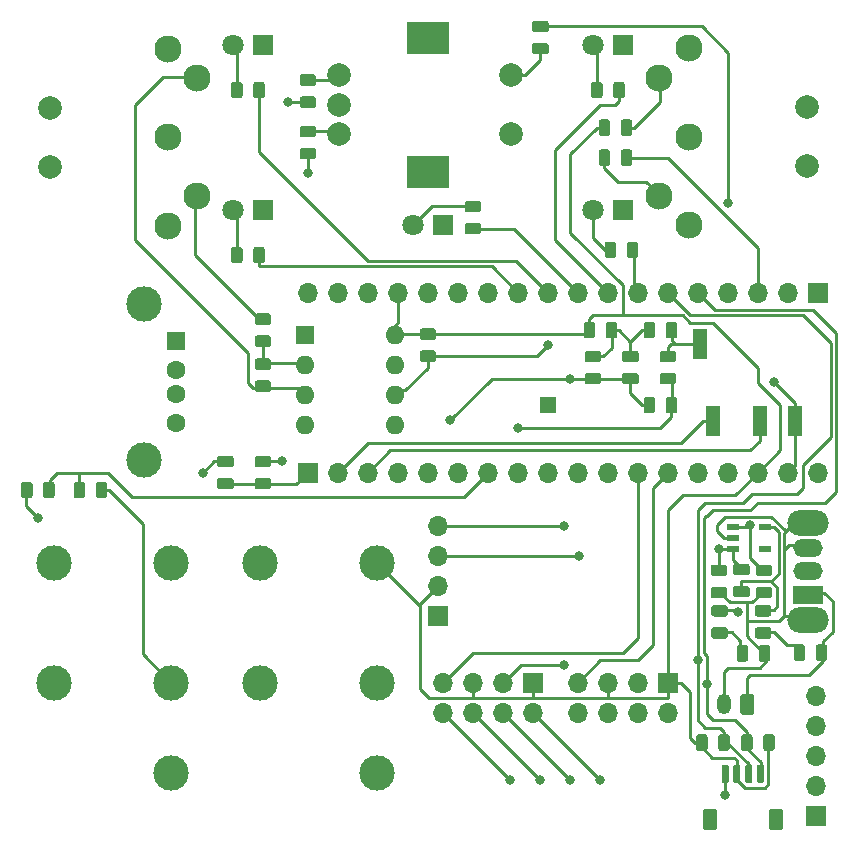
<source format=gbr>
G04 #@! TF.GenerationSoftware,KiCad,Pcbnew,(5.1.5)-3*
G04 #@! TF.CreationDate,2020-01-14T14:16:06+09:00*
G04 #@! TF.ProjectId,MOMI,4d4f4d49-2e6b-4696-9361-645f70636258,rev?*
G04 #@! TF.SameCoordinates,Original*
G04 #@! TF.FileFunction,Copper,L1,Top*
G04 #@! TF.FilePolarity,Positive*
%FSLAX46Y46*%
G04 Gerber Fmt 4.6, Leading zero omitted, Abs format (unit mm)*
G04 Created by KiCad (PCBNEW (5.1.5)-3) date 2020-01-14 14:16:06*
%MOMM*%
%LPD*%
G04 APERTURE LIST*
%ADD10R,1.350000X1.350000*%
%ADD11C,2.300000*%
%ADD12C,2.000000*%
%ADD13C,3.000000*%
%ADD14R,3.600000X2.800000*%
%ADD15O,1.600000X1.600000*%
%ADD16R,1.600000X1.600000*%
%ADD17R,1.050000X0.600000*%
%ADD18C,0.100000*%
%ADD19R,1.800000X1.800000*%
%ADD20C,1.800000*%
%ADD21R,1.700000X1.700000*%
%ADD22O,1.700000X1.700000*%
%ADD23C,1.600000*%
%ADD24R,1.200000X2.500000*%
%ADD25O,1.200000X1.750000*%
%ADD26R,2.500000X1.500000*%
%ADD27O,2.500000X1.500000*%
%ADD28O,3.500000X2.200000*%
%ADD29C,0.800000*%
%ADD30C,0.250000*%
G04 APERTURE END LIST*
D10*
X132080000Y-124460000D03*
D11*
X102395000Y-96770000D03*
D12*
X89895000Y-104270000D03*
D11*
X99895000Y-94270000D03*
X99895000Y-101770000D03*
X99895000Y-109270000D03*
X102395000Y-106770000D03*
D12*
X89895000Y-99270000D03*
X153989371Y-104244233D03*
D11*
X141489371Y-96744233D03*
X143989371Y-94244233D03*
X143989371Y-101744233D03*
X143989371Y-109244233D03*
D12*
X153989371Y-99244233D03*
D11*
X141489371Y-106744233D03*
D13*
X107694000Y-147955000D03*
X107694000Y-137795000D03*
X117604000Y-137795000D03*
X117604000Y-147955000D03*
X117604000Y-155575000D03*
X100205000Y-155575000D03*
X100205000Y-147955000D03*
X100205000Y-137795000D03*
X90295000Y-137795000D03*
X90295000Y-147955000D03*
D14*
X121920000Y-93345000D03*
X121920000Y-104745000D03*
D12*
X128920000Y-96545000D03*
X128920000Y-101545000D03*
X114420000Y-96545000D03*
X114420000Y-99045000D03*
X114420000Y-101545000D03*
D15*
X119145000Y-118545000D03*
X111525000Y-126165000D03*
X119145000Y-121085000D03*
X111525000Y-123625000D03*
X119145000Y-123625000D03*
X111525000Y-121085000D03*
X119145000Y-126165000D03*
D16*
X111525000Y-118545000D03*
D17*
X150448000Y-134749500D03*
X150448000Y-136649500D03*
X147748000Y-136649500D03*
X147748000Y-135699500D03*
X147748000Y-134749500D03*
G04 #@! TA.AperFunction,SMDPad,CuDef*
D18*
G36*
X108430142Y-128751174D02*
G01*
X108453803Y-128754684D01*
X108477007Y-128760496D01*
X108499529Y-128768554D01*
X108521153Y-128778782D01*
X108541670Y-128791079D01*
X108560883Y-128805329D01*
X108578607Y-128821393D01*
X108594671Y-128839117D01*
X108608921Y-128858330D01*
X108621218Y-128878847D01*
X108631446Y-128900471D01*
X108639504Y-128922993D01*
X108645316Y-128946197D01*
X108648826Y-128969858D01*
X108650000Y-128993750D01*
X108650000Y-129481250D01*
X108648826Y-129505142D01*
X108645316Y-129528803D01*
X108639504Y-129552007D01*
X108631446Y-129574529D01*
X108621218Y-129596153D01*
X108608921Y-129616670D01*
X108594671Y-129635883D01*
X108578607Y-129653607D01*
X108560883Y-129669671D01*
X108541670Y-129683921D01*
X108521153Y-129696218D01*
X108499529Y-129706446D01*
X108477007Y-129714504D01*
X108453803Y-129720316D01*
X108430142Y-129723826D01*
X108406250Y-129725000D01*
X107493750Y-129725000D01*
X107469858Y-129723826D01*
X107446197Y-129720316D01*
X107422993Y-129714504D01*
X107400471Y-129706446D01*
X107378847Y-129696218D01*
X107358330Y-129683921D01*
X107339117Y-129669671D01*
X107321393Y-129653607D01*
X107305329Y-129635883D01*
X107291079Y-129616670D01*
X107278782Y-129596153D01*
X107268554Y-129574529D01*
X107260496Y-129552007D01*
X107254684Y-129528803D01*
X107251174Y-129505142D01*
X107250000Y-129481250D01*
X107250000Y-128993750D01*
X107251174Y-128969858D01*
X107254684Y-128946197D01*
X107260496Y-128922993D01*
X107268554Y-128900471D01*
X107278782Y-128878847D01*
X107291079Y-128858330D01*
X107305329Y-128839117D01*
X107321393Y-128821393D01*
X107339117Y-128805329D01*
X107358330Y-128791079D01*
X107378847Y-128778782D01*
X107400471Y-128768554D01*
X107422993Y-128760496D01*
X107446197Y-128754684D01*
X107469858Y-128751174D01*
X107493750Y-128750000D01*
X108406250Y-128750000D01*
X108430142Y-128751174D01*
G37*
G04 #@! TD.AperFunction*
G04 #@! TA.AperFunction,SMDPad,CuDef*
G36*
X108430142Y-130626174D02*
G01*
X108453803Y-130629684D01*
X108477007Y-130635496D01*
X108499529Y-130643554D01*
X108521153Y-130653782D01*
X108541670Y-130666079D01*
X108560883Y-130680329D01*
X108578607Y-130696393D01*
X108594671Y-130714117D01*
X108608921Y-130733330D01*
X108621218Y-130753847D01*
X108631446Y-130775471D01*
X108639504Y-130797993D01*
X108645316Y-130821197D01*
X108648826Y-130844858D01*
X108650000Y-130868750D01*
X108650000Y-131356250D01*
X108648826Y-131380142D01*
X108645316Y-131403803D01*
X108639504Y-131427007D01*
X108631446Y-131449529D01*
X108621218Y-131471153D01*
X108608921Y-131491670D01*
X108594671Y-131510883D01*
X108578607Y-131528607D01*
X108560883Y-131544671D01*
X108541670Y-131558921D01*
X108521153Y-131571218D01*
X108499529Y-131581446D01*
X108477007Y-131589504D01*
X108453803Y-131595316D01*
X108430142Y-131598826D01*
X108406250Y-131600000D01*
X107493750Y-131600000D01*
X107469858Y-131598826D01*
X107446197Y-131595316D01*
X107422993Y-131589504D01*
X107400471Y-131581446D01*
X107378847Y-131571218D01*
X107358330Y-131558921D01*
X107339117Y-131544671D01*
X107321393Y-131528607D01*
X107305329Y-131510883D01*
X107291079Y-131491670D01*
X107278782Y-131471153D01*
X107268554Y-131449529D01*
X107260496Y-131427007D01*
X107254684Y-131403803D01*
X107251174Y-131380142D01*
X107250000Y-131356250D01*
X107250000Y-130868750D01*
X107251174Y-130844858D01*
X107254684Y-130821197D01*
X107260496Y-130797993D01*
X107268554Y-130775471D01*
X107278782Y-130753847D01*
X107291079Y-130733330D01*
X107305329Y-130714117D01*
X107321393Y-130696393D01*
X107339117Y-130680329D01*
X107358330Y-130666079D01*
X107378847Y-130653782D01*
X107400471Y-130643554D01*
X107422993Y-130635496D01*
X107446197Y-130629684D01*
X107469858Y-130626174D01*
X107493750Y-130625000D01*
X108406250Y-130625000D01*
X108430142Y-130626174D01*
G37*
G04 #@! TD.AperFunction*
G04 #@! TA.AperFunction,SMDPad,CuDef*
G36*
X139545142Y-119861174D02*
G01*
X139568803Y-119864684D01*
X139592007Y-119870496D01*
X139614529Y-119878554D01*
X139636153Y-119888782D01*
X139656670Y-119901079D01*
X139675883Y-119915329D01*
X139693607Y-119931393D01*
X139709671Y-119949117D01*
X139723921Y-119968330D01*
X139736218Y-119988847D01*
X139746446Y-120010471D01*
X139754504Y-120032993D01*
X139760316Y-120056197D01*
X139763826Y-120079858D01*
X139765000Y-120103750D01*
X139765000Y-120591250D01*
X139763826Y-120615142D01*
X139760316Y-120638803D01*
X139754504Y-120662007D01*
X139746446Y-120684529D01*
X139736218Y-120706153D01*
X139723921Y-120726670D01*
X139709671Y-120745883D01*
X139693607Y-120763607D01*
X139675883Y-120779671D01*
X139656670Y-120793921D01*
X139636153Y-120806218D01*
X139614529Y-120816446D01*
X139592007Y-120824504D01*
X139568803Y-120830316D01*
X139545142Y-120833826D01*
X139521250Y-120835000D01*
X138608750Y-120835000D01*
X138584858Y-120833826D01*
X138561197Y-120830316D01*
X138537993Y-120824504D01*
X138515471Y-120816446D01*
X138493847Y-120806218D01*
X138473330Y-120793921D01*
X138454117Y-120779671D01*
X138436393Y-120763607D01*
X138420329Y-120745883D01*
X138406079Y-120726670D01*
X138393782Y-120706153D01*
X138383554Y-120684529D01*
X138375496Y-120662007D01*
X138369684Y-120638803D01*
X138366174Y-120615142D01*
X138365000Y-120591250D01*
X138365000Y-120103750D01*
X138366174Y-120079858D01*
X138369684Y-120056197D01*
X138375496Y-120032993D01*
X138383554Y-120010471D01*
X138393782Y-119988847D01*
X138406079Y-119968330D01*
X138420329Y-119949117D01*
X138436393Y-119931393D01*
X138454117Y-119915329D01*
X138473330Y-119901079D01*
X138493847Y-119888782D01*
X138515471Y-119878554D01*
X138537993Y-119870496D01*
X138561197Y-119864684D01*
X138584858Y-119861174D01*
X138608750Y-119860000D01*
X139521250Y-119860000D01*
X139545142Y-119861174D01*
G37*
G04 #@! TD.AperFunction*
G04 #@! TA.AperFunction,SMDPad,CuDef*
G36*
X139545142Y-121736174D02*
G01*
X139568803Y-121739684D01*
X139592007Y-121745496D01*
X139614529Y-121753554D01*
X139636153Y-121763782D01*
X139656670Y-121776079D01*
X139675883Y-121790329D01*
X139693607Y-121806393D01*
X139709671Y-121824117D01*
X139723921Y-121843330D01*
X139736218Y-121863847D01*
X139746446Y-121885471D01*
X139754504Y-121907993D01*
X139760316Y-121931197D01*
X139763826Y-121954858D01*
X139765000Y-121978750D01*
X139765000Y-122466250D01*
X139763826Y-122490142D01*
X139760316Y-122513803D01*
X139754504Y-122537007D01*
X139746446Y-122559529D01*
X139736218Y-122581153D01*
X139723921Y-122601670D01*
X139709671Y-122620883D01*
X139693607Y-122638607D01*
X139675883Y-122654671D01*
X139656670Y-122668921D01*
X139636153Y-122681218D01*
X139614529Y-122691446D01*
X139592007Y-122699504D01*
X139568803Y-122705316D01*
X139545142Y-122708826D01*
X139521250Y-122710000D01*
X138608750Y-122710000D01*
X138584858Y-122708826D01*
X138561197Y-122705316D01*
X138537993Y-122699504D01*
X138515471Y-122691446D01*
X138493847Y-122681218D01*
X138473330Y-122668921D01*
X138454117Y-122654671D01*
X138436393Y-122638607D01*
X138420329Y-122620883D01*
X138406079Y-122601670D01*
X138393782Y-122581153D01*
X138383554Y-122559529D01*
X138375496Y-122537007D01*
X138369684Y-122513803D01*
X138366174Y-122490142D01*
X138365000Y-122466250D01*
X138365000Y-121978750D01*
X138366174Y-121954858D01*
X138369684Y-121931197D01*
X138375496Y-121907993D01*
X138383554Y-121885471D01*
X138393782Y-121863847D01*
X138406079Y-121843330D01*
X138420329Y-121824117D01*
X138436393Y-121806393D01*
X138454117Y-121790329D01*
X138473330Y-121776079D01*
X138493847Y-121763782D01*
X138515471Y-121753554D01*
X138537993Y-121745496D01*
X138561197Y-121739684D01*
X138584858Y-121736174D01*
X138608750Y-121735000D01*
X139521250Y-121735000D01*
X139545142Y-121736174D01*
G37*
G04 #@! TD.AperFunction*
G04 #@! TA.AperFunction,SMDPad,CuDef*
G36*
X142720142Y-121736174D02*
G01*
X142743803Y-121739684D01*
X142767007Y-121745496D01*
X142789529Y-121753554D01*
X142811153Y-121763782D01*
X142831670Y-121776079D01*
X142850883Y-121790329D01*
X142868607Y-121806393D01*
X142884671Y-121824117D01*
X142898921Y-121843330D01*
X142911218Y-121863847D01*
X142921446Y-121885471D01*
X142929504Y-121907993D01*
X142935316Y-121931197D01*
X142938826Y-121954858D01*
X142940000Y-121978750D01*
X142940000Y-122466250D01*
X142938826Y-122490142D01*
X142935316Y-122513803D01*
X142929504Y-122537007D01*
X142921446Y-122559529D01*
X142911218Y-122581153D01*
X142898921Y-122601670D01*
X142884671Y-122620883D01*
X142868607Y-122638607D01*
X142850883Y-122654671D01*
X142831670Y-122668921D01*
X142811153Y-122681218D01*
X142789529Y-122691446D01*
X142767007Y-122699504D01*
X142743803Y-122705316D01*
X142720142Y-122708826D01*
X142696250Y-122710000D01*
X141783750Y-122710000D01*
X141759858Y-122708826D01*
X141736197Y-122705316D01*
X141712993Y-122699504D01*
X141690471Y-122691446D01*
X141668847Y-122681218D01*
X141648330Y-122668921D01*
X141629117Y-122654671D01*
X141611393Y-122638607D01*
X141595329Y-122620883D01*
X141581079Y-122601670D01*
X141568782Y-122581153D01*
X141558554Y-122559529D01*
X141550496Y-122537007D01*
X141544684Y-122513803D01*
X141541174Y-122490142D01*
X141540000Y-122466250D01*
X141540000Y-121978750D01*
X141541174Y-121954858D01*
X141544684Y-121931197D01*
X141550496Y-121907993D01*
X141558554Y-121885471D01*
X141568782Y-121863847D01*
X141581079Y-121843330D01*
X141595329Y-121824117D01*
X141611393Y-121806393D01*
X141629117Y-121790329D01*
X141648330Y-121776079D01*
X141668847Y-121763782D01*
X141690471Y-121753554D01*
X141712993Y-121745496D01*
X141736197Y-121739684D01*
X141759858Y-121736174D01*
X141783750Y-121735000D01*
X142696250Y-121735000D01*
X142720142Y-121736174D01*
G37*
G04 #@! TD.AperFunction*
G04 #@! TA.AperFunction,SMDPad,CuDef*
G36*
X142720142Y-119861174D02*
G01*
X142743803Y-119864684D01*
X142767007Y-119870496D01*
X142789529Y-119878554D01*
X142811153Y-119888782D01*
X142831670Y-119901079D01*
X142850883Y-119915329D01*
X142868607Y-119931393D01*
X142884671Y-119949117D01*
X142898921Y-119968330D01*
X142911218Y-119988847D01*
X142921446Y-120010471D01*
X142929504Y-120032993D01*
X142935316Y-120056197D01*
X142938826Y-120079858D01*
X142940000Y-120103750D01*
X142940000Y-120591250D01*
X142938826Y-120615142D01*
X142935316Y-120638803D01*
X142929504Y-120662007D01*
X142921446Y-120684529D01*
X142911218Y-120706153D01*
X142898921Y-120726670D01*
X142884671Y-120745883D01*
X142868607Y-120763607D01*
X142850883Y-120779671D01*
X142831670Y-120793921D01*
X142811153Y-120806218D01*
X142789529Y-120816446D01*
X142767007Y-120824504D01*
X142743803Y-120830316D01*
X142720142Y-120833826D01*
X142696250Y-120835000D01*
X141783750Y-120835000D01*
X141759858Y-120833826D01*
X141736197Y-120830316D01*
X141712993Y-120824504D01*
X141690471Y-120816446D01*
X141668847Y-120806218D01*
X141648330Y-120793921D01*
X141629117Y-120779671D01*
X141611393Y-120763607D01*
X141595329Y-120745883D01*
X141581079Y-120726670D01*
X141568782Y-120706153D01*
X141558554Y-120684529D01*
X141550496Y-120662007D01*
X141544684Y-120638803D01*
X141541174Y-120615142D01*
X141540000Y-120591250D01*
X141540000Y-120103750D01*
X141541174Y-120079858D01*
X141544684Y-120056197D01*
X141550496Y-120032993D01*
X141558554Y-120010471D01*
X141568782Y-119988847D01*
X141581079Y-119968330D01*
X141595329Y-119949117D01*
X141611393Y-119931393D01*
X141629117Y-119915329D01*
X141648330Y-119901079D01*
X141668847Y-119888782D01*
X141690471Y-119878554D01*
X141712993Y-119870496D01*
X141736197Y-119864684D01*
X141759858Y-119861174D01*
X141783750Y-119860000D01*
X142696250Y-119860000D01*
X142720142Y-119861174D01*
G37*
G04 #@! TD.AperFunction*
G04 #@! TA.AperFunction,SMDPad,CuDef*
G36*
X90105142Y-130946174D02*
G01*
X90128803Y-130949684D01*
X90152007Y-130955496D01*
X90174529Y-130963554D01*
X90196153Y-130973782D01*
X90216670Y-130986079D01*
X90235883Y-131000329D01*
X90253607Y-131016393D01*
X90269671Y-131034117D01*
X90283921Y-131053330D01*
X90296218Y-131073847D01*
X90306446Y-131095471D01*
X90314504Y-131117993D01*
X90320316Y-131141197D01*
X90323826Y-131164858D01*
X90325000Y-131188750D01*
X90325000Y-132101250D01*
X90323826Y-132125142D01*
X90320316Y-132148803D01*
X90314504Y-132172007D01*
X90306446Y-132194529D01*
X90296218Y-132216153D01*
X90283921Y-132236670D01*
X90269671Y-132255883D01*
X90253607Y-132273607D01*
X90235883Y-132289671D01*
X90216670Y-132303921D01*
X90196153Y-132316218D01*
X90174529Y-132326446D01*
X90152007Y-132334504D01*
X90128803Y-132340316D01*
X90105142Y-132343826D01*
X90081250Y-132345000D01*
X89593750Y-132345000D01*
X89569858Y-132343826D01*
X89546197Y-132340316D01*
X89522993Y-132334504D01*
X89500471Y-132326446D01*
X89478847Y-132316218D01*
X89458330Y-132303921D01*
X89439117Y-132289671D01*
X89421393Y-132273607D01*
X89405329Y-132255883D01*
X89391079Y-132236670D01*
X89378782Y-132216153D01*
X89368554Y-132194529D01*
X89360496Y-132172007D01*
X89354684Y-132148803D01*
X89351174Y-132125142D01*
X89350000Y-132101250D01*
X89350000Y-131188750D01*
X89351174Y-131164858D01*
X89354684Y-131141197D01*
X89360496Y-131117993D01*
X89368554Y-131095471D01*
X89378782Y-131073847D01*
X89391079Y-131053330D01*
X89405329Y-131034117D01*
X89421393Y-131016393D01*
X89439117Y-131000329D01*
X89458330Y-130986079D01*
X89478847Y-130973782D01*
X89500471Y-130963554D01*
X89522993Y-130955496D01*
X89546197Y-130949684D01*
X89569858Y-130946174D01*
X89593750Y-130945000D01*
X90081250Y-130945000D01*
X90105142Y-130946174D01*
G37*
G04 #@! TD.AperFunction*
G04 #@! TA.AperFunction,SMDPad,CuDef*
G36*
X88230142Y-130946174D02*
G01*
X88253803Y-130949684D01*
X88277007Y-130955496D01*
X88299529Y-130963554D01*
X88321153Y-130973782D01*
X88341670Y-130986079D01*
X88360883Y-131000329D01*
X88378607Y-131016393D01*
X88394671Y-131034117D01*
X88408921Y-131053330D01*
X88421218Y-131073847D01*
X88431446Y-131095471D01*
X88439504Y-131117993D01*
X88445316Y-131141197D01*
X88448826Y-131164858D01*
X88450000Y-131188750D01*
X88450000Y-132101250D01*
X88448826Y-132125142D01*
X88445316Y-132148803D01*
X88439504Y-132172007D01*
X88431446Y-132194529D01*
X88421218Y-132216153D01*
X88408921Y-132236670D01*
X88394671Y-132255883D01*
X88378607Y-132273607D01*
X88360883Y-132289671D01*
X88341670Y-132303921D01*
X88321153Y-132316218D01*
X88299529Y-132326446D01*
X88277007Y-132334504D01*
X88253803Y-132340316D01*
X88230142Y-132343826D01*
X88206250Y-132345000D01*
X87718750Y-132345000D01*
X87694858Y-132343826D01*
X87671197Y-132340316D01*
X87647993Y-132334504D01*
X87625471Y-132326446D01*
X87603847Y-132316218D01*
X87583330Y-132303921D01*
X87564117Y-132289671D01*
X87546393Y-132273607D01*
X87530329Y-132255883D01*
X87516079Y-132236670D01*
X87503782Y-132216153D01*
X87493554Y-132194529D01*
X87485496Y-132172007D01*
X87479684Y-132148803D01*
X87476174Y-132125142D01*
X87475000Y-132101250D01*
X87475000Y-131188750D01*
X87476174Y-131164858D01*
X87479684Y-131141197D01*
X87485496Y-131117993D01*
X87493554Y-131095471D01*
X87503782Y-131073847D01*
X87516079Y-131053330D01*
X87530329Y-131034117D01*
X87546393Y-131016393D01*
X87564117Y-131000329D01*
X87583330Y-130986079D01*
X87603847Y-130973782D01*
X87625471Y-130963554D01*
X87647993Y-130955496D01*
X87671197Y-130949684D01*
X87694858Y-130946174D01*
X87718750Y-130945000D01*
X88206250Y-130945000D01*
X88230142Y-130946174D01*
G37*
G04 #@! TD.AperFunction*
G04 #@! TA.AperFunction,SMDPad,CuDef*
G36*
X147038142Y-137958674D02*
G01*
X147061803Y-137962184D01*
X147085007Y-137967996D01*
X147107529Y-137976054D01*
X147129153Y-137986282D01*
X147149670Y-137998579D01*
X147168883Y-138012829D01*
X147186607Y-138028893D01*
X147202671Y-138046617D01*
X147216921Y-138065830D01*
X147229218Y-138086347D01*
X147239446Y-138107971D01*
X147247504Y-138130493D01*
X147253316Y-138153697D01*
X147256826Y-138177358D01*
X147258000Y-138201250D01*
X147258000Y-138688750D01*
X147256826Y-138712642D01*
X147253316Y-138736303D01*
X147247504Y-138759507D01*
X147239446Y-138782029D01*
X147229218Y-138803653D01*
X147216921Y-138824170D01*
X147202671Y-138843383D01*
X147186607Y-138861107D01*
X147168883Y-138877171D01*
X147149670Y-138891421D01*
X147129153Y-138903718D01*
X147107529Y-138913946D01*
X147085007Y-138922004D01*
X147061803Y-138927816D01*
X147038142Y-138931326D01*
X147014250Y-138932500D01*
X146101750Y-138932500D01*
X146077858Y-138931326D01*
X146054197Y-138927816D01*
X146030993Y-138922004D01*
X146008471Y-138913946D01*
X145986847Y-138903718D01*
X145966330Y-138891421D01*
X145947117Y-138877171D01*
X145929393Y-138861107D01*
X145913329Y-138843383D01*
X145899079Y-138824170D01*
X145886782Y-138803653D01*
X145876554Y-138782029D01*
X145868496Y-138759507D01*
X145862684Y-138736303D01*
X145859174Y-138712642D01*
X145858000Y-138688750D01*
X145858000Y-138201250D01*
X145859174Y-138177358D01*
X145862684Y-138153697D01*
X145868496Y-138130493D01*
X145876554Y-138107971D01*
X145886782Y-138086347D01*
X145899079Y-138065830D01*
X145913329Y-138046617D01*
X145929393Y-138028893D01*
X145947117Y-138012829D01*
X145966330Y-137998579D01*
X145986847Y-137986282D01*
X146008471Y-137976054D01*
X146030993Y-137967996D01*
X146054197Y-137962184D01*
X146077858Y-137958674D01*
X146101750Y-137957500D01*
X147014250Y-137957500D01*
X147038142Y-137958674D01*
G37*
G04 #@! TD.AperFunction*
G04 #@! TA.AperFunction,SMDPad,CuDef*
G36*
X147038142Y-139833674D02*
G01*
X147061803Y-139837184D01*
X147085007Y-139842996D01*
X147107529Y-139851054D01*
X147129153Y-139861282D01*
X147149670Y-139873579D01*
X147168883Y-139887829D01*
X147186607Y-139903893D01*
X147202671Y-139921617D01*
X147216921Y-139940830D01*
X147229218Y-139961347D01*
X147239446Y-139982971D01*
X147247504Y-140005493D01*
X147253316Y-140028697D01*
X147256826Y-140052358D01*
X147258000Y-140076250D01*
X147258000Y-140563750D01*
X147256826Y-140587642D01*
X147253316Y-140611303D01*
X147247504Y-140634507D01*
X147239446Y-140657029D01*
X147229218Y-140678653D01*
X147216921Y-140699170D01*
X147202671Y-140718383D01*
X147186607Y-140736107D01*
X147168883Y-140752171D01*
X147149670Y-140766421D01*
X147129153Y-140778718D01*
X147107529Y-140788946D01*
X147085007Y-140797004D01*
X147061803Y-140802816D01*
X147038142Y-140806326D01*
X147014250Y-140807500D01*
X146101750Y-140807500D01*
X146077858Y-140806326D01*
X146054197Y-140802816D01*
X146030993Y-140797004D01*
X146008471Y-140788946D01*
X145986847Y-140778718D01*
X145966330Y-140766421D01*
X145947117Y-140752171D01*
X145929393Y-140736107D01*
X145913329Y-140718383D01*
X145899079Y-140699170D01*
X145886782Y-140678653D01*
X145876554Y-140657029D01*
X145868496Y-140634507D01*
X145862684Y-140611303D01*
X145859174Y-140587642D01*
X145858000Y-140563750D01*
X145858000Y-140076250D01*
X145859174Y-140052358D01*
X145862684Y-140028697D01*
X145868496Y-140005493D01*
X145876554Y-139982971D01*
X145886782Y-139961347D01*
X145899079Y-139940830D01*
X145913329Y-139921617D01*
X145929393Y-139903893D01*
X145947117Y-139887829D01*
X145966330Y-139873579D01*
X145986847Y-139861282D01*
X146008471Y-139851054D01*
X146030993Y-139842996D01*
X146054197Y-139837184D01*
X146077858Y-139833674D01*
X146101750Y-139832500D01*
X147014250Y-139832500D01*
X147038142Y-139833674D01*
G37*
G04 #@! TD.AperFunction*
G04 #@! TA.AperFunction,SMDPad,CuDef*
G36*
X150848142Y-139833674D02*
G01*
X150871803Y-139837184D01*
X150895007Y-139842996D01*
X150917529Y-139851054D01*
X150939153Y-139861282D01*
X150959670Y-139873579D01*
X150978883Y-139887829D01*
X150996607Y-139903893D01*
X151012671Y-139921617D01*
X151026921Y-139940830D01*
X151039218Y-139961347D01*
X151049446Y-139982971D01*
X151057504Y-140005493D01*
X151063316Y-140028697D01*
X151066826Y-140052358D01*
X151068000Y-140076250D01*
X151068000Y-140563750D01*
X151066826Y-140587642D01*
X151063316Y-140611303D01*
X151057504Y-140634507D01*
X151049446Y-140657029D01*
X151039218Y-140678653D01*
X151026921Y-140699170D01*
X151012671Y-140718383D01*
X150996607Y-140736107D01*
X150978883Y-140752171D01*
X150959670Y-140766421D01*
X150939153Y-140778718D01*
X150917529Y-140788946D01*
X150895007Y-140797004D01*
X150871803Y-140802816D01*
X150848142Y-140806326D01*
X150824250Y-140807500D01*
X149911750Y-140807500D01*
X149887858Y-140806326D01*
X149864197Y-140802816D01*
X149840993Y-140797004D01*
X149818471Y-140788946D01*
X149796847Y-140778718D01*
X149776330Y-140766421D01*
X149757117Y-140752171D01*
X149739393Y-140736107D01*
X149723329Y-140718383D01*
X149709079Y-140699170D01*
X149696782Y-140678653D01*
X149686554Y-140657029D01*
X149678496Y-140634507D01*
X149672684Y-140611303D01*
X149669174Y-140587642D01*
X149668000Y-140563750D01*
X149668000Y-140076250D01*
X149669174Y-140052358D01*
X149672684Y-140028697D01*
X149678496Y-140005493D01*
X149686554Y-139982971D01*
X149696782Y-139961347D01*
X149709079Y-139940830D01*
X149723329Y-139921617D01*
X149739393Y-139903893D01*
X149757117Y-139887829D01*
X149776330Y-139873579D01*
X149796847Y-139861282D01*
X149818471Y-139851054D01*
X149840993Y-139842996D01*
X149864197Y-139837184D01*
X149887858Y-139833674D01*
X149911750Y-139832500D01*
X150824250Y-139832500D01*
X150848142Y-139833674D01*
G37*
G04 #@! TD.AperFunction*
G04 #@! TA.AperFunction,SMDPad,CuDef*
G36*
X150848142Y-137958674D02*
G01*
X150871803Y-137962184D01*
X150895007Y-137967996D01*
X150917529Y-137976054D01*
X150939153Y-137986282D01*
X150959670Y-137998579D01*
X150978883Y-138012829D01*
X150996607Y-138028893D01*
X151012671Y-138046617D01*
X151026921Y-138065830D01*
X151039218Y-138086347D01*
X151049446Y-138107971D01*
X151057504Y-138130493D01*
X151063316Y-138153697D01*
X151066826Y-138177358D01*
X151068000Y-138201250D01*
X151068000Y-138688750D01*
X151066826Y-138712642D01*
X151063316Y-138736303D01*
X151057504Y-138759507D01*
X151049446Y-138782029D01*
X151039218Y-138803653D01*
X151026921Y-138824170D01*
X151012671Y-138843383D01*
X150996607Y-138861107D01*
X150978883Y-138877171D01*
X150959670Y-138891421D01*
X150939153Y-138903718D01*
X150917529Y-138913946D01*
X150895007Y-138922004D01*
X150871803Y-138927816D01*
X150848142Y-138931326D01*
X150824250Y-138932500D01*
X149911750Y-138932500D01*
X149887858Y-138931326D01*
X149864197Y-138927816D01*
X149840993Y-138922004D01*
X149818471Y-138913946D01*
X149796847Y-138903718D01*
X149776330Y-138891421D01*
X149757117Y-138877171D01*
X149739393Y-138861107D01*
X149723329Y-138843383D01*
X149709079Y-138824170D01*
X149696782Y-138803653D01*
X149686554Y-138782029D01*
X149678496Y-138759507D01*
X149672684Y-138736303D01*
X149669174Y-138712642D01*
X149668000Y-138688750D01*
X149668000Y-138201250D01*
X149669174Y-138177358D01*
X149672684Y-138153697D01*
X149678496Y-138130493D01*
X149686554Y-138107971D01*
X149696782Y-138086347D01*
X149709079Y-138065830D01*
X149723329Y-138046617D01*
X149739393Y-138028893D01*
X149757117Y-138012829D01*
X149776330Y-137998579D01*
X149796847Y-137986282D01*
X149818471Y-137976054D01*
X149840993Y-137967996D01*
X149864197Y-137962184D01*
X149887858Y-137958674D01*
X149911750Y-137957500D01*
X150824250Y-137957500D01*
X150848142Y-137958674D01*
G37*
G04 #@! TD.AperFunction*
G04 #@! TA.AperFunction,SMDPad,CuDef*
G36*
X108430142Y-120496174D02*
G01*
X108453803Y-120499684D01*
X108477007Y-120505496D01*
X108499529Y-120513554D01*
X108521153Y-120523782D01*
X108541670Y-120536079D01*
X108560883Y-120550329D01*
X108578607Y-120566393D01*
X108594671Y-120584117D01*
X108608921Y-120603330D01*
X108621218Y-120623847D01*
X108631446Y-120645471D01*
X108639504Y-120667993D01*
X108645316Y-120691197D01*
X108648826Y-120714858D01*
X108650000Y-120738750D01*
X108650000Y-121226250D01*
X108648826Y-121250142D01*
X108645316Y-121273803D01*
X108639504Y-121297007D01*
X108631446Y-121319529D01*
X108621218Y-121341153D01*
X108608921Y-121361670D01*
X108594671Y-121380883D01*
X108578607Y-121398607D01*
X108560883Y-121414671D01*
X108541670Y-121428921D01*
X108521153Y-121441218D01*
X108499529Y-121451446D01*
X108477007Y-121459504D01*
X108453803Y-121465316D01*
X108430142Y-121468826D01*
X108406250Y-121470000D01*
X107493750Y-121470000D01*
X107469858Y-121468826D01*
X107446197Y-121465316D01*
X107422993Y-121459504D01*
X107400471Y-121451446D01*
X107378847Y-121441218D01*
X107358330Y-121428921D01*
X107339117Y-121414671D01*
X107321393Y-121398607D01*
X107305329Y-121380883D01*
X107291079Y-121361670D01*
X107278782Y-121341153D01*
X107268554Y-121319529D01*
X107260496Y-121297007D01*
X107254684Y-121273803D01*
X107251174Y-121250142D01*
X107250000Y-121226250D01*
X107250000Y-120738750D01*
X107251174Y-120714858D01*
X107254684Y-120691197D01*
X107260496Y-120667993D01*
X107268554Y-120645471D01*
X107278782Y-120623847D01*
X107291079Y-120603330D01*
X107305329Y-120584117D01*
X107321393Y-120566393D01*
X107339117Y-120550329D01*
X107358330Y-120536079D01*
X107378847Y-120523782D01*
X107400471Y-120513554D01*
X107422993Y-120505496D01*
X107446197Y-120499684D01*
X107469858Y-120496174D01*
X107493750Y-120495000D01*
X108406250Y-120495000D01*
X108430142Y-120496174D01*
G37*
G04 #@! TD.AperFunction*
G04 #@! TA.AperFunction,SMDPad,CuDef*
G36*
X108430142Y-122371174D02*
G01*
X108453803Y-122374684D01*
X108477007Y-122380496D01*
X108499529Y-122388554D01*
X108521153Y-122398782D01*
X108541670Y-122411079D01*
X108560883Y-122425329D01*
X108578607Y-122441393D01*
X108594671Y-122459117D01*
X108608921Y-122478330D01*
X108621218Y-122498847D01*
X108631446Y-122520471D01*
X108639504Y-122542993D01*
X108645316Y-122566197D01*
X108648826Y-122589858D01*
X108650000Y-122613750D01*
X108650000Y-123101250D01*
X108648826Y-123125142D01*
X108645316Y-123148803D01*
X108639504Y-123172007D01*
X108631446Y-123194529D01*
X108621218Y-123216153D01*
X108608921Y-123236670D01*
X108594671Y-123255883D01*
X108578607Y-123273607D01*
X108560883Y-123289671D01*
X108541670Y-123303921D01*
X108521153Y-123316218D01*
X108499529Y-123326446D01*
X108477007Y-123334504D01*
X108453803Y-123340316D01*
X108430142Y-123343826D01*
X108406250Y-123345000D01*
X107493750Y-123345000D01*
X107469858Y-123343826D01*
X107446197Y-123340316D01*
X107422993Y-123334504D01*
X107400471Y-123326446D01*
X107378847Y-123316218D01*
X107358330Y-123303921D01*
X107339117Y-123289671D01*
X107321393Y-123273607D01*
X107305329Y-123255883D01*
X107291079Y-123236670D01*
X107278782Y-123216153D01*
X107268554Y-123194529D01*
X107260496Y-123172007D01*
X107254684Y-123148803D01*
X107251174Y-123125142D01*
X107250000Y-123101250D01*
X107250000Y-122613750D01*
X107251174Y-122589858D01*
X107254684Y-122566197D01*
X107260496Y-122542993D01*
X107268554Y-122520471D01*
X107278782Y-122498847D01*
X107291079Y-122478330D01*
X107305329Y-122459117D01*
X107321393Y-122441393D01*
X107339117Y-122425329D01*
X107358330Y-122411079D01*
X107378847Y-122398782D01*
X107400471Y-122388554D01*
X107422993Y-122380496D01*
X107446197Y-122374684D01*
X107469858Y-122371174D01*
X107493750Y-122370000D01*
X108406250Y-122370000D01*
X108430142Y-122371174D01*
G37*
G04 #@! TD.AperFunction*
D19*
X138430000Y-107950000D03*
D20*
X135890000Y-107950000D03*
X135890000Y-93980000D03*
D19*
X138430000Y-93980000D03*
X123190000Y-109220000D03*
D20*
X120650000Y-109220000D03*
X105410000Y-93980000D03*
D19*
X107950000Y-93980000D03*
X107950000Y-107950000D03*
D20*
X105410000Y-107950000D03*
G04 #@! TA.AperFunction,SMDPad,CuDef*
D18*
G36*
X148809142Y-144779674D02*
G01*
X148832803Y-144783184D01*
X148856007Y-144788996D01*
X148878529Y-144797054D01*
X148900153Y-144807282D01*
X148920670Y-144819579D01*
X148939883Y-144833829D01*
X148957607Y-144849893D01*
X148973671Y-144867617D01*
X148987921Y-144886830D01*
X149000218Y-144907347D01*
X149010446Y-144928971D01*
X149018504Y-144951493D01*
X149024316Y-144974697D01*
X149027826Y-144998358D01*
X149029000Y-145022250D01*
X149029000Y-145934750D01*
X149027826Y-145958642D01*
X149024316Y-145982303D01*
X149018504Y-146005507D01*
X149010446Y-146028029D01*
X149000218Y-146049653D01*
X148987921Y-146070170D01*
X148973671Y-146089383D01*
X148957607Y-146107107D01*
X148939883Y-146123171D01*
X148920670Y-146137421D01*
X148900153Y-146149718D01*
X148878529Y-146159946D01*
X148856007Y-146168004D01*
X148832803Y-146173816D01*
X148809142Y-146177326D01*
X148785250Y-146178500D01*
X148297750Y-146178500D01*
X148273858Y-146177326D01*
X148250197Y-146173816D01*
X148226993Y-146168004D01*
X148204471Y-146159946D01*
X148182847Y-146149718D01*
X148162330Y-146137421D01*
X148143117Y-146123171D01*
X148125393Y-146107107D01*
X148109329Y-146089383D01*
X148095079Y-146070170D01*
X148082782Y-146049653D01*
X148072554Y-146028029D01*
X148064496Y-146005507D01*
X148058684Y-145982303D01*
X148055174Y-145958642D01*
X148054000Y-145934750D01*
X148054000Y-145022250D01*
X148055174Y-144998358D01*
X148058684Y-144974697D01*
X148064496Y-144951493D01*
X148072554Y-144928971D01*
X148082782Y-144907347D01*
X148095079Y-144886830D01*
X148109329Y-144867617D01*
X148125393Y-144849893D01*
X148143117Y-144833829D01*
X148162330Y-144819579D01*
X148182847Y-144807282D01*
X148204471Y-144797054D01*
X148226993Y-144788996D01*
X148250197Y-144783184D01*
X148273858Y-144779674D01*
X148297750Y-144778500D01*
X148785250Y-144778500D01*
X148809142Y-144779674D01*
G37*
G04 #@! TD.AperFunction*
G04 #@! TA.AperFunction,SMDPad,CuDef*
G36*
X150684142Y-144779674D02*
G01*
X150707803Y-144783184D01*
X150731007Y-144788996D01*
X150753529Y-144797054D01*
X150775153Y-144807282D01*
X150795670Y-144819579D01*
X150814883Y-144833829D01*
X150832607Y-144849893D01*
X150848671Y-144867617D01*
X150862921Y-144886830D01*
X150875218Y-144907347D01*
X150885446Y-144928971D01*
X150893504Y-144951493D01*
X150899316Y-144974697D01*
X150902826Y-144998358D01*
X150904000Y-145022250D01*
X150904000Y-145934750D01*
X150902826Y-145958642D01*
X150899316Y-145982303D01*
X150893504Y-146005507D01*
X150885446Y-146028029D01*
X150875218Y-146049653D01*
X150862921Y-146070170D01*
X150848671Y-146089383D01*
X150832607Y-146107107D01*
X150814883Y-146123171D01*
X150795670Y-146137421D01*
X150775153Y-146149718D01*
X150753529Y-146159946D01*
X150731007Y-146168004D01*
X150707803Y-146173816D01*
X150684142Y-146177326D01*
X150660250Y-146178500D01*
X150172750Y-146178500D01*
X150148858Y-146177326D01*
X150125197Y-146173816D01*
X150101993Y-146168004D01*
X150079471Y-146159946D01*
X150057847Y-146149718D01*
X150037330Y-146137421D01*
X150018117Y-146123171D01*
X150000393Y-146107107D01*
X149984329Y-146089383D01*
X149970079Y-146070170D01*
X149957782Y-146049653D01*
X149947554Y-146028029D01*
X149939496Y-146005507D01*
X149933684Y-145982303D01*
X149930174Y-145958642D01*
X149929000Y-145934750D01*
X149929000Y-145022250D01*
X149930174Y-144998358D01*
X149933684Y-144974697D01*
X149939496Y-144951493D01*
X149947554Y-144928971D01*
X149957782Y-144907347D01*
X149970079Y-144886830D01*
X149984329Y-144867617D01*
X150000393Y-144849893D01*
X150018117Y-144833829D01*
X150037330Y-144819579D01*
X150057847Y-144807282D01*
X150079471Y-144797054D01*
X150101993Y-144788996D01*
X150125197Y-144783184D01*
X150148858Y-144779674D01*
X150172750Y-144778500D01*
X150660250Y-144778500D01*
X150684142Y-144779674D01*
G37*
G04 #@! TD.AperFunction*
G04 #@! TA.AperFunction,SMDPad,CuDef*
G36*
X155510142Y-144716174D02*
G01*
X155533803Y-144719684D01*
X155557007Y-144725496D01*
X155579529Y-144733554D01*
X155601153Y-144743782D01*
X155621670Y-144756079D01*
X155640883Y-144770329D01*
X155658607Y-144786393D01*
X155674671Y-144804117D01*
X155688921Y-144823330D01*
X155701218Y-144843847D01*
X155711446Y-144865471D01*
X155719504Y-144887993D01*
X155725316Y-144911197D01*
X155728826Y-144934858D01*
X155730000Y-144958750D01*
X155730000Y-145871250D01*
X155728826Y-145895142D01*
X155725316Y-145918803D01*
X155719504Y-145942007D01*
X155711446Y-145964529D01*
X155701218Y-145986153D01*
X155688921Y-146006670D01*
X155674671Y-146025883D01*
X155658607Y-146043607D01*
X155640883Y-146059671D01*
X155621670Y-146073921D01*
X155601153Y-146086218D01*
X155579529Y-146096446D01*
X155557007Y-146104504D01*
X155533803Y-146110316D01*
X155510142Y-146113826D01*
X155486250Y-146115000D01*
X154998750Y-146115000D01*
X154974858Y-146113826D01*
X154951197Y-146110316D01*
X154927993Y-146104504D01*
X154905471Y-146096446D01*
X154883847Y-146086218D01*
X154863330Y-146073921D01*
X154844117Y-146059671D01*
X154826393Y-146043607D01*
X154810329Y-146025883D01*
X154796079Y-146006670D01*
X154783782Y-145986153D01*
X154773554Y-145964529D01*
X154765496Y-145942007D01*
X154759684Y-145918803D01*
X154756174Y-145895142D01*
X154755000Y-145871250D01*
X154755000Y-144958750D01*
X154756174Y-144934858D01*
X154759684Y-144911197D01*
X154765496Y-144887993D01*
X154773554Y-144865471D01*
X154783782Y-144843847D01*
X154796079Y-144823330D01*
X154810329Y-144804117D01*
X154826393Y-144786393D01*
X154844117Y-144770329D01*
X154863330Y-144756079D01*
X154883847Y-144743782D01*
X154905471Y-144733554D01*
X154927993Y-144725496D01*
X154951197Y-144719684D01*
X154974858Y-144716174D01*
X154998750Y-144715000D01*
X155486250Y-144715000D01*
X155510142Y-144716174D01*
G37*
G04 #@! TD.AperFunction*
G04 #@! TA.AperFunction,SMDPad,CuDef*
G36*
X153635142Y-144716174D02*
G01*
X153658803Y-144719684D01*
X153682007Y-144725496D01*
X153704529Y-144733554D01*
X153726153Y-144743782D01*
X153746670Y-144756079D01*
X153765883Y-144770329D01*
X153783607Y-144786393D01*
X153799671Y-144804117D01*
X153813921Y-144823330D01*
X153826218Y-144843847D01*
X153836446Y-144865471D01*
X153844504Y-144887993D01*
X153850316Y-144911197D01*
X153853826Y-144934858D01*
X153855000Y-144958750D01*
X153855000Y-145871250D01*
X153853826Y-145895142D01*
X153850316Y-145918803D01*
X153844504Y-145942007D01*
X153836446Y-145964529D01*
X153826218Y-145986153D01*
X153813921Y-146006670D01*
X153799671Y-146025883D01*
X153783607Y-146043607D01*
X153765883Y-146059671D01*
X153746670Y-146073921D01*
X153726153Y-146086218D01*
X153704529Y-146096446D01*
X153682007Y-146104504D01*
X153658803Y-146110316D01*
X153635142Y-146113826D01*
X153611250Y-146115000D01*
X153123750Y-146115000D01*
X153099858Y-146113826D01*
X153076197Y-146110316D01*
X153052993Y-146104504D01*
X153030471Y-146096446D01*
X153008847Y-146086218D01*
X152988330Y-146073921D01*
X152969117Y-146059671D01*
X152951393Y-146043607D01*
X152935329Y-146025883D01*
X152921079Y-146006670D01*
X152908782Y-145986153D01*
X152898554Y-145964529D01*
X152890496Y-145942007D01*
X152884684Y-145918803D01*
X152881174Y-145895142D01*
X152880000Y-145871250D01*
X152880000Y-144958750D01*
X152881174Y-144934858D01*
X152884684Y-144911197D01*
X152890496Y-144887993D01*
X152898554Y-144865471D01*
X152908782Y-144843847D01*
X152921079Y-144823330D01*
X152935329Y-144804117D01*
X152951393Y-144786393D01*
X152969117Y-144770329D01*
X152988330Y-144756079D01*
X153008847Y-144743782D01*
X153030471Y-144733554D01*
X153052993Y-144725496D01*
X153076197Y-144719684D01*
X153099858Y-144716174D01*
X153123750Y-144715000D01*
X153611250Y-144715000D01*
X153635142Y-144716174D01*
G37*
G04 #@! TD.AperFunction*
D21*
X130810000Y-147955000D03*
D22*
X130810000Y-150495000D03*
X128270000Y-147955000D03*
X128270000Y-150495000D03*
X125730000Y-147955000D03*
X125730000Y-150495000D03*
X123190000Y-147955000D03*
X123190000Y-150495000D03*
X134620000Y-150495000D03*
X134620000Y-147955000D03*
X137160000Y-150495000D03*
X137160000Y-147955000D03*
X139700000Y-150495000D03*
X139700000Y-147955000D03*
X142240000Y-150495000D03*
D21*
X142240000Y-147955000D03*
D13*
X97874000Y-129069000D03*
X97874000Y-115929000D03*
D16*
X100584000Y-118999000D03*
D23*
X100584000Y-121499000D03*
X100584000Y-123499000D03*
X100584000Y-125999000D03*
D21*
X154940000Y-114935000D03*
D22*
X152400000Y-114935000D03*
X149860000Y-114935000D03*
X147320000Y-114935000D03*
X144780000Y-114935000D03*
X142240000Y-114935000D03*
X139700000Y-114935000D03*
X137160000Y-114935000D03*
X134620000Y-114935000D03*
X132080000Y-114935000D03*
X129540000Y-114935000D03*
X127000000Y-114935000D03*
X124460000Y-114935000D03*
X121920000Y-114935000D03*
X119380000Y-114935000D03*
X116840000Y-114935000D03*
X114300000Y-114935000D03*
X111760000Y-114935000D03*
X154940000Y-130175000D03*
X152400000Y-130175000D03*
X149860000Y-130175000D03*
X147320000Y-130175000D03*
X144780000Y-130175000D03*
X142240000Y-130175000D03*
X139700000Y-130175000D03*
X137160000Y-130175000D03*
X134620000Y-130175000D03*
X132080000Y-130175000D03*
X129540000Y-130175000D03*
X127000000Y-130175000D03*
X124460000Y-130175000D03*
X121920000Y-130175000D03*
X119380000Y-130175000D03*
X116840000Y-130175000D03*
X114300000Y-130175000D03*
D21*
X111760000Y-130175000D03*
X154813000Y-159258000D03*
D22*
X154813000Y-156718000D03*
X154813000Y-154178000D03*
X154813000Y-151638000D03*
X154813000Y-149098000D03*
D24*
X144935000Y-119305000D03*
X146035000Y-125805000D03*
X150035000Y-125805000D03*
X153035000Y-125805000D03*
D21*
X122809000Y-142303500D03*
D22*
X122809000Y-139763500D03*
X122809000Y-137223500D03*
X122809000Y-134683500D03*
G04 #@! TA.AperFunction,SMDPad,CuDef*
D18*
G36*
X122400142Y-119831174D02*
G01*
X122423803Y-119834684D01*
X122447007Y-119840496D01*
X122469529Y-119848554D01*
X122491153Y-119858782D01*
X122511670Y-119871079D01*
X122530883Y-119885329D01*
X122548607Y-119901393D01*
X122564671Y-119919117D01*
X122578921Y-119938330D01*
X122591218Y-119958847D01*
X122601446Y-119980471D01*
X122609504Y-120002993D01*
X122615316Y-120026197D01*
X122618826Y-120049858D01*
X122620000Y-120073750D01*
X122620000Y-120561250D01*
X122618826Y-120585142D01*
X122615316Y-120608803D01*
X122609504Y-120632007D01*
X122601446Y-120654529D01*
X122591218Y-120676153D01*
X122578921Y-120696670D01*
X122564671Y-120715883D01*
X122548607Y-120733607D01*
X122530883Y-120749671D01*
X122511670Y-120763921D01*
X122491153Y-120776218D01*
X122469529Y-120786446D01*
X122447007Y-120794504D01*
X122423803Y-120800316D01*
X122400142Y-120803826D01*
X122376250Y-120805000D01*
X121463750Y-120805000D01*
X121439858Y-120803826D01*
X121416197Y-120800316D01*
X121392993Y-120794504D01*
X121370471Y-120786446D01*
X121348847Y-120776218D01*
X121328330Y-120763921D01*
X121309117Y-120749671D01*
X121291393Y-120733607D01*
X121275329Y-120715883D01*
X121261079Y-120696670D01*
X121248782Y-120676153D01*
X121238554Y-120654529D01*
X121230496Y-120632007D01*
X121224684Y-120608803D01*
X121221174Y-120585142D01*
X121220000Y-120561250D01*
X121220000Y-120073750D01*
X121221174Y-120049858D01*
X121224684Y-120026197D01*
X121230496Y-120002993D01*
X121238554Y-119980471D01*
X121248782Y-119958847D01*
X121261079Y-119938330D01*
X121275329Y-119919117D01*
X121291393Y-119901393D01*
X121309117Y-119885329D01*
X121328330Y-119871079D01*
X121348847Y-119858782D01*
X121370471Y-119848554D01*
X121392993Y-119840496D01*
X121416197Y-119834684D01*
X121439858Y-119831174D01*
X121463750Y-119830000D01*
X122376250Y-119830000D01*
X122400142Y-119831174D01*
G37*
G04 #@! TD.AperFunction*
G04 #@! TA.AperFunction,SMDPad,CuDef*
G36*
X122400142Y-117956174D02*
G01*
X122423803Y-117959684D01*
X122447007Y-117965496D01*
X122469529Y-117973554D01*
X122491153Y-117983782D01*
X122511670Y-117996079D01*
X122530883Y-118010329D01*
X122548607Y-118026393D01*
X122564671Y-118044117D01*
X122578921Y-118063330D01*
X122591218Y-118083847D01*
X122601446Y-118105471D01*
X122609504Y-118127993D01*
X122615316Y-118151197D01*
X122618826Y-118174858D01*
X122620000Y-118198750D01*
X122620000Y-118686250D01*
X122618826Y-118710142D01*
X122615316Y-118733803D01*
X122609504Y-118757007D01*
X122601446Y-118779529D01*
X122591218Y-118801153D01*
X122578921Y-118821670D01*
X122564671Y-118840883D01*
X122548607Y-118858607D01*
X122530883Y-118874671D01*
X122511670Y-118888921D01*
X122491153Y-118901218D01*
X122469529Y-118911446D01*
X122447007Y-118919504D01*
X122423803Y-118925316D01*
X122400142Y-118928826D01*
X122376250Y-118930000D01*
X121463750Y-118930000D01*
X121439858Y-118928826D01*
X121416197Y-118925316D01*
X121392993Y-118919504D01*
X121370471Y-118911446D01*
X121348847Y-118901218D01*
X121328330Y-118888921D01*
X121309117Y-118874671D01*
X121291393Y-118858607D01*
X121275329Y-118840883D01*
X121261079Y-118821670D01*
X121248782Y-118801153D01*
X121238554Y-118779529D01*
X121230496Y-118757007D01*
X121224684Y-118733803D01*
X121221174Y-118710142D01*
X121220000Y-118686250D01*
X121220000Y-118198750D01*
X121221174Y-118174858D01*
X121224684Y-118151197D01*
X121230496Y-118127993D01*
X121238554Y-118105471D01*
X121248782Y-118083847D01*
X121261079Y-118063330D01*
X121275329Y-118044117D01*
X121291393Y-118026393D01*
X121309117Y-118010329D01*
X121328330Y-117996079D01*
X121348847Y-117983782D01*
X121370471Y-117973554D01*
X121392993Y-117965496D01*
X121416197Y-117959684D01*
X121439858Y-117956174D01*
X121463750Y-117955000D01*
X122376250Y-117955000D01*
X122400142Y-117956174D01*
G37*
G04 #@! TD.AperFunction*
G04 #@! TA.AperFunction,SMDPad,CuDef*
G36*
X108430142Y-116686174D02*
G01*
X108453803Y-116689684D01*
X108477007Y-116695496D01*
X108499529Y-116703554D01*
X108521153Y-116713782D01*
X108541670Y-116726079D01*
X108560883Y-116740329D01*
X108578607Y-116756393D01*
X108594671Y-116774117D01*
X108608921Y-116793330D01*
X108621218Y-116813847D01*
X108631446Y-116835471D01*
X108639504Y-116857993D01*
X108645316Y-116881197D01*
X108648826Y-116904858D01*
X108650000Y-116928750D01*
X108650000Y-117416250D01*
X108648826Y-117440142D01*
X108645316Y-117463803D01*
X108639504Y-117487007D01*
X108631446Y-117509529D01*
X108621218Y-117531153D01*
X108608921Y-117551670D01*
X108594671Y-117570883D01*
X108578607Y-117588607D01*
X108560883Y-117604671D01*
X108541670Y-117618921D01*
X108521153Y-117631218D01*
X108499529Y-117641446D01*
X108477007Y-117649504D01*
X108453803Y-117655316D01*
X108430142Y-117658826D01*
X108406250Y-117660000D01*
X107493750Y-117660000D01*
X107469858Y-117658826D01*
X107446197Y-117655316D01*
X107422993Y-117649504D01*
X107400471Y-117641446D01*
X107378847Y-117631218D01*
X107358330Y-117618921D01*
X107339117Y-117604671D01*
X107321393Y-117588607D01*
X107305329Y-117570883D01*
X107291079Y-117551670D01*
X107278782Y-117531153D01*
X107268554Y-117509529D01*
X107260496Y-117487007D01*
X107254684Y-117463803D01*
X107251174Y-117440142D01*
X107250000Y-117416250D01*
X107250000Y-116928750D01*
X107251174Y-116904858D01*
X107254684Y-116881197D01*
X107260496Y-116857993D01*
X107268554Y-116835471D01*
X107278782Y-116813847D01*
X107291079Y-116793330D01*
X107305329Y-116774117D01*
X107321393Y-116756393D01*
X107339117Y-116740329D01*
X107358330Y-116726079D01*
X107378847Y-116713782D01*
X107400471Y-116703554D01*
X107422993Y-116695496D01*
X107446197Y-116689684D01*
X107469858Y-116686174D01*
X107493750Y-116685000D01*
X108406250Y-116685000D01*
X108430142Y-116686174D01*
G37*
G04 #@! TD.AperFunction*
G04 #@! TA.AperFunction,SMDPad,CuDef*
G36*
X108430142Y-118561174D02*
G01*
X108453803Y-118564684D01*
X108477007Y-118570496D01*
X108499529Y-118578554D01*
X108521153Y-118588782D01*
X108541670Y-118601079D01*
X108560883Y-118615329D01*
X108578607Y-118631393D01*
X108594671Y-118649117D01*
X108608921Y-118668330D01*
X108621218Y-118688847D01*
X108631446Y-118710471D01*
X108639504Y-118732993D01*
X108645316Y-118756197D01*
X108648826Y-118779858D01*
X108650000Y-118803750D01*
X108650000Y-119291250D01*
X108648826Y-119315142D01*
X108645316Y-119338803D01*
X108639504Y-119362007D01*
X108631446Y-119384529D01*
X108621218Y-119406153D01*
X108608921Y-119426670D01*
X108594671Y-119445883D01*
X108578607Y-119463607D01*
X108560883Y-119479671D01*
X108541670Y-119493921D01*
X108521153Y-119506218D01*
X108499529Y-119516446D01*
X108477007Y-119524504D01*
X108453803Y-119530316D01*
X108430142Y-119533826D01*
X108406250Y-119535000D01*
X107493750Y-119535000D01*
X107469858Y-119533826D01*
X107446197Y-119530316D01*
X107422993Y-119524504D01*
X107400471Y-119516446D01*
X107378847Y-119506218D01*
X107358330Y-119493921D01*
X107339117Y-119479671D01*
X107321393Y-119463607D01*
X107305329Y-119445883D01*
X107291079Y-119426670D01*
X107278782Y-119406153D01*
X107268554Y-119384529D01*
X107260496Y-119362007D01*
X107254684Y-119338803D01*
X107251174Y-119315142D01*
X107250000Y-119291250D01*
X107250000Y-118803750D01*
X107251174Y-118779858D01*
X107254684Y-118756197D01*
X107260496Y-118732993D01*
X107268554Y-118710471D01*
X107278782Y-118688847D01*
X107291079Y-118668330D01*
X107305329Y-118649117D01*
X107321393Y-118631393D01*
X107339117Y-118615329D01*
X107358330Y-118601079D01*
X107378847Y-118588782D01*
X107400471Y-118578554D01*
X107422993Y-118570496D01*
X107446197Y-118564684D01*
X107469858Y-118561174D01*
X107493750Y-118560000D01*
X108406250Y-118560000D01*
X108430142Y-118561174D01*
G37*
G04 #@! TD.AperFunction*
G04 #@! TA.AperFunction,SMDPad,CuDef*
G36*
X139000142Y-100266174D02*
G01*
X139023803Y-100269684D01*
X139047007Y-100275496D01*
X139069529Y-100283554D01*
X139091153Y-100293782D01*
X139111670Y-100306079D01*
X139130883Y-100320329D01*
X139148607Y-100336393D01*
X139164671Y-100354117D01*
X139178921Y-100373330D01*
X139191218Y-100393847D01*
X139201446Y-100415471D01*
X139209504Y-100437993D01*
X139215316Y-100461197D01*
X139218826Y-100484858D01*
X139220000Y-100508750D01*
X139220000Y-101421250D01*
X139218826Y-101445142D01*
X139215316Y-101468803D01*
X139209504Y-101492007D01*
X139201446Y-101514529D01*
X139191218Y-101536153D01*
X139178921Y-101556670D01*
X139164671Y-101575883D01*
X139148607Y-101593607D01*
X139130883Y-101609671D01*
X139111670Y-101623921D01*
X139091153Y-101636218D01*
X139069529Y-101646446D01*
X139047007Y-101654504D01*
X139023803Y-101660316D01*
X139000142Y-101663826D01*
X138976250Y-101665000D01*
X138488750Y-101665000D01*
X138464858Y-101663826D01*
X138441197Y-101660316D01*
X138417993Y-101654504D01*
X138395471Y-101646446D01*
X138373847Y-101636218D01*
X138353330Y-101623921D01*
X138334117Y-101609671D01*
X138316393Y-101593607D01*
X138300329Y-101575883D01*
X138286079Y-101556670D01*
X138273782Y-101536153D01*
X138263554Y-101514529D01*
X138255496Y-101492007D01*
X138249684Y-101468803D01*
X138246174Y-101445142D01*
X138245000Y-101421250D01*
X138245000Y-100508750D01*
X138246174Y-100484858D01*
X138249684Y-100461197D01*
X138255496Y-100437993D01*
X138263554Y-100415471D01*
X138273782Y-100393847D01*
X138286079Y-100373330D01*
X138300329Y-100354117D01*
X138316393Y-100336393D01*
X138334117Y-100320329D01*
X138353330Y-100306079D01*
X138373847Y-100293782D01*
X138395471Y-100283554D01*
X138417993Y-100275496D01*
X138441197Y-100269684D01*
X138464858Y-100266174D01*
X138488750Y-100265000D01*
X138976250Y-100265000D01*
X139000142Y-100266174D01*
G37*
G04 #@! TD.AperFunction*
G04 #@! TA.AperFunction,SMDPad,CuDef*
G36*
X137125142Y-100266174D02*
G01*
X137148803Y-100269684D01*
X137172007Y-100275496D01*
X137194529Y-100283554D01*
X137216153Y-100293782D01*
X137236670Y-100306079D01*
X137255883Y-100320329D01*
X137273607Y-100336393D01*
X137289671Y-100354117D01*
X137303921Y-100373330D01*
X137316218Y-100393847D01*
X137326446Y-100415471D01*
X137334504Y-100437993D01*
X137340316Y-100461197D01*
X137343826Y-100484858D01*
X137345000Y-100508750D01*
X137345000Y-101421250D01*
X137343826Y-101445142D01*
X137340316Y-101468803D01*
X137334504Y-101492007D01*
X137326446Y-101514529D01*
X137316218Y-101536153D01*
X137303921Y-101556670D01*
X137289671Y-101575883D01*
X137273607Y-101593607D01*
X137255883Y-101609671D01*
X137236670Y-101623921D01*
X137216153Y-101636218D01*
X137194529Y-101646446D01*
X137172007Y-101654504D01*
X137148803Y-101660316D01*
X137125142Y-101663826D01*
X137101250Y-101665000D01*
X136613750Y-101665000D01*
X136589858Y-101663826D01*
X136566197Y-101660316D01*
X136542993Y-101654504D01*
X136520471Y-101646446D01*
X136498847Y-101636218D01*
X136478330Y-101623921D01*
X136459117Y-101609671D01*
X136441393Y-101593607D01*
X136425329Y-101575883D01*
X136411079Y-101556670D01*
X136398782Y-101536153D01*
X136388554Y-101514529D01*
X136380496Y-101492007D01*
X136374684Y-101468803D01*
X136371174Y-101445142D01*
X136370000Y-101421250D01*
X136370000Y-100508750D01*
X136371174Y-100484858D01*
X136374684Y-100461197D01*
X136380496Y-100437993D01*
X136388554Y-100415471D01*
X136398782Y-100393847D01*
X136411079Y-100373330D01*
X136425329Y-100354117D01*
X136441393Y-100336393D01*
X136459117Y-100320329D01*
X136478330Y-100306079D01*
X136498847Y-100293782D01*
X136520471Y-100283554D01*
X136542993Y-100275496D01*
X136566197Y-100269684D01*
X136589858Y-100266174D01*
X136613750Y-100265000D01*
X137101250Y-100265000D01*
X137125142Y-100266174D01*
G37*
G04 #@! TD.AperFunction*
G04 #@! TA.AperFunction,SMDPad,CuDef*
G36*
X139000142Y-102806174D02*
G01*
X139023803Y-102809684D01*
X139047007Y-102815496D01*
X139069529Y-102823554D01*
X139091153Y-102833782D01*
X139111670Y-102846079D01*
X139130883Y-102860329D01*
X139148607Y-102876393D01*
X139164671Y-102894117D01*
X139178921Y-102913330D01*
X139191218Y-102933847D01*
X139201446Y-102955471D01*
X139209504Y-102977993D01*
X139215316Y-103001197D01*
X139218826Y-103024858D01*
X139220000Y-103048750D01*
X139220000Y-103961250D01*
X139218826Y-103985142D01*
X139215316Y-104008803D01*
X139209504Y-104032007D01*
X139201446Y-104054529D01*
X139191218Y-104076153D01*
X139178921Y-104096670D01*
X139164671Y-104115883D01*
X139148607Y-104133607D01*
X139130883Y-104149671D01*
X139111670Y-104163921D01*
X139091153Y-104176218D01*
X139069529Y-104186446D01*
X139047007Y-104194504D01*
X139023803Y-104200316D01*
X139000142Y-104203826D01*
X138976250Y-104205000D01*
X138488750Y-104205000D01*
X138464858Y-104203826D01*
X138441197Y-104200316D01*
X138417993Y-104194504D01*
X138395471Y-104186446D01*
X138373847Y-104176218D01*
X138353330Y-104163921D01*
X138334117Y-104149671D01*
X138316393Y-104133607D01*
X138300329Y-104115883D01*
X138286079Y-104096670D01*
X138273782Y-104076153D01*
X138263554Y-104054529D01*
X138255496Y-104032007D01*
X138249684Y-104008803D01*
X138246174Y-103985142D01*
X138245000Y-103961250D01*
X138245000Y-103048750D01*
X138246174Y-103024858D01*
X138249684Y-103001197D01*
X138255496Y-102977993D01*
X138263554Y-102955471D01*
X138273782Y-102933847D01*
X138286079Y-102913330D01*
X138300329Y-102894117D01*
X138316393Y-102876393D01*
X138334117Y-102860329D01*
X138353330Y-102846079D01*
X138373847Y-102833782D01*
X138395471Y-102823554D01*
X138417993Y-102815496D01*
X138441197Y-102809684D01*
X138464858Y-102806174D01*
X138488750Y-102805000D01*
X138976250Y-102805000D01*
X139000142Y-102806174D01*
G37*
G04 #@! TD.AperFunction*
G04 #@! TA.AperFunction,SMDPad,CuDef*
G36*
X137125142Y-102806174D02*
G01*
X137148803Y-102809684D01*
X137172007Y-102815496D01*
X137194529Y-102823554D01*
X137216153Y-102833782D01*
X137236670Y-102846079D01*
X137255883Y-102860329D01*
X137273607Y-102876393D01*
X137289671Y-102894117D01*
X137303921Y-102913330D01*
X137316218Y-102933847D01*
X137326446Y-102955471D01*
X137334504Y-102977993D01*
X137340316Y-103001197D01*
X137343826Y-103024858D01*
X137345000Y-103048750D01*
X137345000Y-103961250D01*
X137343826Y-103985142D01*
X137340316Y-104008803D01*
X137334504Y-104032007D01*
X137326446Y-104054529D01*
X137316218Y-104076153D01*
X137303921Y-104096670D01*
X137289671Y-104115883D01*
X137273607Y-104133607D01*
X137255883Y-104149671D01*
X137236670Y-104163921D01*
X137216153Y-104176218D01*
X137194529Y-104186446D01*
X137172007Y-104194504D01*
X137148803Y-104200316D01*
X137125142Y-104203826D01*
X137101250Y-104205000D01*
X136613750Y-104205000D01*
X136589858Y-104203826D01*
X136566197Y-104200316D01*
X136542993Y-104194504D01*
X136520471Y-104186446D01*
X136498847Y-104176218D01*
X136478330Y-104163921D01*
X136459117Y-104149671D01*
X136441393Y-104133607D01*
X136425329Y-104115883D01*
X136411079Y-104096670D01*
X136398782Y-104076153D01*
X136388554Y-104054529D01*
X136380496Y-104032007D01*
X136374684Y-104008803D01*
X136371174Y-103985142D01*
X136370000Y-103961250D01*
X136370000Y-103048750D01*
X136371174Y-103024858D01*
X136374684Y-103001197D01*
X136380496Y-102977993D01*
X136388554Y-102955471D01*
X136398782Y-102933847D01*
X136411079Y-102913330D01*
X136425329Y-102894117D01*
X136441393Y-102876393D01*
X136459117Y-102860329D01*
X136478330Y-102846079D01*
X136498847Y-102833782D01*
X136520471Y-102823554D01*
X136542993Y-102815496D01*
X136566197Y-102809684D01*
X136589858Y-102806174D01*
X136613750Y-102805000D01*
X137101250Y-102805000D01*
X137125142Y-102806174D01*
G37*
G04 #@! TD.AperFunction*
G04 #@! TA.AperFunction,SMDPad,CuDef*
G36*
X139508142Y-110616674D02*
G01*
X139531803Y-110620184D01*
X139555007Y-110625996D01*
X139577529Y-110634054D01*
X139599153Y-110644282D01*
X139619670Y-110656579D01*
X139638883Y-110670829D01*
X139656607Y-110686893D01*
X139672671Y-110704617D01*
X139686921Y-110723830D01*
X139699218Y-110744347D01*
X139709446Y-110765971D01*
X139717504Y-110788493D01*
X139723316Y-110811697D01*
X139726826Y-110835358D01*
X139728000Y-110859250D01*
X139728000Y-111771750D01*
X139726826Y-111795642D01*
X139723316Y-111819303D01*
X139717504Y-111842507D01*
X139709446Y-111865029D01*
X139699218Y-111886653D01*
X139686921Y-111907170D01*
X139672671Y-111926383D01*
X139656607Y-111944107D01*
X139638883Y-111960171D01*
X139619670Y-111974421D01*
X139599153Y-111986718D01*
X139577529Y-111996946D01*
X139555007Y-112005004D01*
X139531803Y-112010816D01*
X139508142Y-112014326D01*
X139484250Y-112015500D01*
X138996750Y-112015500D01*
X138972858Y-112014326D01*
X138949197Y-112010816D01*
X138925993Y-112005004D01*
X138903471Y-111996946D01*
X138881847Y-111986718D01*
X138861330Y-111974421D01*
X138842117Y-111960171D01*
X138824393Y-111944107D01*
X138808329Y-111926383D01*
X138794079Y-111907170D01*
X138781782Y-111886653D01*
X138771554Y-111865029D01*
X138763496Y-111842507D01*
X138757684Y-111819303D01*
X138754174Y-111795642D01*
X138753000Y-111771750D01*
X138753000Y-110859250D01*
X138754174Y-110835358D01*
X138757684Y-110811697D01*
X138763496Y-110788493D01*
X138771554Y-110765971D01*
X138781782Y-110744347D01*
X138794079Y-110723830D01*
X138808329Y-110704617D01*
X138824393Y-110686893D01*
X138842117Y-110670829D01*
X138861330Y-110656579D01*
X138881847Y-110644282D01*
X138903471Y-110634054D01*
X138925993Y-110625996D01*
X138949197Y-110620184D01*
X138972858Y-110616674D01*
X138996750Y-110615500D01*
X139484250Y-110615500D01*
X139508142Y-110616674D01*
G37*
G04 #@! TD.AperFunction*
G04 #@! TA.AperFunction,SMDPad,CuDef*
G36*
X137633142Y-110616674D02*
G01*
X137656803Y-110620184D01*
X137680007Y-110625996D01*
X137702529Y-110634054D01*
X137724153Y-110644282D01*
X137744670Y-110656579D01*
X137763883Y-110670829D01*
X137781607Y-110686893D01*
X137797671Y-110704617D01*
X137811921Y-110723830D01*
X137824218Y-110744347D01*
X137834446Y-110765971D01*
X137842504Y-110788493D01*
X137848316Y-110811697D01*
X137851826Y-110835358D01*
X137853000Y-110859250D01*
X137853000Y-111771750D01*
X137851826Y-111795642D01*
X137848316Y-111819303D01*
X137842504Y-111842507D01*
X137834446Y-111865029D01*
X137824218Y-111886653D01*
X137811921Y-111907170D01*
X137797671Y-111926383D01*
X137781607Y-111944107D01*
X137763883Y-111960171D01*
X137744670Y-111974421D01*
X137724153Y-111986718D01*
X137702529Y-111996946D01*
X137680007Y-112005004D01*
X137656803Y-112010816D01*
X137633142Y-112014326D01*
X137609250Y-112015500D01*
X137121750Y-112015500D01*
X137097858Y-112014326D01*
X137074197Y-112010816D01*
X137050993Y-112005004D01*
X137028471Y-111996946D01*
X137006847Y-111986718D01*
X136986330Y-111974421D01*
X136967117Y-111960171D01*
X136949393Y-111944107D01*
X136933329Y-111926383D01*
X136919079Y-111907170D01*
X136906782Y-111886653D01*
X136896554Y-111865029D01*
X136888496Y-111842507D01*
X136882684Y-111819303D01*
X136879174Y-111795642D01*
X136878000Y-111771750D01*
X136878000Y-110859250D01*
X136879174Y-110835358D01*
X136882684Y-110811697D01*
X136888496Y-110788493D01*
X136896554Y-110765971D01*
X136906782Y-110744347D01*
X136919079Y-110723830D01*
X136933329Y-110704617D01*
X136949393Y-110686893D01*
X136967117Y-110670829D01*
X136986330Y-110656579D01*
X137006847Y-110644282D01*
X137028471Y-110634054D01*
X137050993Y-110625996D01*
X137074197Y-110620184D01*
X137097858Y-110616674D01*
X137121750Y-110615500D01*
X137609250Y-110615500D01*
X137633142Y-110616674D01*
G37*
G04 #@! TD.AperFunction*
G04 #@! TA.AperFunction,SMDPad,CuDef*
G36*
X145380142Y-152336174D02*
G01*
X145403803Y-152339684D01*
X145427007Y-152345496D01*
X145449529Y-152353554D01*
X145471153Y-152363782D01*
X145491670Y-152376079D01*
X145510883Y-152390329D01*
X145528607Y-152406393D01*
X145544671Y-152424117D01*
X145558921Y-152443330D01*
X145571218Y-152463847D01*
X145581446Y-152485471D01*
X145589504Y-152507993D01*
X145595316Y-152531197D01*
X145598826Y-152554858D01*
X145600000Y-152578750D01*
X145600000Y-153491250D01*
X145598826Y-153515142D01*
X145595316Y-153538803D01*
X145589504Y-153562007D01*
X145581446Y-153584529D01*
X145571218Y-153606153D01*
X145558921Y-153626670D01*
X145544671Y-153645883D01*
X145528607Y-153663607D01*
X145510883Y-153679671D01*
X145491670Y-153693921D01*
X145471153Y-153706218D01*
X145449529Y-153716446D01*
X145427007Y-153724504D01*
X145403803Y-153730316D01*
X145380142Y-153733826D01*
X145356250Y-153735000D01*
X144868750Y-153735000D01*
X144844858Y-153733826D01*
X144821197Y-153730316D01*
X144797993Y-153724504D01*
X144775471Y-153716446D01*
X144753847Y-153706218D01*
X144733330Y-153693921D01*
X144714117Y-153679671D01*
X144696393Y-153663607D01*
X144680329Y-153645883D01*
X144666079Y-153626670D01*
X144653782Y-153606153D01*
X144643554Y-153584529D01*
X144635496Y-153562007D01*
X144629684Y-153538803D01*
X144626174Y-153515142D01*
X144625000Y-153491250D01*
X144625000Y-152578750D01*
X144626174Y-152554858D01*
X144629684Y-152531197D01*
X144635496Y-152507993D01*
X144643554Y-152485471D01*
X144653782Y-152463847D01*
X144666079Y-152443330D01*
X144680329Y-152424117D01*
X144696393Y-152406393D01*
X144714117Y-152390329D01*
X144733330Y-152376079D01*
X144753847Y-152363782D01*
X144775471Y-152353554D01*
X144797993Y-152345496D01*
X144821197Y-152339684D01*
X144844858Y-152336174D01*
X144868750Y-152335000D01*
X145356250Y-152335000D01*
X145380142Y-152336174D01*
G37*
G04 #@! TD.AperFunction*
G04 #@! TA.AperFunction,SMDPad,CuDef*
G36*
X147255142Y-152336174D02*
G01*
X147278803Y-152339684D01*
X147302007Y-152345496D01*
X147324529Y-152353554D01*
X147346153Y-152363782D01*
X147366670Y-152376079D01*
X147385883Y-152390329D01*
X147403607Y-152406393D01*
X147419671Y-152424117D01*
X147433921Y-152443330D01*
X147446218Y-152463847D01*
X147456446Y-152485471D01*
X147464504Y-152507993D01*
X147470316Y-152531197D01*
X147473826Y-152554858D01*
X147475000Y-152578750D01*
X147475000Y-153491250D01*
X147473826Y-153515142D01*
X147470316Y-153538803D01*
X147464504Y-153562007D01*
X147456446Y-153584529D01*
X147446218Y-153606153D01*
X147433921Y-153626670D01*
X147419671Y-153645883D01*
X147403607Y-153663607D01*
X147385883Y-153679671D01*
X147366670Y-153693921D01*
X147346153Y-153706218D01*
X147324529Y-153716446D01*
X147302007Y-153724504D01*
X147278803Y-153730316D01*
X147255142Y-153733826D01*
X147231250Y-153735000D01*
X146743750Y-153735000D01*
X146719858Y-153733826D01*
X146696197Y-153730316D01*
X146672993Y-153724504D01*
X146650471Y-153716446D01*
X146628847Y-153706218D01*
X146608330Y-153693921D01*
X146589117Y-153679671D01*
X146571393Y-153663607D01*
X146555329Y-153645883D01*
X146541079Y-153626670D01*
X146528782Y-153606153D01*
X146518554Y-153584529D01*
X146510496Y-153562007D01*
X146504684Y-153538803D01*
X146501174Y-153515142D01*
X146500000Y-153491250D01*
X146500000Y-152578750D01*
X146501174Y-152554858D01*
X146504684Y-152531197D01*
X146510496Y-152507993D01*
X146518554Y-152485471D01*
X146528782Y-152463847D01*
X146541079Y-152443330D01*
X146555329Y-152424117D01*
X146571393Y-152406393D01*
X146589117Y-152390329D01*
X146608330Y-152376079D01*
X146628847Y-152363782D01*
X146650471Y-152353554D01*
X146672993Y-152345496D01*
X146696197Y-152339684D01*
X146719858Y-152336174D01*
X146743750Y-152335000D01*
X147231250Y-152335000D01*
X147255142Y-152336174D01*
G37*
G04 #@! TD.AperFunction*
G04 #@! TA.AperFunction,SMDPad,CuDef*
G36*
X151065142Y-152336174D02*
G01*
X151088803Y-152339684D01*
X151112007Y-152345496D01*
X151134529Y-152353554D01*
X151156153Y-152363782D01*
X151176670Y-152376079D01*
X151195883Y-152390329D01*
X151213607Y-152406393D01*
X151229671Y-152424117D01*
X151243921Y-152443330D01*
X151256218Y-152463847D01*
X151266446Y-152485471D01*
X151274504Y-152507993D01*
X151280316Y-152531197D01*
X151283826Y-152554858D01*
X151285000Y-152578750D01*
X151285000Y-153491250D01*
X151283826Y-153515142D01*
X151280316Y-153538803D01*
X151274504Y-153562007D01*
X151266446Y-153584529D01*
X151256218Y-153606153D01*
X151243921Y-153626670D01*
X151229671Y-153645883D01*
X151213607Y-153663607D01*
X151195883Y-153679671D01*
X151176670Y-153693921D01*
X151156153Y-153706218D01*
X151134529Y-153716446D01*
X151112007Y-153724504D01*
X151088803Y-153730316D01*
X151065142Y-153733826D01*
X151041250Y-153735000D01*
X150553750Y-153735000D01*
X150529858Y-153733826D01*
X150506197Y-153730316D01*
X150482993Y-153724504D01*
X150460471Y-153716446D01*
X150438847Y-153706218D01*
X150418330Y-153693921D01*
X150399117Y-153679671D01*
X150381393Y-153663607D01*
X150365329Y-153645883D01*
X150351079Y-153626670D01*
X150338782Y-153606153D01*
X150328554Y-153584529D01*
X150320496Y-153562007D01*
X150314684Y-153538803D01*
X150311174Y-153515142D01*
X150310000Y-153491250D01*
X150310000Y-152578750D01*
X150311174Y-152554858D01*
X150314684Y-152531197D01*
X150320496Y-152507993D01*
X150328554Y-152485471D01*
X150338782Y-152463847D01*
X150351079Y-152443330D01*
X150365329Y-152424117D01*
X150381393Y-152406393D01*
X150399117Y-152390329D01*
X150418330Y-152376079D01*
X150438847Y-152363782D01*
X150460471Y-152353554D01*
X150482993Y-152345496D01*
X150506197Y-152339684D01*
X150529858Y-152336174D01*
X150553750Y-152335000D01*
X151041250Y-152335000D01*
X151065142Y-152336174D01*
G37*
G04 #@! TD.AperFunction*
G04 #@! TA.AperFunction,SMDPad,CuDef*
G36*
X149190142Y-152336174D02*
G01*
X149213803Y-152339684D01*
X149237007Y-152345496D01*
X149259529Y-152353554D01*
X149281153Y-152363782D01*
X149301670Y-152376079D01*
X149320883Y-152390329D01*
X149338607Y-152406393D01*
X149354671Y-152424117D01*
X149368921Y-152443330D01*
X149381218Y-152463847D01*
X149391446Y-152485471D01*
X149399504Y-152507993D01*
X149405316Y-152531197D01*
X149408826Y-152554858D01*
X149410000Y-152578750D01*
X149410000Y-153491250D01*
X149408826Y-153515142D01*
X149405316Y-153538803D01*
X149399504Y-153562007D01*
X149391446Y-153584529D01*
X149381218Y-153606153D01*
X149368921Y-153626670D01*
X149354671Y-153645883D01*
X149338607Y-153663607D01*
X149320883Y-153679671D01*
X149301670Y-153693921D01*
X149281153Y-153706218D01*
X149259529Y-153716446D01*
X149237007Y-153724504D01*
X149213803Y-153730316D01*
X149190142Y-153733826D01*
X149166250Y-153735000D01*
X148678750Y-153735000D01*
X148654858Y-153733826D01*
X148631197Y-153730316D01*
X148607993Y-153724504D01*
X148585471Y-153716446D01*
X148563847Y-153706218D01*
X148543330Y-153693921D01*
X148524117Y-153679671D01*
X148506393Y-153663607D01*
X148490329Y-153645883D01*
X148476079Y-153626670D01*
X148463782Y-153606153D01*
X148453554Y-153584529D01*
X148445496Y-153562007D01*
X148439684Y-153538803D01*
X148436174Y-153515142D01*
X148435000Y-153491250D01*
X148435000Y-152578750D01*
X148436174Y-152554858D01*
X148439684Y-152531197D01*
X148445496Y-152507993D01*
X148453554Y-152485471D01*
X148463782Y-152463847D01*
X148476079Y-152443330D01*
X148490329Y-152424117D01*
X148506393Y-152406393D01*
X148524117Y-152390329D01*
X148543330Y-152376079D01*
X148563847Y-152363782D01*
X148585471Y-152353554D01*
X148607993Y-152345496D01*
X148631197Y-152339684D01*
X148654858Y-152336174D01*
X148678750Y-152335000D01*
X149166250Y-152335000D01*
X149190142Y-152336174D01*
G37*
G04 #@! TD.AperFunction*
G04 #@! TA.AperFunction,SMDPad,CuDef*
G36*
X138365142Y-97091174D02*
G01*
X138388803Y-97094684D01*
X138412007Y-97100496D01*
X138434529Y-97108554D01*
X138456153Y-97118782D01*
X138476670Y-97131079D01*
X138495883Y-97145329D01*
X138513607Y-97161393D01*
X138529671Y-97179117D01*
X138543921Y-97198330D01*
X138556218Y-97218847D01*
X138566446Y-97240471D01*
X138574504Y-97262993D01*
X138580316Y-97286197D01*
X138583826Y-97309858D01*
X138585000Y-97333750D01*
X138585000Y-98246250D01*
X138583826Y-98270142D01*
X138580316Y-98293803D01*
X138574504Y-98317007D01*
X138566446Y-98339529D01*
X138556218Y-98361153D01*
X138543921Y-98381670D01*
X138529671Y-98400883D01*
X138513607Y-98418607D01*
X138495883Y-98434671D01*
X138476670Y-98448921D01*
X138456153Y-98461218D01*
X138434529Y-98471446D01*
X138412007Y-98479504D01*
X138388803Y-98485316D01*
X138365142Y-98488826D01*
X138341250Y-98490000D01*
X137853750Y-98490000D01*
X137829858Y-98488826D01*
X137806197Y-98485316D01*
X137782993Y-98479504D01*
X137760471Y-98471446D01*
X137738847Y-98461218D01*
X137718330Y-98448921D01*
X137699117Y-98434671D01*
X137681393Y-98418607D01*
X137665329Y-98400883D01*
X137651079Y-98381670D01*
X137638782Y-98361153D01*
X137628554Y-98339529D01*
X137620496Y-98317007D01*
X137614684Y-98293803D01*
X137611174Y-98270142D01*
X137610000Y-98246250D01*
X137610000Y-97333750D01*
X137611174Y-97309858D01*
X137614684Y-97286197D01*
X137620496Y-97262993D01*
X137628554Y-97240471D01*
X137638782Y-97218847D01*
X137651079Y-97198330D01*
X137665329Y-97179117D01*
X137681393Y-97161393D01*
X137699117Y-97145329D01*
X137718330Y-97131079D01*
X137738847Y-97118782D01*
X137760471Y-97108554D01*
X137782993Y-97100496D01*
X137806197Y-97094684D01*
X137829858Y-97091174D01*
X137853750Y-97090000D01*
X138341250Y-97090000D01*
X138365142Y-97091174D01*
G37*
G04 #@! TD.AperFunction*
G04 #@! TA.AperFunction,SMDPad,CuDef*
G36*
X136490142Y-97091174D02*
G01*
X136513803Y-97094684D01*
X136537007Y-97100496D01*
X136559529Y-97108554D01*
X136581153Y-97118782D01*
X136601670Y-97131079D01*
X136620883Y-97145329D01*
X136638607Y-97161393D01*
X136654671Y-97179117D01*
X136668921Y-97198330D01*
X136681218Y-97218847D01*
X136691446Y-97240471D01*
X136699504Y-97262993D01*
X136705316Y-97286197D01*
X136708826Y-97309858D01*
X136710000Y-97333750D01*
X136710000Y-98246250D01*
X136708826Y-98270142D01*
X136705316Y-98293803D01*
X136699504Y-98317007D01*
X136691446Y-98339529D01*
X136681218Y-98361153D01*
X136668921Y-98381670D01*
X136654671Y-98400883D01*
X136638607Y-98418607D01*
X136620883Y-98434671D01*
X136601670Y-98448921D01*
X136581153Y-98461218D01*
X136559529Y-98471446D01*
X136537007Y-98479504D01*
X136513803Y-98485316D01*
X136490142Y-98488826D01*
X136466250Y-98490000D01*
X135978750Y-98490000D01*
X135954858Y-98488826D01*
X135931197Y-98485316D01*
X135907993Y-98479504D01*
X135885471Y-98471446D01*
X135863847Y-98461218D01*
X135843330Y-98448921D01*
X135824117Y-98434671D01*
X135806393Y-98418607D01*
X135790329Y-98400883D01*
X135776079Y-98381670D01*
X135763782Y-98361153D01*
X135753554Y-98339529D01*
X135745496Y-98317007D01*
X135739684Y-98293803D01*
X135736174Y-98270142D01*
X135735000Y-98246250D01*
X135735000Y-97333750D01*
X135736174Y-97309858D01*
X135739684Y-97286197D01*
X135745496Y-97262993D01*
X135753554Y-97240471D01*
X135763782Y-97218847D01*
X135776079Y-97198330D01*
X135790329Y-97179117D01*
X135806393Y-97161393D01*
X135824117Y-97145329D01*
X135843330Y-97131079D01*
X135863847Y-97118782D01*
X135885471Y-97108554D01*
X135907993Y-97100496D01*
X135931197Y-97094684D01*
X135954858Y-97091174D01*
X135978750Y-97090000D01*
X136466250Y-97090000D01*
X136490142Y-97091174D01*
G37*
G04 #@! TD.AperFunction*
G04 #@! TA.AperFunction,SMDPad,CuDef*
G36*
X126210142Y-107161174D02*
G01*
X126233803Y-107164684D01*
X126257007Y-107170496D01*
X126279529Y-107178554D01*
X126301153Y-107188782D01*
X126321670Y-107201079D01*
X126340883Y-107215329D01*
X126358607Y-107231393D01*
X126374671Y-107249117D01*
X126388921Y-107268330D01*
X126401218Y-107288847D01*
X126411446Y-107310471D01*
X126419504Y-107332993D01*
X126425316Y-107356197D01*
X126428826Y-107379858D01*
X126430000Y-107403750D01*
X126430000Y-107891250D01*
X126428826Y-107915142D01*
X126425316Y-107938803D01*
X126419504Y-107962007D01*
X126411446Y-107984529D01*
X126401218Y-108006153D01*
X126388921Y-108026670D01*
X126374671Y-108045883D01*
X126358607Y-108063607D01*
X126340883Y-108079671D01*
X126321670Y-108093921D01*
X126301153Y-108106218D01*
X126279529Y-108116446D01*
X126257007Y-108124504D01*
X126233803Y-108130316D01*
X126210142Y-108133826D01*
X126186250Y-108135000D01*
X125273750Y-108135000D01*
X125249858Y-108133826D01*
X125226197Y-108130316D01*
X125202993Y-108124504D01*
X125180471Y-108116446D01*
X125158847Y-108106218D01*
X125138330Y-108093921D01*
X125119117Y-108079671D01*
X125101393Y-108063607D01*
X125085329Y-108045883D01*
X125071079Y-108026670D01*
X125058782Y-108006153D01*
X125048554Y-107984529D01*
X125040496Y-107962007D01*
X125034684Y-107938803D01*
X125031174Y-107915142D01*
X125030000Y-107891250D01*
X125030000Y-107403750D01*
X125031174Y-107379858D01*
X125034684Y-107356197D01*
X125040496Y-107332993D01*
X125048554Y-107310471D01*
X125058782Y-107288847D01*
X125071079Y-107268330D01*
X125085329Y-107249117D01*
X125101393Y-107231393D01*
X125119117Y-107215329D01*
X125138330Y-107201079D01*
X125158847Y-107188782D01*
X125180471Y-107178554D01*
X125202993Y-107170496D01*
X125226197Y-107164684D01*
X125249858Y-107161174D01*
X125273750Y-107160000D01*
X126186250Y-107160000D01*
X126210142Y-107161174D01*
G37*
G04 #@! TD.AperFunction*
G04 #@! TA.AperFunction,SMDPad,CuDef*
G36*
X126210142Y-109036174D02*
G01*
X126233803Y-109039684D01*
X126257007Y-109045496D01*
X126279529Y-109053554D01*
X126301153Y-109063782D01*
X126321670Y-109076079D01*
X126340883Y-109090329D01*
X126358607Y-109106393D01*
X126374671Y-109124117D01*
X126388921Y-109143330D01*
X126401218Y-109163847D01*
X126411446Y-109185471D01*
X126419504Y-109207993D01*
X126425316Y-109231197D01*
X126428826Y-109254858D01*
X126430000Y-109278750D01*
X126430000Y-109766250D01*
X126428826Y-109790142D01*
X126425316Y-109813803D01*
X126419504Y-109837007D01*
X126411446Y-109859529D01*
X126401218Y-109881153D01*
X126388921Y-109901670D01*
X126374671Y-109920883D01*
X126358607Y-109938607D01*
X126340883Y-109954671D01*
X126321670Y-109968921D01*
X126301153Y-109981218D01*
X126279529Y-109991446D01*
X126257007Y-109999504D01*
X126233803Y-110005316D01*
X126210142Y-110008826D01*
X126186250Y-110010000D01*
X125273750Y-110010000D01*
X125249858Y-110008826D01*
X125226197Y-110005316D01*
X125202993Y-109999504D01*
X125180471Y-109991446D01*
X125158847Y-109981218D01*
X125138330Y-109968921D01*
X125119117Y-109954671D01*
X125101393Y-109938607D01*
X125085329Y-109920883D01*
X125071079Y-109901670D01*
X125058782Y-109881153D01*
X125048554Y-109859529D01*
X125040496Y-109837007D01*
X125034684Y-109813803D01*
X125031174Y-109790142D01*
X125030000Y-109766250D01*
X125030000Y-109278750D01*
X125031174Y-109254858D01*
X125034684Y-109231197D01*
X125040496Y-109207993D01*
X125048554Y-109185471D01*
X125058782Y-109163847D01*
X125071079Y-109143330D01*
X125085329Y-109124117D01*
X125101393Y-109106393D01*
X125119117Y-109090329D01*
X125138330Y-109076079D01*
X125158847Y-109063782D01*
X125180471Y-109053554D01*
X125202993Y-109045496D01*
X125226197Y-109039684D01*
X125249858Y-109036174D01*
X125273750Y-109035000D01*
X126186250Y-109035000D01*
X126210142Y-109036174D01*
G37*
G04 #@! TD.AperFunction*
G04 #@! TA.AperFunction,SMDPad,CuDef*
G36*
X107885142Y-97091174D02*
G01*
X107908803Y-97094684D01*
X107932007Y-97100496D01*
X107954529Y-97108554D01*
X107976153Y-97118782D01*
X107996670Y-97131079D01*
X108015883Y-97145329D01*
X108033607Y-97161393D01*
X108049671Y-97179117D01*
X108063921Y-97198330D01*
X108076218Y-97218847D01*
X108086446Y-97240471D01*
X108094504Y-97262993D01*
X108100316Y-97286197D01*
X108103826Y-97309858D01*
X108105000Y-97333750D01*
X108105000Y-98246250D01*
X108103826Y-98270142D01*
X108100316Y-98293803D01*
X108094504Y-98317007D01*
X108086446Y-98339529D01*
X108076218Y-98361153D01*
X108063921Y-98381670D01*
X108049671Y-98400883D01*
X108033607Y-98418607D01*
X108015883Y-98434671D01*
X107996670Y-98448921D01*
X107976153Y-98461218D01*
X107954529Y-98471446D01*
X107932007Y-98479504D01*
X107908803Y-98485316D01*
X107885142Y-98488826D01*
X107861250Y-98490000D01*
X107373750Y-98490000D01*
X107349858Y-98488826D01*
X107326197Y-98485316D01*
X107302993Y-98479504D01*
X107280471Y-98471446D01*
X107258847Y-98461218D01*
X107238330Y-98448921D01*
X107219117Y-98434671D01*
X107201393Y-98418607D01*
X107185329Y-98400883D01*
X107171079Y-98381670D01*
X107158782Y-98361153D01*
X107148554Y-98339529D01*
X107140496Y-98317007D01*
X107134684Y-98293803D01*
X107131174Y-98270142D01*
X107130000Y-98246250D01*
X107130000Y-97333750D01*
X107131174Y-97309858D01*
X107134684Y-97286197D01*
X107140496Y-97262993D01*
X107148554Y-97240471D01*
X107158782Y-97218847D01*
X107171079Y-97198330D01*
X107185329Y-97179117D01*
X107201393Y-97161393D01*
X107219117Y-97145329D01*
X107238330Y-97131079D01*
X107258847Y-97118782D01*
X107280471Y-97108554D01*
X107302993Y-97100496D01*
X107326197Y-97094684D01*
X107349858Y-97091174D01*
X107373750Y-97090000D01*
X107861250Y-97090000D01*
X107885142Y-97091174D01*
G37*
G04 #@! TD.AperFunction*
G04 #@! TA.AperFunction,SMDPad,CuDef*
G36*
X106010142Y-97091174D02*
G01*
X106033803Y-97094684D01*
X106057007Y-97100496D01*
X106079529Y-97108554D01*
X106101153Y-97118782D01*
X106121670Y-97131079D01*
X106140883Y-97145329D01*
X106158607Y-97161393D01*
X106174671Y-97179117D01*
X106188921Y-97198330D01*
X106201218Y-97218847D01*
X106211446Y-97240471D01*
X106219504Y-97262993D01*
X106225316Y-97286197D01*
X106228826Y-97309858D01*
X106230000Y-97333750D01*
X106230000Y-98246250D01*
X106228826Y-98270142D01*
X106225316Y-98293803D01*
X106219504Y-98317007D01*
X106211446Y-98339529D01*
X106201218Y-98361153D01*
X106188921Y-98381670D01*
X106174671Y-98400883D01*
X106158607Y-98418607D01*
X106140883Y-98434671D01*
X106121670Y-98448921D01*
X106101153Y-98461218D01*
X106079529Y-98471446D01*
X106057007Y-98479504D01*
X106033803Y-98485316D01*
X106010142Y-98488826D01*
X105986250Y-98490000D01*
X105498750Y-98490000D01*
X105474858Y-98488826D01*
X105451197Y-98485316D01*
X105427993Y-98479504D01*
X105405471Y-98471446D01*
X105383847Y-98461218D01*
X105363330Y-98448921D01*
X105344117Y-98434671D01*
X105326393Y-98418607D01*
X105310329Y-98400883D01*
X105296079Y-98381670D01*
X105283782Y-98361153D01*
X105273554Y-98339529D01*
X105265496Y-98317007D01*
X105259684Y-98293803D01*
X105256174Y-98270142D01*
X105255000Y-98246250D01*
X105255000Y-97333750D01*
X105256174Y-97309858D01*
X105259684Y-97286197D01*
X105265496Y-97262993D01*
X105273554Y-97240471D01*
X105283782Y-97218847D01*
X105296079Y-97198330D01*
X105310329Y-97179117D01*
X105326393Y-97161393D01*
X105344117Y-97145329D01*
X105363330Y-97131079D01*
X105383847Y-97118782D01*
X105405471Y-97108554D01*
X105427993Y-97100496D01*
X105451197Y-97094684D01*
X105474858Y-97091174D01*
X105498750Y-97090000D01*
X105986250Y-97090000D01*
X106010142Y-97091174D01*
G37*
G04 #@! TD.AperFunction*
G04 #@! TA.AperFunction,SMDPad,CuDef*
G36*
X106010142Y-111061174D02*
G01*
X106033803Y-111064684D01*
X106057007Y-111070496D01*
X106079529Y-111078554D01*
X106101153Y-111088782D01*
X106121670Y-111101079D01*
X106140883Y-111115329D01*
X106158607Y-111131393D01*
X106174671Y-111149117D01*
X106188921Y-111168330D01*
X106201218Y-111188847D01*
X106211446Y-111210471D01*
X106219504Y-111232993D01*
X106225316Y-111256197D01*
X106228826Y-111279858D01*
X106230000Y-111303750D01*
X106230000Y-112216250D01*
X106228826Y-112240142D01*
X106225316Y-112263803D01*
X106219504Y-112287007D01*
X106211446Y-112309529D01*
X106201218Y-112331153D01*
X106188921Y-112351670D01*
X106174671Y-112370883D01*
X106158607Y-112388607D01*
X106140883Y-112404671D01*
X106121670Y-112418921D01*
X106101153Y-112431218D01*
X106079529Y-112441446D01*
X106057007Y-112449504D01*
X106033803Y-112455316D01*
X106010142Y-112458826D01*
X105986250Y-112460000D01*
X105498750Y-112460000D01*
X105474858Y-112458826D01*
X105451197Y-112455316D01*
X105427993Y-112449504D01*
X105405471Y-112441446D01*
X105383847Y-112431218D01*
X105363330Y-112418921D01*
X105344117Y-112404671D01*
X105326393Y-112388607D01*
X105310329Y-112370883D01*
X105296079Y-112351670D01*
X105283782Y-112331153D01*
X105273554Y-112309529D01*
X105265496Y-112287007D01*
X105259684Y-112263803D01*
X105256174Y-112240142D01*
X105255000Y-112216250D01*
X105255000Y-111303750D01*
X105256174Y-111279858D01*
X105259684Y-111256197D01*
X105265496Y-111232993D01*
X105273554Y-111210471D01*
X105283782Y-111188847D01*
X105296079Y-111168330D01*
X105310329Y-111149117D01*
X105326393Y-111131393D01*
X105344117Y-111115329D01*
X105363330Y-111101079D01*
X105383847Y-111088782D01*
X105405471Y-111078554D01*
X105427993Y-111070496D01*
X105451197Y-111064684D01*
X105474858Y-111061174D01*
X105498750Y-111060000D01*
X105986250Y-111060000D01*
X106010142Y-111061174D01*
G37*
G04 #@! TD.AperFunction*
G04 #@! TA.AperFunction,SMDPad,CuDef*
G36*
X107885142Y-111061174D02*
G01*
X107908803Y-111064684D01*
X107932007Y-111070496D01*
X107954529Y-111078554D01*
X107976153Y-111088782D01*
X107996670Y-111101079D01*
X108015883Y-111115329D01*
X108033607Y-111131393D01*
X108049671Y-111149117D01*
X108063921Y-111168330D01*
X108076218Y-111188847D01*
X108086446Y-111210471D01*
X108094504Y-111232993D01*
X108100316Y-111256197D01*
X108103826Y-111279858D01*
X108105000Y-111303750D01*
X108105000Y-112216250D01*
X108103826Y-112240142D01*
X108100316Y-112263803D01*
X108094504Y-112287007D01*
X108086446Y-112309529D01*
X108076218Y-112331153D01*
X108063921Y-112351670D01*
X108049671Y-112370883D01*
X108033607Y-112388607D01*
X108015883Y-112404671D01*
X107996670Y-112418921D01*
X107976153Y-112431218D01*
X107954529Y-112441446D01*
X107932007Y-112449504D01*
X107908803Y-112455316D01*
X107885142Y-112458826D01*
X107861250Y-112460000D01*
X107373750Y-112460000D01*
X107349858Y-112458826D01*
X107326197Y-112455316D01*
X107302993Y-112449504D01*
X107280471Y-112441446D01*
X107258847Y-112431218D01*
X107238330Y-112418921D01*
X107219117Y-112404671D01*
X107201393Y-112388607D01*
X107185329Y-112370883D01*
X107171079Y-112351670D01*
X107158782Y-112331153D01*
X107148554Y-112309529D01*
X107140496Y-112287007D01*
X107134684Y-112263803D01*
X107131174Y-112240142D01*
X107130000Y-112216250D01*
X107130000Y-111303750D01*
X107131174Y-111279858D01*
X107134684Y-111256197D01*
X107140496Y-111232993D01*
X107148554Y-111210471D01*
X107158782Y-111188847D01*
X107171079Y-111168330D01*
X107185329Y-111149117D01*
X107201393Y-111131393D01*
X107219117Y-111115329D01*
X107238330Y-111101079D01*
X107258847Y-111088782D01*
X107280471Y-111078554D01*
X107302993Y-111070496D01*
X107326197Y-111064684D01*
X107349858Y-111061174D01*
X107373750Y-111060000D01*
X107861250Y-111060000D01*
X107885142Y-111061174D01*
G37*
G04 #@! TD.AperFunction*
G04 #@! TA.AperFunction,SMDPad,CuDef*
G36*
X112240142Y-102686174D02*
G01*
X112263803Y-102689684D01*
X112287007Y-102695496D01*
X112309529Y-102703554D01*
X112331153Y-102713782D01*
X112351670Y-102726079D01*
X112370883Y-102740329D01*
X112388607Y-102756393D01*
X112404671Y-102774117D01*
X112418921Y-102793330D01*
X112431218Y-102813847D01*
X112441446Y-102835471D01*
X112449504Y-102857993D01*
X112455316Y-102881197D01*
X112458826Y-102904858D01*
X112460000Y-102928750D01*
X112460000Y-103416250D01*
X112458826Y-103440142D01*
X112455316Y-103463803D01*
X112449504Y-103487007D01*
X112441446Y-103509529D01*
X112431218Y-103531153D01*
X112418921Y-103551670D01*
X112404671Y-103570883D01*
X112388607Y-103588607D01*
X112370883Y-103604671D01*
X112351670Y-103618921D01*
X112331153Y-103631218D01*
X112309529Y-103641446D01*
X112287007Y-103649504D01*
X112263803Y-103655316D01*
X112240142Y-103658826D01*
X112216250Y-103660000D01*
X111303750Y-103660000D01*
X111279858Y-103658826D01*
X111256197Y-103655316D01*
X111232993Y-103649504D01*
X111210471Y-103641446D01*
X111188847Y-103631218D01*
X111168330Y-103618921D01*
X111149117Y-103604671D01*
X111131393Y-103588607D01*
X111115329Y-103570883D01*
X111101079Y-103551670D01*
X111088782Y-103531153D01*
X111078554Y-103509529D01*
X111070496Y-103487007D01*
X111064684Y-103463803D01*
X111061174Y-103440142D01*
X111060000Y-103416250D01*
X111060000Y-102928750D01*
X111061174Y-102904858D01*
X111064684Y-102881197D01*
X111070496Y-102857993D01*
X111078554Y-102835471D01*
X111088782Y-102813847D01*
X111101079Y-102793330D01*
X111115329Y-102774117D01*
X111131393Y-102756393D01*
X111149117Y-102740329D01*
X111168330Y-102726079D01*
X111188847Y-102713782D01*
X111210471Y-102703554D01*
X111232993Y-102695496D01*
X111256197Y-102689684D01*
X111279858Y-102686174D01*
X111303750Y-102685000D01*
X112216250Y-102685000D01*
X112240142Y-102686174D01*
G37*
G04 #@! TD.AperFunction*
G04 #@! TA.AperFunction,SMDPad,CuDef*
G36*
X112240142Y-100811174D02*
G01*
X112263803Y-100814684D01*
X112287007Y-100820496D01*
X112309529Y-100828554D01*
X112331153Y-100838782D01*
X112351670Y-100851079D01*
X112370883Y-100865329D01*
X112388607Y-100881393D01*
X112404671Y-100899117D01*
X112418921Y-100918330D01*
X112431218Y-100938847D01*
X112441446Y-100960471D01*
X112449504Y-100982993D01*
X112455316Y-101006197D01*
X112458826Y-101029858D01*
X112460000Y-101053750D01*
X112460000Y-101541250D01*
X112458826Y-101565142D01*
X112455316Y-101588803D01*
X112449504Y-101612007D01*
X112441446Y-101634529D01*
X112431218Y-101656153D01*
X112418921Y-101676670D01*
X112404671Y-101695883D01*
X112388607Y-101713607D01*
X112370883Y-101729671D01*
X112351670Y-101743921D01*
X112331153Y-101756218D01*
X112309529Y-101766446D01*
X112287007Y-101774504D01*
X112263803Y-101780316D01*
X112240142Y-101783826D01*
X112216250Y-101785000D01*
X111303750Y-101785000D01*
X111279858Y-101783826D01*
X111256197Y-101780316D01*
X111232993Y-101774504D01*
X111210471Y-101766446D01*
X111188847Y-101756218D01*
X111168330Y-101743921D01*
X111149117Y-101729671D01*
X111131393Y-101713607D01*
X111115329Y-101695883D01*
X111101079Y-101676670D01*
X111088782Y-101656153D01*
X111078554Y-101634529D01*
X111070496Y-101612007D01*
X111064684Y-101588803D01*
X111061174Y-101565142D01*
X111060000Y-101541250D01*
X111060000Y-101053750D01*
X111061174Y-101029858D01*
X111064684Y-101006197D01*
X111070496Y-100982993D01*
X111078554Y-100960471D01*
X111088782Y-100938847D01*
X111101079Y-100918330D01*
X111115329Y-100899117D01*
X111131393Y-100881393D01*
X111149117Y-100865329D01*
X111168330Y-100851079D01*
X111188847Y-100838782D01*
X111210471Y-100828554D01*
X111232993Y-100820496D01*
X111256197Y-100814684D01*
X111279858Y-100811174D01*
X111303750Y-100810000D01*
X112216250Y-100810000D01*
X112240142Y-100811174D01*
G37*
G04 #@! TD.AperFunction*
G04 #@! TA.AperFunction,SMDPad,CuDef*
G36*
X112240142Y-96446174D02*
G01*
X112263803Y-96449684D01*
X112287007Y-96455496D01*
X112309529Y-96463554D01*
X112331153Y-96473782D01*
X112351670Y-96486079D01*
X112370883Y-96500329D01*
X112388607Y-96516393D01*
X112404671Y-96534117D01*
X112418921Y-96553330D01*
X112431218Y-96573847D01*
X112441446Y-96595471D01*
X112449504Y-96617993D01*
X112455316Y-96641197D01*
X112458826Y-96664858D01*
X112460000Y-96688750D01*
X112460000Y-97176250D01*
X112458826Y-97200142D01*
X112455316Y-97223803D01*
X112449504Y-97247007D01*
X112441446Y-97269529D01*
X112431218Y-97291153D01*
X112418921Y-97311670D01*
X112404671Y-97330883D01*
X112388607Y-97348607D01*
X112370883Y-97364671D01*
X112351670Y-97378921D01*
X112331153Y-97391218D01*
X112309529Y-97401446D01*
X112287007Y-97409504D01*
X112263803Y-97415316D01*
X112240142Y-97418826D01*
X112216250Y-97420000D01*
X111303750Y-97420000D01*
X111279858Y-97418826D01*
X111256197Y-97415316D01*
X111232993Y-97409504D01*
X111210471Y-97401446D01*
X111188847Y-97391218D01*
X111168330Y-97378921D01*
X111149117Y-97364671D01*
X111131393Y-97348607D01*
X111115329Y-97330883D01*
X111101079Y-97311670D01*
X111088782Y-97291153D01*
X111078554Y-97269529D01*
X111070496Y-97247007D01*
X111064684Y-97223803D01*
X111061174Y-97200142D01*
X111060000Y-97176250D01*
X111060000Y-96688750D01*
X111061174Y-96664858D01*
X111064684Y-96641197D01*
X111070496Y-96617993D01*
X111078554Y-96595471D01*
X111088782Y-96573847D01*
X111101079Y-96553330D01*
X111115329Y-96534117D01*
X111131393Y-96516393D01*
X111149117Y-96500329D01*
X111168330Y-96486079D01*
X111188847Y-96473782D01*
X111210471Y-96463554D01*
X111232993Y-96455496D01*
X111256197Y-96449684D01*
X111279858Y-96446174D01*
X111303750Y-96445000D01*
X112216250Y-96445000D01*
X112240142Y-96446174D01*
G37*
G04 #@! TD.AperFunction*
G04 #@! TA.AperFunction,SMDPad,CuDef*
G36*
X112240142Y-98321174D02*
G01*
X112263803Y-98324684D01*
X112287007Y-98330496D01*
X112309529Y-98338554D01*
X112331153Y-98348782D01*
X112351670Y-98361079D01*
X112370883Y-98375329D01*
X112388607Y-98391393D01*
X112404671Y-98409117D01*
X112418921Y-98428330D01*
X112431218Y-98448847D01*
X112441446Y-98470471D01*
X112449504Y-98492993D01*
X112455316Y-98516197D01*
X112458826Y-98539858D01*
X112460000Y-98563750D01*
X112460000Y-99051250D01*
X112458826Y-99075142D01*
X112455316Y-99098803D01*
X112449504Y-99122007D01*
X112441446Y-99144529D01*
X112431218Y-99166153D01*
X112418921Y-99186670D01*
X112404671Y-99205883D01*
X112388607Y-99223607D01*
X112370883Y-99239671D01*
X112351670Y-99253921D01*
X112331153Y-99266218D01*
X112309529Y-99276446D01*
X112287007Y-99284504D01*
X112263803Y-99290316D01*
X112240142Y-99293826D01*
X112216250Y-99295000D01*
X111303750Y-99295000D01*
X111279858Y-99293826D01*
X111256197Y-99290316D01*
X111232993Y-99284504D01*
X111210471Y-99276446D01*
X111188847Y-99266218D01*
X111168330Y-99253921D01*
X111149117Y-99239671D01*
X111131393Y-99223607D01*
X111115329Y-99205883D01*
X111101079Y-99186670D01*
X111088782Y-99166153D01*
X111078554Y-99144529D01*
X111070496Y-99122007D01*
X111064684Y-99098803D01*
X111061174Y-99075142D01*
X111060000Y-99051250D01*
X111060000Y-98563750D01*
X111061174Y-98539858D01*
X111064684Y-98516197D01*
X111070496Y-98492993D01*
X111078554Y-98470471D01*
X111088782Y-98448847D01*
X111101079Y-98428330D01*
X111115329Y-98409117D01*
X111131393Y-98391393D01*
X111149117Y-98375329D01*
X111168330Y-98361079D01*
X111188847Y-98348782D01*
X111210471Y-98338554D01*
X111232993Y-98330496D01*
X111256197Y-98324684D01*
X111279858Y-98321174D01*
X111303750Y-98320000D01*
X112216250Y-98320000D01*
X112240142Y-98321174D01*
G37*
G04 #@! TD.AperFunction*
G04 #@! TA.AperFunction,SMDPad,CuDef*
G36*
X131925142Y-93796174D02*
G01*
X131948803Y-93799684D01*
X131972007Y-93805496D01*
X131994529Y-93813554D01*
X132016153Y-93823782D01*
X132036670Y-93836079D01*
X132055883Y-93850329D01*
X132073607Y-93866393D01*
X132089671Y-93884117D01*
X132103921Y-93903330D01*
X132116218Y-93923847D01*
X132126446Y-93945471D01*
X132134504Y-93967993D01*
X132140316Y-93991197D01*
X132143826Y-94014858D01*
X132145000Y-94038750D01*
X132145000Y-94526250D01*
X132143826Y-94550142D01*
X132140316Y-94573803D01*
X132134504Y-94597007D01*
X132126446Y-94619529D01*
X132116218Y-94641153D01*
X132103921Y-94661670D01*
X132089671Y-94680883D01*
X132073607Y-94698607D01*
X132055883Y-94714671D01*
X132036670Y-94728921D01*
X132016153Y-94741218D01*
X131994529Y-94751446D01*
X131972007Y-94759504D01*
X131948803Y-94765316D01*
X131925142Y-94768826D01*
X131901250Y-94770000D01*
X130988750Y-94770000D01*
X130964858Y-94768826D01*
X130941197Y-94765316D01*
X130917993Y-94759504D01*
X130895471Y-94751446D01*
X130873847Y-94741218D01*
X130853330Y-94728921D01*
X130834117Y-94714671D01*
X130816393Y-94698607D01*
X130800329Y-94680883D01*
X130786079Y-94661670D01*
X130773782Y-94641153D01*
X130763554Y-94619529D01*
X130755496Y-94597007D01*
X130749684Y-94573803D01*
X130746174Y-94550142D01*
X130745000Y-94526250D01*
X130745000Y-94038750D01*
X130746174Y-94014858D01*
X130749684Y-93991197D01*
X130755496Y-93967993D01*
X130763554Y-93945471D01*
X130773782Y-93923847D01*
X130786079Y-93903330D01*
X130800329Y-93884117D01*
X130816393Y-93866393D01*
X130834117Y-93850329D01*
X130853330Y-93836079D01*
X130873847Y-93823782D01*
X130895471Y-93813554D01*
X130917993Y-93805496D01*
X130941197Y-93799684D01*
X130964858Y-93796174D01*
X130988750Y-93795000D01*
X131901250Y-93795000D01*
X131925142Y-93796174D01*
G37*
G04 #@! TD.AperFunction*
G04 #@! TA.AperFunction,SMDPad,CuDef*
G36*
X131925142Y-91921174D02*
G01*
X131948803Y-91924684D01*
X131972007Y-91930496D01*
X131994529Y-91938554D01*
X132016153Y-91948782D01*
X132036670Y-91961079D01*
X132055883Y-91975329D01*
X132073607Y-91991393D01*
X132089671Y-92009117D01*
X132103921Y-92028330D01*
X132116218Y-92048847D01*
X132126446Y-92070471D01*
X132134504Y-92092993D01*
X132140316Y-92116197D01*
X132143826Y-92139858D01*
X132145000Y-92163750D01*
X132145000Y-92651250D01*
X132143826Y-92675142D01*
X132140316Y-92698803D01*
X132134504Y-92722007D01*
X132126446Y-92744529D01*
X132116218Y-92766153D01*
X132103921Y-92786670D01*
X132089671Y-92805883D01*
X132073607Y-92823607D01*
X132055883Y-92839671D01*
X132036670Y-92853921D01*
X132016153Y-92866218D01*
X131994529Y-92876446D01*
X131972007Y-92884504D01*
X131948803Y-92890316D01*
X131925142Y-92893826D01*
X131901250Y-92895000D01*
X130988750Y-92895000D01*
X130964858Y-92893826D01*
X130941197Y-92890316D01*
X130917993Y-92884504D01*
X130895471Y-92876446D01*
X130873847Y-92866218D01*
X130853330Y-92853921D01*
X130834117Y-92839671D01*
X130816393Y-92823607D01*
X130800329Y-92805883D01*
X130786079Y-92786670D01*
X130773782Y-92766153D01*
X130763554Y-92744529D01*
X130755496Y-92722007D01*
X130749684Y-92698803D01*
X130746174Y-92675142D01*
X130745000Y-92651250D01*
X130745000Y-92163750D01*
X130746174Y-92139858D01*
X130749684Y-92116197D01*
X130755496Y-92092993D01*
X130763554Y-92070471D01*
X130773782Y-92048847D01*
X130786079Y-92028330D01*
X130800329Y-92009117D01*
X130816393Y-91991393D01*
X130834117Y-91975329D01*
X130853330Y-91961079D01*
X130873847Y-91948782D01*
X130895471Y-91938554D01*
X130917993Y-91930496D01*
X130941197Y-91924684D01*
X130964858Y-91921174D01*
X130988750Y-91920000D01*
X131901250Y-91920000D01*
X131925142Y-91921174D01*
G37*
G04 #@! TD.AperFunction*
G04 #@! TA.AperFunction,SMDPad,CuDef*
G36*
X105255142Y-128751174D02*
G01*
X105278803Y-128754684D01*
X105302007Y-128760496D01*
X105324529Y-128768554D01*
X105346153Y-128778782D01*
X105366670Y-128791079D01*
X105385883Y-128805329D01*
X105403607Y-128821393D01*
X105419671Y-128839117D01*
X105433921Y-128858330D01*
X105446218Y-128878847D01*
X105456446Y-128900471D01*
X105464504Y-128922993D01*
X105470316Y-128946197D01*
X105473826Y-128969858D01*
X105475000Y-128993750D01*
X105475000Y-129481250D01*
X105473826Y-129505142D01*
X105470316Y-129528803D01*
X105464504Y-129552007D01*
X105456446Y-129574529D01*
X105446218Y-129596153D01*
X105433921Y-129616670D01*
X105419671Y-129635883D01*
X105403607Y-129653607D01*
X105385883Y-129669671D01*
X105366670Y-129683921D01*
X105346153Y-129696218D01*
X105324529Y-129706446D01*
X105302007Y-129714504D01*
X105278803Y-129720316D01*
X105255142Y-129723826D01*
X105231250Y-129725000D01*
X104318750Y-129725000D01*
X104294858Y-129723826D01*
X104271197Y-129720316D01*
X104247993Y-129714504D01*
X104225471Y-129706446D01*
X104203847Y-129696218D01*
X104183330Y-129683921D01*
X104164117Y-129669671D01*
X104146393Y-129653607D01*
X104130329Y-129635883D01*
X104116079Y-129616670D01*
X104103782Y-129596153D01*
X104093554Y-129574529D01*
X104085496Y-129552007D01*
X104079684Y-129528803D01*
X104076174Y-129505142D01*
X104075000Y-129481250D01*
X104075000Y-128993750D01*
X104076174Y-128969858D01*
X104079684Y-128946197D01*
X104085496Y-128922993D01*
X104093554Y-128900471D01*
X104103782Y-128878847D01*
X104116079Y-128858330D01*
X104130329Y-128839117D01*
X104146393Y-128821393D01*
X104164117Y-128805329D01*
X104183330Y-128791079D01*
X104203847Y-128778782D01*
X104225471Y-128768554D01*
X104247993Y-128760496D01*
X104271197Y-128754684D01*
X104294858Y-128751174D01*
X104318750Y-128750000D01*
X105231250Y-128750000D01*
X105255142Y-128751174D01*
G37*
G04 #@! TD.AperFunction*
G04 #@! TA.AperFunction,SMDPad,CuDef*
G36*
X105255142Y-130626174D02*
G01*
X105278803Y-130629684D01*
X105302007Y-130635496D01*
X105324529Y-130643554D01*
X105346153Y-130653782D01*
X105366670Y-130666079D01*
X105385883Y-130680329D01*
X105403607Y-130696393D01*
X105419671Y-130714117D01*
X105433921Y-130733330D01*
X105446218Y-130753847D01*
X105456446Y-130775471D01*
X105464504Y-130797993D01*
X105470316Y-130821197D01*
X105473826Y-130844858D01*
X105475000Y-130868750D01*
X105475000Y-131356250D01*
X105473826Y-131380142D01*
X105470316Y-131403803D01*
X105464504Y-131427007D01*
X105456446Y-131449529D01*
X105446218Y-131471153D01*
X105433921Y-131491670D01*
X105419671Y-131510883D01*
X105403607Y-131528607D01*
X105385883Y-131544671D01*
X105366670Y-131558921D01*
X105346153Y-131571218D01*
X105324529Y-131581446D01*
X105302007Y-131589504D01*
X105278803Y-131595316D01*
X105255142Y-131598826D01*
X105231250Y-131600000D01*
X104318750Y-131600000D01*
X104294858Y-131598826D01*
X104271197Y-131595316D01*
X104247993Y-131589504D01*
X104225471Y-131581446D01*
X104203847Y-131571218D01*
X104183330Y-131558921D01*
X104164117Y-131544671D01*
X104146393Y-131528607D01*
X104130329Y-131510883D01*
X104116079Y-131491670D01*
X104103782Y-131471153D01*
X104093554Y-131449529D01*
X104085496Y-131427007D01*
X104079684Y-131403803D01*
X104076174Y-131380142D01*
X104075000Y-131356250D01*
X104075000Y-130868750D01*
X104076174Y-130844858D01*
X104079684Y-130821197D01*
X104085496Y-130797993D01*
X104093554Y-130775471D01*
X104103782Y-130753847D01*
X104116079Y-130733330D01*
X104130329Y-130714117D01*
X104146393Y-130696393D01*
X104164117Y-130680329D01*
X104183330Y-130666079D01*
X104203847Y-130653782D01*
X104225471Y-130643554D01*
X104247993Y-130635496D01*
X104271197Y-130629684D01*
X104294858Y-130626174D01*
X104318750Y-130625000D01*
X105231250Y-130625000D01*
X105255142Y-130626174D01*
G37*
G04 #@! TD.AperFunction*
G04 #@! TA.AperFunction,SMDPad,CuDef*
G36*
X136370142Y-119861174D02*
G01*
X136393803Y-119864684D01*
X136417007Y-119870496D01*
X136439529Y-119878554D01*
X136461153Y-119888782D01*
X136481670Y-119901079D01*
X136500883Y-119915329D01*
X136518607Y-119931393D01*
X136534671Y-119949117D01*
X136548921Y-119968330D01*
X136561218Y-119988847D01*
X136571446Y-120010471D01*
X136579504Y-120032993D01*
X136585316Y-120056197D01*
X136588826Y-120079858D01*
X136590000Y-120103750D01*
X136590000Y-120591250D01*
X136588826Y-120615142D01*
X136585316Y-120638803D01*
X136579504Y-120662007D01*
X136571446Y-120684529D01*
X136561218Y-120706153D01*
X136548921Y-120726670D01*
X136534671Y-120745883D01*
X136518607Y-120763607D01*
X136500883Y-120779671D01*
X136481670Y-120793921D01*
X136461153Y-120806218D01*
X136439529Y-120816446D01*
X136417007Y-120824504D01*
X136393803Y-120830316D01*
X136370142Y-120833826D01*
X136346250Y-120835000D01*
X135433750Y-120835000D01*
X135409858Y-120833826D01*
X135386197Y-120830316D01*
X135362993Y-120824504D01*
X135340471Y-120816446D01*
X135318847Y-120806218D01*
X135298330Y-120793921D01*
X135279117Y-120779671D01*
X135261393Y-120763607D01*
X135245329Y-120745883D01*
X135231079Y-120726670D01*
X135218782Y-120706153D01*
X135208554Y-120684529D01*
X135200496Y-120662007D01*
X135194684Y-120638803D01*
X135191174Y-120615142D01*
X135190000Y-120591250D01*
X135190000Y-120103750D01*
X135191174Y-120079858D01*
X135194684Y-120056197D01*
X135200496Y-120032993D01*
X135208554Y-120010471D01*
X135218782Y-119988847D01*
X135231079Y-119968330D01*
X135245329Y-119949117D01*
X135261393Y-119931393D01*
X135279117Y-119915329D01*
X135298330Y-119901079D01*
X135318847Y-119888782D01*
X135340471Y-119878554D01*
X135362993Y-119870496D01*
X135386197Y-119864684D01*
X135409858Y-119861174D01*
X135433750Y-119860000D01*
X136346250Y-119860000D01*
X136370142Y-119861174D01*
G37*
G04 #@! TD.AperFunction*
G04 #@! TA.AperFunction,SMDPad,CuDef*
G36*
X136370142Y-121736174D02*
G01*
X136393803Y-121739684D01*
X136417007Y-121745496D01*
X136439529Y-121753554D01*
X136461153Y-121763782D01*
X136481670Y-121776079D01*
X136500883Y-121790329D01*
X136518607Y-121806393D01*
X136534671Y-121824117D01*
X136548921Y-121843330D01*
X136561218Y-121863847D01*
X136571446Y-121885471D01*
X136579504Y-121907993D01*
X136585316Y-121931197D01*
X136588826Y-121954858D01*
X136590000Y-121978750D01*
X136590000Y-122466250D01*
X136588826Y-122490142D01*
X136585316Y-122513803D01*
X136579504Y-122537007D01*
X136571446Y-122559529D01*
X136561218Y-122581153D01*
X136548921Y-122601670D01*
X136534671Y-122620883D01*
X136518607Y-122638607D01*
X136500883Y-122654671D01*
X136481670Y-122668921D01*
X136461153Y-122681218D01*
X136439529Y-122691446D01*
X136417007Y-122699504D01*
X136393803Y-122705316D01*
X136370142Y-122708826D01*
X136346250Y-122710000D01*
X135433750Y-122710000D01*
X135409858Y-122708826D01*
X135386197Y-122705316D01*
X135362993Y-122699504D01*
X135340471Y-122691446D01*
X135318847Y-122681218D01*
X135298330Y-122668921D01*
X135279117Y-122654671D01*
X135261393Y-122638607D01*
X135245329Y-122620883D01*
X135231079Y-122601670D01*
X135218782Y-122581153D01*
X135208554Y-122559529D01*
X135200496Y-122537007D01*
X135194684Y-122513803D01*
X135191174Y-122490142D01*
X135190000Y-122466250D01*
X135190000Y-121978750D01*
X135191174Y-121954858D01*
X135194684Y-121931197D01*
X135200496Y-121907993D01*
X135208554Y-121885471D01*
X135218782Y-121863847D01*
X135231079Y-121843330D01*
X135245329Y-121824117D01*
X135261393Y-121806393D01*
X135279117Y-121790329D01*
X135298330Y-121776079D01*
X135318847Y-121763782D01*
X135340471Y-121753554D01*
X135362993Y-121745496D01*
X135386197Y-121739684D01*
X135409858Y-121736174D01*
X135433750Y-121735000D01*
X136346250Y-121735000D01*
X136370142Y-121736174D01*
G37*
G04 #@! TD.AperFunction*
G04 #@! TA.AperFunction,SMDPad,CuDef*
G36*
X137730142Y-117411174D02*
G01*
X137753803Y-117414684D01*
X137777007Y-117420496D01*
X137799529Y-117428554D01*
X137821153Y-117438782D01*
X137841670Y-117451079D01*
X137860883Y-117465329D01*
X137878607Y-117481393D01*
X137894671Y-117499117D01*
X137908921Y-117518330D01*
X137921218Y-117538847D01*
X137931446Y-117560471D01*
X137939504Y-117582993D01*
X137945316Y-117606197D01*
X137948826Y-117629858D01*
X137950000Y-117653750D01*
X137950000Y-118566250D01*
X137948826Y-118590142D01*
X137945316Y-118613803D01*
X137939504Y-118637007D01*
X137931446Y-118659529D01*
X137921218Y-118681153D01*
X137908921Y-118701670D01*
X137894671Y-118720883D01*
X137878607Y-118738607D01*
X137860883Y-118754671D01*
X137841670Y-118768921D01*
X137821153Y-118781218D01*
X137799529Y-118791446D01*
X137777007Y-118799504D01*
X137753803Y-118805316D01*
X137730142Y-118808826D01*
X137706250Y-118810000D01*
X137218750Y-118810000D01*
X137194858Y-118808826D01*
X137171197Y-118805316D01*
X137147993Y-118799504D01*
X137125471Y-118791446D01*
X137103847Y-118781218D01*
X137083330Y-118768921D01*
X137064117Y-118754671D01*
X137046393Y-118738607D01*
X137030329Y-118720883D01*
X137016079Y-118701670D01*
X137003782Y-118681153D01*
X136993554Y-118659529D01*
X136985496Y-118637007D01*
X136979684Y-118613803D01*
X136976174Y-118590142D01*
X136975000Y-118566250D01*
X136975000Y-117653750D01*
X136976174Y-117629858D01*
X136979684Y-117606197D01*
X136985496Y-117582993D01*
X136993554Y-117560471D01*
X137003782Y-117538847D01*
X137016079Y-117518330D01*
X137030329Y-117499117D01*
X137046393Y-117481393D01*
X137064117Y-117465329D01*
X137083330Y-117451079D01*
X137103847Y-117438782D01*
X137125471Y-117428554D01*
X137147993Y-117420496D01*
X137171197Y-117414684D01*
X137194858Y-117411174D01*
X137218750Y-117410000D01*
X137706250Y-117410000D01*
X137730142Y-117411174D01*
G37*
G04 #@! TD.AperFunction*
G04 #@! TA.AperFunction,SMDPad,CuDef*
G36*
X135855142Y-117411174D02*
G01*
X135878803Y-117414684D01*
X135902007Y-117420496D01*
X135924529Y-117428554D01*
X135946153Y-117438782D01*
X135966670Y-117451079D01*
X135985883Y-117465329D01*
X136003607Y-117481393D01*
X136019671Y-117499117D01*
X136033921Y-117518330D01*
X136046218Y-117538847D01*
X136056446Y-117560471D01*
X136064504Y-117582993D01*
X136070316Y-117606197D01*
X136073826Y-117629858D01*
X136075000Y-117653750D01*
X136075000Y-118566250D01*
X136073826Y-118590142D01*
X136070316Y-118613803D01*
X136064504Y-118637007D01*
X136056446Y-118659529D01*
X136046218Y-118681153D01*
X136033921Y-118701670D01*
X136019671Y-118720883D01*
X136003607Y-118738607D01*
X135985883Y-118754671D01*
X135966670Y-118768921D01*
X135946153Y-118781218D01*
X135924529Y-118791446D01*
X135902007Y-118799504D01*
X135878803Y-118805316D01*
X135855142Y-118808826D01*
X135831250Y-118810000D01*
X135343750Y-118810000D01*
X135319858Y-118808826D01*
X135296197Y-118805316D01*
X135272993Y-118799504D01*
X135250471Y-118791446D01*
X135228847Y-118781218D01*
X135208330Y-118768921D01*
X135189117Y-118754671D01*
X135171393Y-118738607D01*
X135155329Y-118720883D01*
X135141079Y-118701670D01*
X135128782Y-118681153D01*
X135118554Y-118659529D01*
X135110496Y-118637007D01*
X135104684Y-118613803D01*
X135101174Y-118590142D01*
X135100000Y-118566250D01*
X135100000Y-117653750D01*
X135101174Y-117629858D01*
X135104684Y-117606197D01*
X135110496Y-117582993D01*
X135118554Y-117560471D01*
X135128782Y-117538847D01*
X135141079Y-117518330D01*
X135155329Y-117499117D01*
X135171393Y-117481393D01*
X135189117Y-117465329D01*
X135208330Y-117451079D01*
X135228847Y-117438782D01*
X135250471Y-117428554D01*
X135272993Y-117420496D01*
X135296197Y-117414684D01*
X135319858Y-117411174D01*
X135343750Y-117410000D01*
X135831250Y-117410000D01*
X135855142Y-117411174D01*
G37*
G04 #@! TD.AperFunction*
G04 #@! TA.AperFunction,SMDPad,CuDef*
G36*
X140935142Y-117411174D02*
G01*
X140958803Y-117414684D01*
X140982007Y-117420496D01*
X141004529Y-117428554D01*
X141026153Y-117438782D01*
X141046670Y-117451079D01*
X141065883Y-117465329D01*
X141083607Y-117481393D01*
X141099671Y-117499117D01*
X141113921Y-117518330D01*
X141126218Y-117538847D01*
X141136446Y-117560471D01*
X141144504Y-117582993D01*
X141150316Y-117606197D01*
X141153826Y-117629858D01*
X141155000Y-117653750D01*
X141155000Y-118566250D01*
X141153826Y-118590142D01*
X141150316Y-118613803D01*
X141144504Y-118637007D01*
X141136446Y-118659529D01*
X141126218Y-118681153D01*
X141113921Y-118701670D01*
X141099671Y-118720883D01*
X141083607Y-118738607D01*
X141065883Y-118754671D01*
X141046670Y-118768921D01*
X141026153Y-118781218D01*
X141004529Y-118791446D01*
X140982007Y-118799504D01*
X140958803Y-118805316D01*
X140935142Y-118808826D01*
X140911250Y-118810000D01*
X140423750Y-118810000D01*
X140399858Y-118808826D01*
X140376197Y-118805316D01*
X140352993Y-118799504D01*
X140330471Y-118791446D01*
X140308847Y-118781218D01*
X140288330Y-118768921D01*
X140269117Y-118754671D01*
X140251393Y-118738607D01*
X140235329Y-118720883D01*
X140221079Y-118701670D01*
X140208782Y-118681153D01*
X140198554Y-118659529D01*
X140190496Y-118637007D01*
X140184684Y-118613803D01*
X140181174Y-118590142D01*
X140180000Y-118566250D01*
X140180000Y-117653750D01*
X140181174Y-117629858D01*
X140184684Y-117606197D01*
X140190496Y-117582993D01*
X140198554Y-117560471D01*
X140208782Y-117538847D01*
X140221079Y-117518330D01*
X140235329Y-117499117D01*
X140251393Y-117481393D01*
X140269117Y-117465329D01*
X140288330Y-117451079D01*
X140308847Y-117438782D01*
X140330471Y-117428554D01*
X140352993Y-117420496D01*
X140376197Y-117414684D01*
X140399858Y-117411174D01*
X140423750Y-117410000D01*
X140911250Y-117410000D01*
X140935142Y-117411174D01*
G37*
G04 #@! TD.AperFunction*
G04 #@! TA.AperFunction,SMDPad,CuDef*
G36*
X142810142Y-117411174D02*
G01*
X142833803Y-117414684D01*
X142857007Y-117420496D01*
X142879529Y-117428554D01*
X142901153Y-117438782D01*
X142921670Y-117451079D01*
X142940883Y-117465329D01*
X142958607Y-117481393D01*
X142974671Y-117499117D01*
X142988921Y-117518330D01*
X143001218Y-117538847D01*
X143011446Y-117560471D01*
X143019504Y-117582993D01*
X143025316Y-117606197D01*
X143028826Y-117629858D01*
X143030000Y-117653750D01*
X143030000Y-118566250D01*
X143028826Y-118590142D01*
X143025316Y-118613803D01*
X143019504Y-118637007D01*
X143011446Y-118659529D01*
X143001218Y-118681153D01*
X142988921Y-118701670D01*
X142974671Y-118720883D01*
X142958607Y-118738607D01*
X142940883Y-118754671D01*
X142921670Y-118768921D01*
X142901153Y-118781218D01*
X142879529Y-118791446D01*
X142857007Y-118799504D01*
X142833803Y-118805316D01*
X142810142Y-118808826D01*
X142786250Y-118810000D01*
X142298750Y-118810000D01*
X142274858Y-118808826D01*
X142251197Y-118805316D01*
X142227993Y-118799504D01*
X142205471Y-118791446D01*
X142183847Y-118781218D01*
X142163330Y-118768921D01*
X142144117Y-118754671D01*
X142126393Y-118738607D01*
X142110329Y-118720883D01*
X142096079Y-118701670D01*
X142083782Y-118681153D01*
X142073554Y-118659529D01*
X142065496Y-118637007D01*
X142059684Y-118613803D01*
X142056174Y-118590142D01*
X142055000Y-118566250D01*
X142055000Y-117653750D01*
X142056174Y-117629858D01*
X142059684Y-117606197D01*
X142065496Y-117582993D01*
X142073554Y-117560471D01*
X142083782Y-117538847D01*
X142096079Y-117518330D01*
X142110329Y-117499117D01*
X142126393Y-117481393D01*
X142144117Y-117465329D01*
X142163330Y-117451079D01*
X142183847Y-117438782D01*
X142205471Y-117428554D01*
X142227993Y-117420496D01*
X142251197Y-117414684D01*
X142274858Y-117411174D01*
X142298750Y-117410000D01*
X142786250Y-117410000D01*
X142810142Y-117411174D01*
G37*
G04 #@! TD.AperFunction*
G04 #@! TA.AperFunction,SMDPad,CuDef*
G36*
X140935142Y-123761174D02*
G01*
X140958803Y-123764684D01*
X140982007Y-123770496D01*
X141004529Y-123778554D01*
X141026153Y-123788782D01*
X141046670Y-123801079D01*
X141065883Y-123815329D01*
X141083607Y-123831393D01*
X141099671Y-123849117D01*
X141113921Y-123868330D01*
X141126218Y-123888847D01*
X141136446Y-123910471D01*
X141144504Y-123932993D01*
X141150316Y-123956197D01*
X141153826Y-123979858D01*
X141155000Y-124003750D01*
X141155000Y-124916250D01*
X141153826Y-124940142D01*
X141150316Y-124963803D01*
X141144504Y-124987007D01*
X141136446Y-125009529D01*
X141126218Y-125031153D01*
X141113921Y-125051670D01*
X141099671Y-125070883D01*
X141083607Y-125088607D01*
X141065883Y-125104671D01*
X141046670Y-125118921D01*
X141026153Y-125131218D01*
X141004529Y-125141446D01*
X140982007Y-125149504D01*
X140958803Y-125155316D01*
X140935142Y-125158826D01*
X140911250Y-125160000D01*
X140423750Y-125160000D01*
X140399858Y-125158826D01*
X140376197Y-125155316D01*
X140352993Y-125149504D01*
X140330471Y-125141446D01*
X140308847Y-125131218D01*
X140288330Y-125118921D01*
X140269117Y-125104671D01*
X140251393Y-125088607D01*
X140235329Y-125070883D01*
X140221079Y-125051670D01*
X140208782Y-125031153D01*
X140198554Y-125009529D01*
X140190496Y-124987007D01*
X140184684Y-124963803D01*
X140181174Y-124940142D01*
X140180000Y-124916250D01*
X140180000Y-124003750D01*
X140181174Y-123979858D01*
X140184684Y-123956197D01*
X140190496Y-123932993D01*
X140198554Y-123910471D01*
X140208782Y-123888847D01*
X140221079Y-123868330D01*
X140235329Y-123849117D01*
X140251393Y-123831393D01*
X140269117Y-123815329D01*
X140288330Y-123801079D01*
X140308847Y-123788782D01*
X140330471Y-123778554D01*
X140352993Y-123770496D01*
X140376197Y-123764684D01*
X140399858Y-123761174D01*
X140423750Y-123760000D01*
X140911250Y-123760000D01*
X140935142Y-123761174D01*
G37*
G04 #@! TD.AperFunction*
G04 #@! TA.AperFunction,SMDPad,CuDef*
G36*
X142810142Y-123761174D02*
G01*
X142833803Y-123764684D01*
X142857007Y-123770496D01*
X142879529Y-123778554D01*
X142901153Y-123788782D01*
X142921670Y-123801079D01*
X142940883Y-123815329D01*
X142958607Y-123831393D01*
X142974671Y-123849117D01*
X142988921Y-123868330D01*
X143001218Y-123888847D01*
X143011446Y-123910471D01*
X143019504Y-123932993D01*
X143025316Y-123956197D01*
X143028826Y-123979858D01*
X143030000Y-124003750D01*
X143030000Y-124916250D01*
X143028826Y-124940142D01*
X143025316Y-124963803D01*
X143019504Y-124987007D01*
X143011446Y-125009529D01*
X143001218Y-125031153D01*
X142988921Y-125051670D01*
X142974671Y-125070883D01*
X142958607Y-125088607D01*
X142940883Y-125104671D01*
X142921670Y-125118921D01*
X142901153Y-125131218D01*
X142879529Y-125141446D01*
X142857007Y-125149504D01*
X142833803Y-125155316D01*
X142810142Y-125158826D01*
X142786250Y-125160000D01*
X142298750Y-125160000D01*
X142274858Y-125158826D01*
X142251197Y-125155316D01*
X142227993Y-125149504D01*
X142205471Y-125141446D01*
X142183847Y-125131218D01*
X142163330Y-125118921D01*
X142144117Y-125104671D01*
X142126393Y-125088607D01*
X142110329Y-125070883D01*
X142096079Y-125051670D01*
X142083782Y-125031153D01*
X142073554Y-125009529D01*
X142065496Y-124987007D01*
X142059684Y-124963803D01*
X142056174Y-124940142D01*
X142055000Y-124916250D01*
X142055000Y-124003750D01*
X142056174Y-123979858D01*
X142059684Y-123956197D01*
X142065496Y-123932993D01*
X142073554Y-123910471D01*
X142083782Y-123888847D01*
X142096079Y-123868330D01*
X142110329Y-123849117D01*
X142126393Y-123831393D01*
X142144117Y-123815329D01*
X142163330Y-123801079D01*
X142183847Y-123788782D01*
X142205471Y-123778554D01*
X142227993Y-123770496D01*
X142251197Y-123764684D01*
X142274858Y-123761174D01*
X142298750Y-123760000D01*
X142786250Y-123760000D01*
X142810142Y-123761174D01*
G37*
G04 #@! TD.AperFunction*
G04 #@! TA.AperFunction,SMDPad,CuDef*
G36*
X94550142Y-130946174D02*
G01*
X94573803Y-130949684D01*
X94597007Y-130955496D01*
X94619529Y-130963554D01*
X94641153Y-130973782D01*
X94661670Y-130986079D01*
X94680883Y-131000329D01*
X94698607Y-131016393D01*
X94714671Y-131034117D01*
X94728921Y-131053330D01*
X94741218Y-131073847D01*
X94751446Y-131095471D01*
X94759504Y-131117993D01*
X94765316Y-131141197D01*
X94768826Y-131164858D01*
X94770000Y-131188750D01*
X94770000Y-132101250D01*
X94768826Y-132125142D01*
X94765316Y-132148803D01*
X94759504Y-132172007D01*
X94751446Y-132194529D01*
X94741218Y-132216153D01*
X94728921Y-132236670D01*
X94714671Y-132255883D01*
X94698607Y-132273607D01*
X94680883Y-132289671D01*
X94661670Y-132303921D01*
X94641153Y-132316218D01*
X94619529Y-132326446D01*
X94597007Y-132334504D01*
X94573803Y-132340316D01*
X94550142Y-132343826D01*
X94526250Y-132345000D01*
X94038750Y-132345000D01*
X94014858Y-132343826D01*
X93991197Y-132340316D01*
X93967993Y-132334504D01*
X93945471Y-132326446D01*
X93923847Y-132316218D01*
X93903330Y-132303921D01*
X93884117Y-132289671D01*
X93866393Y-132273607D01*
X93850329Y-132255883D01*
X93836079Y-132236670D01*
X93823782Y-132216153D01*
X93813554Y-132194529D01*
X93805496Y-132172007D01*
X93799684Y-132148803D01*
X93796174Y-132125142D01*
X93795000Y-132101250D01*
X93795000Y-131188750D01*
X93796174Y-131164858D01*
X93799684Y-131141197D01*
X93805496Y-131117993D01*
X93813554Y-131095471D01*
X93823782Y-131073847D01*
X93836079Y-131053330D01*
X93850329Y-131034117D01*
X93866393Y-131016393D01*
X93884117Y-131000329D01*
X93903330Y-130986079D01*
X93923847Y-130973782D01*
X93945471Y-130963554D01*
X93967993Y-130955496D01*
X93991197Y-130949684D01*
X94014858Y-130946174D01*
X94038750Y-130945000D01*
X94526250Y-130945000D01*
X94550142Y-130946174D01*
G37*
G04 #@! TD.AperFunction*
G04 #@! TA.AperFunction,SMDPad,CuDef*
G36*
X92675142Y-130946174D02*
G01*
X92698803Y-130949684D01*
X92722007Y-130955496D01*
X92744529Y-130963554D01*
X92766153Y-130973782D01*
X92786670Y-130986079D01*
X92805883Y-131000329D01*
X92823607Y-131016393D01*
X92839671Y-131034117D01*
X92853921Y-131053330D01*
X92866218Y-131073847D01*
X92876446Y-131095471D01*
X92884504Y-131117993D01*
X92890316Y-131141197D01*
X92893826Y-131164858D01*
X92895000Y-131188750D01*
X92895000Y-132101250D01*
X92893826Y-132125142D01*
X92890316Y-132148803D01*
X92884504Y-132172007D01*
X92876446Y-132194529D01*
X92866218Y-132216153D01*
X92853921Y-132236670D01*
X92839671Y-132255883D01*
X92823607Y-132273607D01*
X92805883Y-132289671D01*
X92786670Y-132303921D01*
X92766153Y-132316218D01*
X92744529Y-132326446D01*
X92722007Y-132334504D01*
X92698803Y-132340316D01*
X92675142Y-132343826D01*
X92651250Y-132345000D01*
X92163750Y-132345000D01*
X92139858Y-132343826D01*
X92116197Y-132340316D01*
X92092993Y-132334504D01*
X92070471Y-132326446D01*
X92048847Y-132316218D01*
X92028330Y-132303921D01*
X92009117Y-132289671D01*
X91991393Y-132273607D01*
X91975329Y-132255883D01*
X91961079Y-132236670D01*
X91948782Y-132216153D01*
X91938554Y-132194529D01*
X91930496Y-132172007D01*
X91924684Y-132148803D01*
X91921174Y-132125142D01*
X91920000Y-132101250D01*
X91920000Y-131188750D01*
X91921174Y-131164858D01*
X91924684Y-131141197D01*
X91930496Y-131117993D01*
X91938554Y-131095471D01*
X91948782Y-131073847D01*
X91961079Y-131053330D01*
X91975329Y-131034117D01*
X91991393Y-131016393D01*
X92009117Y-131000329D01*
X92028330Y-130986079D01*
X92048847Y-130973782D01*
X92070471Y-130963554D01*
X92092993Y-130955496D01*
X92116197Y-130949684D01*
X92139858Y-130946174D01*
X92163750Y-130945000D01*
X92651250Y-130945000D01*
X92675142Y-130946174D01*
G37*
G04 #@! TD.AperFunction*
G04 #@! TA.AperFunction,SMDPad,CuDef*
G36*
X147101642Y-143262674D02*
G01*
X147125303Y-143266184D01*
X147148507Y-143271996D01*
X147171029Y-143280054D01*
X147192653Y-143290282D01*
X147213170Y-143302579D01*
X147232383Y-143316829D01*
X147250107Y-143332893D01*
X147266171Y-143350617D01*
X147280421Y-143369830D01*
X147292718Y-143390347D01*
X147302946Y-143411971D01*
X147311004Y-143434493D01*
X147316816Y-143457697D01*
X147320326Y-143481358D01*
X147321500Y-143505250D01*
X147321500Y-143992750D01*
X147320326Y-144016642D01*
X147316816Y-144040303D01*
X147311004Y-144063507D01*
X147302946Y-144086029D01*
X147292718Y-144107653D01*
X147280421Y-144128170D01*
X147266171Y-144147383D01*
X147250107Y-144165107D01*
X147232383Y-144181171D01*
X147213170Y-144195421D01*
X147192653Y-144207718D01*
X147171029Y-144217946D01*
X147148507Y-144226004D01*
X147125303Y-144231816D01*
X147101642Y-144235326D01*
X147077750Y-144236500D01*
X146165250Y-144236500D01*
X146141358Y-144235326D01*
X146117697Y-144231816D01*
X146094493Y-144226004D01*
X146071971Y-144217946D01*
X146050347Y-144207718D01*
X146029830Y-144195421D01*
X146010617Y-144181171D01*
X145992893Y-144165107D01*
X145976829Y-144147383D01*
X145962579Y-144128170D01*
X145950282Y-144107653D01*
X145940054Y-144086029D01*
X145931996Y-144063507D01*
X145926184Y-144040303D01*
X145922674Y-144016642D01*
X145921500Y-143992750D01*
X145921500Y-143505250D01*
X145922674Y-143481358D01*
X145926184Y-143457697D01*
X145931996Y-143434493D01*
X145940054Y-143411971D01*
X145950282Y-143390347D01*
X145962579Y-143369830D01*
X145976829Y-143350617D01*
X145992893Y-143332893D01*
X146010617Y-143316829D01*
X146029830Y-143302579D01*
X146050347Y-143290282D01*
X146071971Y-143280054D01*
X146094493Y-143271996D01*
X146117697Y-143266184D01*
X146141358Y-143262674D01*
X146165250Y-143261500D01*
X147077750Y-143261500D01*
X147101642Y-143262674D01*
G37*
G04 #@! TD.AperFunction*
G04 #@! TA.AperFunction,SMDPad,CuDef*
G36*
X147101642Y-141387674D02*
G01*
X147125303Y-141391184D01*
X147148507Y-141396996D01*
X147171029Y-141405054D01*
X147192653Y-141415282D01*
X147213170Y-141427579D01*
X147232383Y-141441829D01*
X147250107Y-141457893D01*
X147266171Y-141475617D01*
X147280421Y-141494830D01*
X147292718Y-141515347D01*
X147302946Y-141536971D01*
X147311004Y-141559493D01*
X147316816Y-141582697D01*
X147320326Y-141606358D01*
X147321500Y-141630250D01*
X147321500Y-142117750D01*
X147320326Y-142141642D01*
X147316816Y-142165303D01*
X147311004Y-142188507D01*
X147302946Y-142211029D01*
X147292718Y-142232653D01*
X147280421Y-142253170D01*
X147266171Y-142272383D01*
X147250107Y-142290107D01*
X147232383Y-142306171D01*
X147213170Y-142320421D01*
X147192653Y-142332718D01*
X147171029Y-142342946D01*
X147148507Y-142351004D01*
X147125303Y-142356816D01*
X147101642Y-142360326D01*
X147077750Y-142361500D01*
X146165250Y-142361500D01*
X146141358Y-142360326D01*
X146117697Y-142356816D01*
X146094493Y-142351004D01*
X146071971Y-142342946D01*
X146050347Y-142332718D01*
X146029830Y-142320421D01*
X146010617Y-142306171D01*
X145992893Y-142290107D01*
X145976829Y-142272383D01*
X145962579Y-142253170D01*
X145950282Y-142232653D01*
X145940054Y-142211029D01*
X145931996Y-142188507D01*
X145926184Y-142165303D01*
X145922674Y-142141642D01*
X145921500Y-142117750D01*
X145921500Y-141630250D01*
X145922674Y-141606358D01*
X145926184Y-141582697D01*
X145931996Y-141559493D01*
X145940054Y-141536971D01*
X145950282Y-141515347D01*
X145962579Y-141494830D01*
X145976829Y-141475617D01*
X145992893Y-141457893D01*
X146010617Y-141441829D01*
X146029830Y-141427579D01*
X146050347Y-141415282D01*
X146071971Y-141405054D01*
X146094493Y-141396996D01*
X146117697Y-141391184D01*
X146141358Y-141387674D01*
X146165250Y-141386500D01*
X147077750Y-141386500D01*
X147101642Y-141387674D01*
G37*
G04 #@! TD.AperFunction*
G04 #@! TA.AperFunction,SMDPad,CuDef*
G36*
X150784642Y-141387674D02*
G01*
X150808303Y-141391184D01*
X150831507Y-141396996D01*
X150854029Y-141405054D01*
X150875653Y-141415282D01*
X150896170Y-141427579D01*
X150915383Y-141441829D01*
X150933107Y-141457893D01*
X150949171Y-141475617D01*
X150963421Y-141494830D01*
X150975718Y-141515347D01*
X150985946Y-141536971D01*
X150994004Y-141559493D01*
X150999816Y-141582697D01*
X151003326Y-141606358D01*
X151004500Y-141630250D01*
X151004500Y-142117750D01*
X151003326Y-142141642D01*
X150999816Y-142165303D01*
X150994004Y-142188507D01*
X150985946Y-142211029D01*
X150975718Y-142232653D01*
X150963421Y-142253170D01*
X150949171Y-142272383D01*
X150933107Y-142290107D01*
X150915383Y-142306171D01*
X150896170Y-142320421D01*
X150875653Y-142332718D01*
X150854029Y-142342946D01*
X150831507Y-142351004D01*
X150808303Y-142356816D01*
X150784642Y-142360326D01*
X150760750Y-142361500D01*
X149848250Y-142361500D01*
X149824358Y-142360326D01*
X149800697Y-142356816D01*
X149777493Y-142351004D01*
X149754971Y-142342946D01*
X149733347Y-142332718D01*
X149712830Y-142320421D01*
X149693617Y-142306171D01*
X149675893Y-142290107D01*
X149659829Y-142272383D01*
X149645579Y-142253170D01*
X149633282Y-142232653D01*
X149623054Y-142211029D01*
X149614996Y-142188507D01*
X149609184Y-142165303D01*
X149605674Y-142141642D01*
X149604500Y-142117750D01*
X149604500Y-141630250D01*
X149605674Y-141606358D01*
X149609184Y-141582697D01*
X149614996Y-141559493D01*
X149623054Y-141536971D01*
X149633282Y-141515347D01*
X149645579Y-141494830D01*
X149659829Y-141475617D01*
X149675893Y-141457893D01*
X149693617Y-141441829D01*
X149712830Y-141427579D01*
X149733347Y-141415282D01*
X149754971Y-141405054D01*
X149777493Y-141396996D01*
X149800697Y-141391184D01*
X149824358Y-141387674D01*
X149848250Y-141386500D01*
X150760750Y-141386500D01*
X150784642Y-141387674D01*
G37*
G04 #@! TD.AperFunction*
G04 #@! TA.AperFunction,SMDPad,CuDef*
G36*
X150784642Y-143262674D02*
G01*
X150808303Y-143266184D01*
X150831507Y-143271996D01*
X150854029Y-143280054D01*
X150875653Y-143290282D01*
X150896170Y-143302579D01*
X150915383Y-143316829D01*
X150933107Y-143332893D01*
X150949171Y-143350617D01*
X150963421Y-143369830D01*
X150975718Y-143390347D01*
X150985946Y-143411971D01*
X150994004Y-143434493D01*
X150999816Y-143457697D01*
X151003326Y-143481358D01*
X151004500Y-143505250D01*
X151004500Y-143992750D01*
X151003326Y-144016642D01*
X150999816Y-144040303D01*
X150994004Y-144063507D01*
X150985946Y-144086029D01*
X150975718Y-144107653D01*
X150963421Y-144128170D01*
X150949171Y-144147383D01*
X150933107Y-144165107D01*
X150915383Y-144181171D01*
X150896170Y-144195421D01*
X150875653Y-144207718D01*
X150854029Y-144217946D01*
X150831507Y-144226004D01*
X150808303Y-144231816D01*
X150784642Y-144235326D01*
X150760750Y-144236500D01*
X149848250Y-144236500D01*
X149824358Y-144235326D01*
X149800697Y-144231816D01*
X149777493Y-144226004D01*
X149754971Y-144217946D01*
X149733347Y-144207718D01*
X149712830Y-144195421D01*
X149693617Y-144181171D01*
X149675893Y-144165107D01*
X149659829Y-144147383D01*
X149645579Y-144128170D01*
X149633282Y-144107653D01*
X149623054Y-144086029D01*
X149614996Y-144063507D01*
X149609184Y-144040303D01*
X149605674Y-144016642D01*
X149604500Y-143992750D01*
X149604500Y-143505250D01*
X149605674Y-143481358D01*
X149609184Y-143457697D01*
X149614996Y-143434493D01*
X149623054Y-143411971D01*
X149633282Y-143390347D01*
X149645579Y-143369830D01*
X149659829Y-143350617D01*
X149675893Y-143332893D01*
X149693617Y-143316829D01*
X149712830Y-143302579D01*
X149733347Y-143290282D01*
X149754971Y-143280054D01*
X149777493Y-143271996D01*
X149800697Y-143266184D01*
X149824358Y-143262674D01*
X149848250Y-143261500D01*
X150760750Y-143261500D01*
X150784642Y-143262674D01*
G37*
G04 #@! TD.AperFunction*
G04 #@! TA.AperFunction,SMDPad,CuDef*
G36*
X148943142Y-139770174D02*
G01*
X148966803Y-139773684D01*
X148990007Y-139779496D01*
X149012529Y-139787554D01*
X149034153Y-139797782D01*
X149054670Y-139810079D01*
X149073883Y-139824329D01*
X149091607Y-139840393D01*
X149107671Y-139858117D01*
X149121921Y-139877330D01*
X149134218Y-139897847D01*
X149144446Y-139919471D01*
X149152504Y-139941993D01*
X149158316Y-139965197D01*
X149161826Y-139988858D01*
X149163000Y-140012750D01*
X149163000Y-140500250D01*
X149161826Y-140524142D01*
X149158316Y-140547803D01*
X149152504Y-140571007D01*
X149144446Y-140593529D01*
X149134218Y-140615153D01*
X149121921Y-140635670D01*
X149107671Y-140654883D01*
X149091607Y-140672607D01*
X149073883Y-140688671D01*
X149054670Y-140702921D01*
X149034153Y-140715218D01*
X149012529Y-140725446D01*
X148990007Y-140733504D01*
X148966803Y-140739316D01*
X148943142Y-140742826D01*
X148919250Y-140744000D01*
X148006750Y-140744000D01*
X147982858Y-140742826D01*
X147959197Y-140739316D01*
X147935993Y-140733504D01*
X147913471Y-140725446D01*
X147891847Y-140715218D01*
X147871330Y-140702921D01*
X147852117Y-140688671D01*
X147834393Y-140672607D01*
X147818329Y-140654883D01*
X147804079Y-140635670D01*
X147791782Y-140615153D01*
X147781554Y-140593529D01*
X147773496Y-140571007D01*
X147767684Y-140547803D01*
X147764174Y-140524142D01*
X147763000Y-140500250D01*
X147763000Y-140012750D01*
X147764174Y-139988858D01*
X147767684Y-139965197D01*
X147773496Y-139941993D01*
X147781554Y-139919471D01*
X147791782Y-139897847D01*
X147804079Y-139877330D01*
X147818329Y-139858117D01*
X147834393Y-139840393D01*
X147852117Y-139824329D01*
X147871330Y-139810079D01*
X147891847Y-139797782D01*
X147913471Y-139787554D01*
X147935993Y-139779496D01*
X147959197Y-139773684D01*
X147982858Y-139770174D01*
X148006750Y-139769000D01*
X148919250Y-139769000D01*
X148943142Y-139770174D01*
G37*
G04 #@! TD.AperFunction*
G04 #@! TA.AperFunction,SMDPad,CuDef*
G36*
X148943142Y-137895174D02*
G01*
X148966803Y-137898684D01*
X148990007Y-137904496D01*
X149012529Y-137912554D01*
X149034153Y-137922782D01*
X149054670Y-137935079D01*
X149073883Y-137949329D01*
X149091607Y-137965393D01*
X149107671Y-137983117D01*
X149121921Y-138002330D01*
X149134218Y-138022847D01*
X149144446Y-138044471D01*
X149152504Y-138066993D01*
X149158316Y-138090197D01*
X149161826Y-138113858D01*
X149163000Y-138137750D01*
X149163000Y-138625250D01*
X149161826Y-138649142D01*
X149158316Y-138672803D01*
X149152504Y-138696007D01*
X149144446Y-138718529D01*
X149134218Y-138740153D01*
X149121921Y-138760670D01*
X149107671Y-138779883D01*
X149091607Y-138797607D01*
X149073883Y-138813671D01*
X149054670Y-138827921D01*
X149034153Y-138840218D01*
X149012529Y-138850446D01*
X148990007Y-138858504D01*
X148966803Y-138864316D01*
X148943142Y-138867826D01*
X148919250Y-138869000D01*
X148006750Y-138869000D01*
X147982858Y-138867826D01*
X147959197Y-138864316D01*
X147935993Y-138858504D01*
X147913471Y-138850446D01*
X147891847Y-138840218D01*
X147871330Y-138827921D01*
X147852117Y-138813671D01*
X147834393Y-138797607D01*
X147818329Y-138779883D01*
X147804079Y-138760670D01*
X147791782Y-138740153D01*
X147781554Y-138718529D01*
X147773496Y-138696007D01*
X147767684Y-138672803D01*
X147764174Y-138649142D01*
X147763000Y-138625250D01*
X147763000Y-138137750D01*
X147764174Y-138113858D01*
X147767684Y-138090197D01*
X147773496Y-138066993D01*
X147781554Y-138044471D01*
X147791782Y-138022847D01*
X147804079Y-138002330D01*
X147818329Y-137983117D01*
X147834393Y-137965393D01*
X147852117Y-137949329D01*
X147871330Y-137935079D01*
X147891847Y-137922782D01*
X147913471Y-137912554D01*
X147935993Y-137904496D01*
X147959197Y-137898684D01*
X147982858Y-137895174D01*
X148006750Y-137894000D01*
X148919250Y-137894000D01*
X148943142Y-137895174D01*
G37*
G04 #@! TD.AperFunction*
G04 #@! TA.AperFunction,ComponentPad*
G36*
X149345505Y-148922704D02*
G01*
X149369773Y-148926304D01*
X149393572Y-148932265D01*
X149416671Y-148940530D01*
X149438850Y-148951020D01*
X149459893Y-148963632D01*
X149479599Y-148978247D01*
X149497777Y-148994723D01*
X149514253Y-149012901D01*
X149528868Y-149032607D01*
X149541480Y-149053650D01*
X149551970Y-149075829D01*
X149560235Y-149098928D01*
X149566196Y-149122727D01*
X149569796Y-149146995D01*
X149571000Y-149171499D01*
X149571000Y-150421501D01*
X149569796Y-150446005D01*
X149566196Y-150470273D01*
X149560235Y-150494072D01*
X149551970Y-150517171D01*
X149541480Y-150539350D01*
X149528868Y-150560393D01*
X149514253Y-150580099D01*
X149497777Y-150598277D01*
X149479599Y-150614753D01*
X149459893Y-150629368D01*
X149438850Y-150641980D01*
X149416671Y-150652470D01*
X149393572Y-150660735D01*
X149369773Y-150666696D01*
X149345505Y-150670296D01*
X149321001Y-150671500D01*
X148620999Y-150671500D01*
X148596495Y-150670296D01*
X148572227Y-150666696D01*
X148548428Y-150660735D01*
X148525329Y-150652470D01*
X148503150Y-150641980D01*
X148482107Y-150629368D01*
X148462401Y-150614753D01*
X148444223Y-150598277D01*
X148427747Y-150580099D01*
X148413132Y-150560393D01*
X148400520Y-150539350D01*
X148390030Y-150517171D01*
X148381765Y-150494072D01*
X148375804Y-150470273D01*
X148372204Y-150446005D01*
X148371000Y-150421501D01*
X148371000Y-149171499D01*
X148372204Y-149146995D01*
X148375804Y-149122727D01*
X148381765Y-149098928D01*
X148390030Y-149075829D01*
X148400520Y-149053650D01*
X148413132Y-149032607D01*
X148427747Y-149012901D01*
X148444223Y-148994723D01*
X148462401Y-148978247D01*
X148482107Y-148963632D01*
X148503150Y-148951020D01*
X148525329Y-148940530D01*
X148548428Y-148932265D01*
X148572227Y-148926304D01*
X148596495Y-148922704D01*
X148620999Y-148921500D01*
X149321001Y-148921500D01*
X149345505Y-148922704D01*
G37*
G04 #@! TD.AperFunction*
D25*
X146971000Y-149796500D03*
G04 #@! TA.AperFunction,SMDPad,CuDef*
D18*
G36*
X147254703Y-154896222D02*
G01*
X147269264Y-154898382D01*
X147283543Y-154901959D01*
X147297403Y-154906918D01*
X147310710Y-154913212D01*
X147323336Y-154920780D01*
X147335159Y-154929548D01*
X147346066Y-154939434D01*
X147355952Y-154950341D01*
X147364720Y-154962164D01*
X147372288Y-154974790D01*
X147378582Y-154988097D01*
X147383541Y-155001957D01*
X147387118Y-155016236D01*
X147389278Y-155030797D01*
X147390000Y-155045500D01*
X147390000Y-156295500D01*
X147389278Y-156310203D01*
X147387118Y-156324764D01*
X147383541Y-156339043D01*
X147378582Y-156352903D01*
X147372288Y-156366210D01*
X147364720Y-156378836D01*
X147355952Y-156390659D01*
X147346066Y-156401566D01*
X147335159Y-156411452D01*
X147323336Y-156420220D01*
X147310710Y-156427788D01*
X147297403Y-156434082D01*
X147283543Y-156439041D01*
X147269264Y-156442618D01*
X147254703Y-156444778D01*
X147240000Y-156445500D01*
X146940000Y-156445500D01*
X146925297Y-156444778D01*
X146910736Y-156442618D01*
X146896457Y-156439041D01*
X146882597Y-156434082D01*
X146869290Y-156427788D01*
X146856664Y-156420220D01*
X146844841Y-156411452D01*
X146833934Y-156401566D01*
X146824048Y-156390659D01*
X146815280Y-156378836D01*
X146807712Y-156366210D01*
X146801418Y-156352903D01*
X146796459Y-156339043D01*
X146792882Y-156324764D01*
X146790722Y-156310203D01*
X146790000Y-156295500D01*
X146790000Y-155045500D01*
X146790722Y-155030797D01*
X146792882Y-155016236D01*
X146796459Y-155001957D01*
X146801418Y-154988097D01*
X146807712Y-154974790D01*
X146815280Y-154962164D01*
X146824048Y-154950341D01*
X146833934Y-154939434D01*
X146844841Y-154929548D01*
X146856664Y-154920780D01*
X146869290Y-154913212D01*
X146882597Y-154906918D01*
X146896457Y-154901959D01*
X146910736Y-154898382D01*
X146925297Y-154896222D01*
X146940000Y-154895500D01*
X147240000Y-154895500D01*
X147254703Y-154896222D01*
G37*
G04 #@! TD.AperFunction*
G04 #@! TA.AperFunction,SMDPad,CuDef*
G36*
X148254703Y-154896222D02*
G01*
X148269264Y-154898382D01*
X148283543Y-154901959D01*
X148297403Y-154906918D01*
X148310710Y-154913212D01*
X148323336Y-154920780D01*
X148335159Y-154929548D01*
X148346066Y-154939434D01*
X148355952Y-154950341D01*
X148364720Y-154962164D01*
X148372288Y-154974790D01*
X148378582Y-154988097D01*
X148383541Y-155001957D01*
X148387118Y-155016236D01*
X148389278Y-155030797D01*
X148390000Y-155045500D01*
X148390000Y-156295500D01*
X148389278Y-156310203D01*
X148387118Y-156324764D01*
X148383541Y-156339043D01*
X148378582Y-156352903D01*
X148372288Y-156366210D01*
X148364720Y-156378836D01*
X148355952Y-156390659D01*
X148346066Y-156401566D01*
X148335159Y-156411452D01*
X148323336Y-156420220D01*
X148310710Y-156427788D01*
X148297403Y-156434082D01*
X148283543Y-156439041D01*
X148269264Y-156442618D01*
X148254703Y-156444778D01*
X148240000Y-156445500D01*
X147940000Y-156445500D01*
X147925297Y-156444778D01*
X147910736Y-156442618D01*
X147896457Y-156439041D01*
X147882597Y-156434082D01*
X147869290Y-156427788D01*
X147856664Y-156420220D01*
X147844841Y-156411452D01*
X147833934Y-156401566D01*
X147824048Y-156390659D01*
X147815280Y-156378836D01*
X147807712Y-156366210D01*
X147801418Y-156352903D01*
X147796459Y-156339043D01*
X147792882Y-156324764D01*
X147790722Y-156310203D01*
X147790000Y-156295500D01*
X147790000Y-155045500D01*
X147790722Y-155030797D01*
X147792882Y-155016236D01*
X147796459Y-155001957D01*
X147801418Y-154988097D01*
X147807712Y-154974790D01*
X147815280Y-154962164D01*
X147824048Y-154950341D01*
X147833934Y-154939434D01*
X147844841Y-154929548D01*
X147856664Y-154920780D01*
X147869290Y-154913212D01*
X147882597Y-154906918D01*
X147896457Y-154901959D01*
X147910736Y-154898382D01*
X147925297Y-154896222D01*
X147940000Y-154895500D01*
X148240000Y-154895500D01*
X148254703Y-154896222D01*
G37*
G04 #@! TD.AperFunction*
G04 #@! TA.AperFunction,SMDPad,CuDef*
G36*
X149254703Y-154896222D02*
G01*
X149269264Y-154898382D01*
X149283543Y-154901959D01*
X149297403Y-154906918D01*
X149310710Y-154913212D01*
X149323336Y-154920780D01*
X149335159Y-154929548D01*
X149346066Y-154939434D01*
X149355952Y-154950341D01*
X149364720Y-154962164D01*
X149372288Y-154974790D01*
X149378582Y-154988097D01*
X149383541Y-155001957D01*
X149387118Y-155016236D01*
X149389278Y-155030797D01*
X149390000Y-155045500D01*
X149390000Y-156295500D01*
X149389278Y-156310203D01*
X149387118Y-156324764D01*
X149383541Y-156339043D01*
X149378582Y-156352903D01*
X149372288Y-156366210D01*
X149364720Y-156378836D01*
X149355952Y-156390659D01*
X149346066Y-156401566D01*
X149335159Y-156411452D01*
X149323336Y-156420220D01*
X149310710Y-156427788D01*
X149297403Y-156434082D01*
X149283543Y-156439041D01*
X149269264Y-156442618D01*
X149254703Y-156444778D01*
X149240000Y-156445500D01*
X148940000Y-156445500D01*
X148925297Y-156444778D01*
X148910736Y-156442618D01*
X148896457Y-156439041D01*
X148882597Y-156434082D01*
X148869290Y-156427788D01*
X148856664Y-156420220D01*
X148844841Y-156411452D01*
X148833934Y-156401566D01*
X148824048Y-156390659D01*
X148815280Y-156378836D01*
X148807712Y-156366210D01*
X148801418Y-156352903D01*
X148796459Y-156339043D01*
X148792882Y-156324764D01*
X148790722Y-156310203D01*
X148790000Y-156295500D01*
X148790000Y-155045500D01*
X148790722Y-155030797D01*
X148792882Y-155016236D01*
X148796459Y-155001957D01*
X148801418Y-154988097D01*
X148807712Y-154974790D01*
X148815280Y-154962164D01*
X148824048Y-154950341D01*
X148833934Y-154939434D01*
X148844841Y-154929548D01*
X148856664Y-154920780D01*
X148869290Y-154913212D01*
X148882597Y-154906918D01*
X148896457Y-154901959D01*
X148910736Y-154898382D01*
X148925297Y-154896222D01*
X148940000Y-154895500D01*
X149240000Y-154895500D01*
X149254703Y-154896222D01*
G37*
G04 #@! TD.AperFunction*
G04 #@! TA.AperFunction,SMDPad,CuDef*
G36*
X150254703Y-154896222D02*
G01*
X150269264Y-154898382D01*
X150283543Y-154901959D01*
X150297403Y-154906918D01*
X150310710Y-154913212D01*
X150323336Y-154920780D01*
X150335159Y-154929548D01*
X150346066Y-154939434D01*
X150355952Y-154950341D01*
X150364720Y-154962164D01*
X150372288Y-154974790D01*
X150378582Y-154988097D01*
X150383541Y-155001957D01*
X150387118Y-155016236D01*
X150389278Y-155030797D01*
X150390000Y-155045500D01*
X150390000Y-156295500D01*
X150389278Y-156310203D01*
X150387118Y-156324764D01*
X150383541Y-156339043D01*
X150378582Y-156352903D01*
X150372288Y-156366210D01*
X150364720Y-156378836D01*
X150355952Y-156390659D01*
X150346066Y-156401566D01*
X150335159Y-156411452D01*
X150323336Y-156420220D01*
X150310710Y-156427788D01*
X150297403Y-156434082D01*
X150283543Y-156439041D01*
X150269264Y-156442618D01*
X150254703Y-156444778D01*
X150240000Y-156445500D01*
X149940000Y-156445500D01*
X149925297Y-156444778D01*
X149910736Y-156442618D01*
X149896457Y-156439041D01*
X149882597Y-156434082D01*
X149869290Y-156427788D01*
X149856664Y-156420220D01*
X149844841Y-156411452D01*
X149833934Y-156401566D01*
X149824048Y-156390659D01*
X149815280Y-156378836D01*
X149807712Y-156366210D01*
X149801418Y-156352903D01*
X149796459Y-156339043D01*
X149792882Y-156324764D01*
X149790722Y-156310203D01*
X149790000Y-156295500D01*
X149790000Y-155045500D01*
X149790722Y-155030797D01*
X149792882Y-155016236D01*
X149796459Y-155001957D01*
X149801418Y-154988097D01*
X149807712Y-154974790D01*
X149815280Y-154962164D01*
X149824048Y-154950341D01*
X149833934Y-154939434D01*
X149844841Y-154929548D01*
X149856664Y-154920780D01*
X149869290Y-154913212D01*
X149882597Y-154906918D01*
X149896457Y-154901959D01*
X149910736Y-154898382D01*
X149925297Y-154896222D01*
X149940000Y-154895500D01*
X150240000Y-154895500D01*
X150254703Y-154896222D01*
G37*
G04 #@! TD.AperFunction*
G04 #@! TA.AperFunction,SMDPad,CuDef*
G36*
X146164505Y-158646704D02*
G01*
X146188773Y-158650304D01*
X146212572Y-158656265D01*
X146235671Y-158664530D01*
X146257850Y-158675020D01*
X146278893Y-158687632D01*
X146298599Y-158702247D01*
X146316777Y-158718723D01*
X146333253Y-158736901D01*
X146347868Y-158756607D01*
X146360480Y-158777650D01*
X146370970Y-158799829D01*
X146379235Y-158822928D01*
X146385196Y-158846727D01*
X146388796Y-158870995D01*
X146390000Y-158895499D01*
X146390000Y-160195501D01*
X146388796Y-160220005D01*
X146385196Y-160244273D01*
X146379235Y-160268072D01*
X146370970Y-160291171D01*
X146360480Y-160313350D01*
X146347868Y-160334393D01*
X146333253Y-160354099D01*
X146316777Y-160372277D01*
X146298599Y-160388753D01*
X146278893Y-160403368D01*
X146257850Y-160415980D01*
X146235671Y-160426470D01*
X146212572Y-160434735D01*
X146188773Y-160440696D01*
X146164505Y-160444296D01*
X146140001Y-160445500D01*
X145439999Y-160445500D01*
X145415495Y-160444296D01*
X145391227Y-160440696D01*
X145367428Y-160434735D01*
X145344329Y-160426470D01*
X145322150Y-160415980D01*
X145301107Y-160403368D01*
X145281401Y-160388753D01*
X145263223Y-160372277D01*
X145246747Y-160354099D01*
X145232132Y-160334393D01*
X145219520Y-160313350D01*
X145209030Y-160291171D01*
X145200765Y-160268072D01*
X145194804Y-160244273D01*
X145191204Y-160220005D01*
X145190000Y-160195501D01*
X145190000Y-158895499D01*
X145191204Y-158870995D01*
X145194804Y-158846727D01*
X145200765Y-158822928D01*
X145209030Y-158799829D01*
X145219520Y-158777650D01*
X145232132Y-158756607D01*
X145246747Y-158736901D01*
X145263223Y-158718723D01*
X145281401Y-158702247D01*
X145301107Y-158687632D01*
X145322150Y-158675020D01*
X145344329Y-158664530D01*
X145367428Y-158656265D01*
X145391227Y-158650304D01*
X145415495Y-158646704D01*
X145439999Y-158645500D01*
X146140001Y-158645500D01*
X146164505Y-158646704D01*
G37*
G04 #@! TD.AperFunction*
G04 #@! TA.AperFunction,SMDPad,CuDef*
G36*
X151764505Y-158646704D02*
G01*
X151788773Y-158650304D01*
X151812572Y-158656265D01*
X151835671Y-158664530D01*
X151857850Y-158675020D01*
X151878893Y-158687632D01*
X151898599Y-158702247D01*
X151916777Y-158718723D01*
X151933253Y-158736901D01*
X151947868Y-158756607D01*
X151960480Y-158777650D01*
X151970970Y-158799829D01*
X151979235Y-158822928D01*
X151985196Y-158846727D01*
X151988796Y-158870995D01*
X151990000Y-158895499D01*
X151990000Y-160195501D01*
X151988796Y-160220005D01*
X151985196Y-160244273D01*
X151979235Y-160268072D01*
X151970970Y-160291171D01*
X151960480Y-160313350D01*
X151947868Y-160334393D01*
X151933253Y-160354099D01*
X151916777Y-160372277D01*
X151898599Y-160388753D01*
X151878893Y-160403368D01*
X151857850Y-160415980D01*
X151835671Y-160426470D01*
X151812572Y-160434735D01*
X151788773Y-160440696D01*
X151764505Y-160444296D01*
X151740001Y-160445500D01*
X151039999Y-160445500D01*
X151015495Y-160444296D01*
X150991227Y-160440696D01*
X150967428Y-160434735D01*
X150944329Y-160426470D01*
X150922150Y-160415980D01*
X150901107Y-160403368D01*
X150881401Y-160388753D01*
X150863223Y-160372277D01*
X150846747Y-160354099D01*
X150832132Y-160334393D01*
X150819520Y-160313350D01*
X150809030Y-160291171D01*
X150800765Y-160268072D01*
X150794804Y-160244273D01*
X150791204Y-160220005D01*
X150790000Y-160195501D01*
X150790000Y-158895499D01*
X150791204Y-158870995D01*
X150794804Y-158846727D01*
X150800765Y-158822928D01*
X150809030Y-158799829D01*
X150819520Y-158777650D01*
X150832132Y-158756607D01*
X150846747Y-158736901D01*
X150863223Y-158718723D01*
X150881401Y-158702247D01*
X150901107Y-158687632D01*
X150922150Y-158675020D01*
X150944329Y-158664530D01*
X150967428Y-158656265D01*
X150991227Y-158650304D01*
X151015495Y-158646704D01*
X151039999Y-158645500D01*
X151740001Y-158645500D01*
X151764505Y-158646704D01*
G37*
G04 #@! TD.AperFunction*
D26*
X154114500Y-140525500D03*
D27*
X154114500Y-138525500D03*
X154114500Y-136525500D03*
D28*
X154114500Y-142625500D03*
X154114500Y-134425500D03*
D29*
X88900000Y-133985000D03*
X147090000Y-157480000D03*
X133477000Y-146431000D03*
X151196580Y-122488420D03*
X133985000Y-122235000D03*
X123825000Y-125730000D03*
X109601000Y-129159000D03*
X145542000Y-148082000D03*
X134683500Y-137223500D03*
X144780000Y-146050000D03*
X133413500Y-134683500D03*
X136525000Y-156210000D03*
X133985000Y-156210000D03*
X131445000Y-156210000D03*
X128905000Y-156210000D03*
X129540000Y-126365000D03*
X110095000Y-98820000D03*
X111760000Y-104775000D03*
X132080000Y-119380000D03*
X147320000Y-107315000D03*
X102870000Y-130175000D03*
X146558000Y-136652000D03*
X149225000Y-134620000D03*
X148145500Y-141986000D03*
D30*
X87900000Y-131645000D02*
X87900000Y-132985000D01*
X87900000Y-132985000D02*
X88900000Y-133985000D01*
X88900000Y-133985000D02*
X88900000Y-133985000D01*
X88900000Y-133985000D02*
X88900000Y-133985000D01*
X147090000Y-155542500D02*
X147090000Y-157480000D01*
X147090000Y-157480000D02*
X147090000Y-157480000D01*
X138110000Y-94300000D02*
X138430000Y-93980000D01*
X129794000Y-146431000D02*
X133477000Y-146431000D01*
X128270000Y-147955000D02*
X129794000Y-146431000D01*
X150309498Y-145288000D02*
X150579000Y-145288000D01*
X146971000Y-149542500D02*
X146971000Y-147034000D01*
X146971000Y-147034000D02*
X147320000Y-146685000D01*
X150579000Y-146138000D02*
X150579000Y-145288000D01*
X150032000Y-146685000D02*
X150579000Y-146138000D01*
X147320000Y-146685000D02*
X150032000Y-146685000D01*
X150164002Y-145288000D02*
X148907500Y-144031498D01*
X150579000Y-145288000D02*
X150164002Y-145288000D01*
X148907500Y-141287500D02*
X148907500Y-141287500D01*
X149812500Y-140382500D02*
X150304500Y-140382500D01*
X151674500Y-142748000D02*
X152088010Y-142334490D01*
X148907500Y-142748000D02*
X151674500Y-142748000D01*
X148907500Y-142748000D02*
X148907500Y-141287500D01*
X148907500Y-144031498D02*
X148907500Y-142748000D01*
X152487500Y-136335000D02*
X153987500Y-136335000D01*
X152088010Y-136734490D02*
X152487500Y-136335000D01*
X152088010Y-142334490D02*
X152088010Y-136734490D01*
X153886990Y-142334490D02*
X153987500Y-142435000D01*
X152088010Y-142334490D02*
X153886990Y-142334490D01*
X152088010Y-136734490D02*
X152088010Y-135249490D01*
X153102500Y-134235000D02*
X153987500Y-134235000D01*
X147748000Y-135699500D02*
X146973000Y-135699500D01*
X146973000Y-135699500D02*
X146384500Y-135111000D01*
X146384500Y-135111000D02*
X146384500Y-134603000D01*
X152146000Y-135036090D02*
X152146000Y-135191500D01*
X151004909Y-133894999D02*
X152146000Y-135036090D01*
X147092501Y-133894999D02*
X151004909Y-133894999D01*
X146384500Y-134603000D02*
X147092501Y-133894999D01*
X152146000Y-135191500D02*
X153102500Y-134235000D01*
X152088010Y-135249490D02*
X152146000Y-135191500D01*
X146683000Y-140382500D02*
X147461000Y-141160500D01*
X146558000Y-140382500D02*
X146683000Y-140382500D01*
X148907500Y-141287500D02*
X148907500Y-141160500D01*
X147461000Y-141160500D02*
X148907500Y-141160500D01*
X150179500Y-140382500D02*
X150304500Y-140382500D01*
X149401500Y-141160500D02*
X150179500Y-140382500D01*
X148907500Y-141160500D02*
X149401500Y-141160500D01*
X107900000Y-131125000D02*
X107950000Y-131175000D01*
X104775000Y-131125000D02*
X107900000Y-131125000D01*
X110760000Y-131175000D02*
X111760000Y-130175000D01*
X107950000Y-131175000D02*
X110760000Y-131175000D01*
X139065000Y-119535000D02*
X139065000Y-120285000D01*
X139065000Y-119100000D02*
X139065000Y-119535000D01*
X140055000Y-118110000D02*
X139065000Y-119100000D01*
X140655000Y-118110000D02*
X140055000Y-118110000D01*
X138075000Y-118110000D02*
X137475000Y-118110000D01*
X139065000Y-119100000D02*
X138075000Y-118110000D01*
X136790000Y-120335000D02*
X135890000Y-120335000D01*
X137475000Y-119650000D02*
X136790000Y-120335000D01*
X137475000Y-118110000D02*
X137475000Y-119650000D01*
X107900000Y-129225000D02*
X107950000Y-129175000D01*
X153012140Y-129562860D02*
X152400000Y-130175000D01*
X153012140Y-125803660D02*
X153012140Y-129562860D01*
X139065000Y-123035000D02*
X139065000Y-122285000D01*
X139065000Y-123470000D02*
X139065000Y-123035000D01*
X140055000Y-124460000D02*
X139065000Y-123470000D01*
X140655000Y-124460000D02*
X140055000Y-124460000D01*
X139015000Y-122235000D02*
X139065000Y-122285000D01*
X135890000Y-122235000D02*
X139015000Y-122235000D01*
X153012140Y-125803660D02*
X153012140Y-124303980D01*
X153012140Y-124303980D02*
X151196580Y-122488420D01*
X151196580Y-122488420D02*
X151196580Y-122488420D01*
X135890000Y-122235000D02*
X133985000Y-122235000D01*
X133985000Y-122235000D02*
X133985000Y-122235000D01*
X133985000Y-122235000D02*
X127955000Y-122235000D01*
X127955000Y-122235000D02*
X127320000Y-122235000D01*
X127320000Y-122235000D02*
X123825000Y-125730000D01*
X107950000Y-129175000D02*
X109585000Y-129175000D01*
X110905000Y-122970000D02*
X111125000Y-123190000D01*
X107950000Y-122970000D02*
X110905000Y-122970000D01*
X107095000Y-122970000D02*
X107950000Y-122970000D01*
X99495000Y-96720000D02*
X97155000Y-99060000D01*
X102195000Y-96720000D02*
X99495000Y-96720000D01*
X106680000Y-122555000D02*
X107095000Y-122970000D01*
X97155000Y-99060000D02*
X97155000Y-110490000D01*
X106680000Y-120015000D02*
X106680000Y-122555000D01*
X97155000Y-110490000D02*
X106680000Y-120015000D01*
X110905000Y-120870000D02*
X111125000Y-120650000D01*
X107950000Y-120870000D02*
X110905000Y-120870000D01*
X107950000Y-119060000D02*
X107950000Y-120870000D01*
X136210000Y-108270000D02*
X135890000Y-107950000D01*
X135890000Y-109222792D02*
X135890000Y-107950000D01*
X135890000Y-110335000D02*
X135890000Y-109222792D01*
X136880000Y-111325000D02*
X135890000Y-110335000D01*
X137480000Y-111325000D02*
X136880000Y-111325000D01*
X136210000Y-94300000D02*
X135890000Y-93980000D01*
X136210000Y-97790000D02*
X136210000Y-94300000D01*
X122235000Y-107635000D02*
X120650000Y-109220000D01*
X125730000Y-107635000D02*
X122235000Y-107635000D01*
X105730000Y-94300000D02*
X105410000Y-93980000D01*
X105730000Y-97790000D02*
X105730000Y-94300000D01*
X105730000Y-108270000D02*
X105410000Y-107950000D01*
X105730000Y-111760000D02*
X105730000Y-108270000D01*
X139700000Y-130175000D02*
X139700000Y-144145000D01*
X139700000Y-144145000D02*
X138430000Y-145415000D01*
X125730000Y-145415000D02*
X123190000Y-147955000D01*
X138430000Y-145415000D02*
X125730000Y-145415000D01*
X148090000Y-154517500D02*
X147877500Y-154305000D01*
X148090000Y-155542500D02*
X148090000Y-154517500D01*
X145970000Y-154305000D02*
X145100000Y-153435000D01*
X147877500Y-154305000D02*
X145970000Y-154305000D01*
X148090000Y-156202502D02*
X148732498Y-156845000D01*
X148090000Y-155542500D02*
X148090000Y-156202502D01*
X150715001Y-156577501D02*
X150447502Y-156845000D01*
X150715001Y-153440001D02*
X150715001Y-156577501D01*
X150447502Y-156845000D02*
X148732498Y-156845000D01*
X150710000Y-153435000D02*
X150715001Y-153440001D01*
X150710000Y-152535000D02*
X150710000Y-153435000D01*
X119380000Y-117475000D02*
X118745000Y-118110000D01*
X119380000Y-114935000D02*
X119380000Y-117475000D01*
X119065000Y-118430000D02*
X118745000Y-118110000D01*
X121920000Y-118430000D02*
X119065000Y-118430000D01*
X135255000Y-118430000D02*
X135575000Y-118110000D01*
X121920000Y-118430000D02*
X135255000Y-118430000D01*
X137160000Y-147955000D02*
X137160000Y-149225000D01*
X130810000Y-147955000D02*
X130810000Y-149225000D01*
X125730000Y-147955000D02*
X125730000Y-149225000D01*
X142240000Y-149225000D02*
X142240000Y-147955000D01*
X136245000Y-100965000D02*
X133985000Y-103225000D01*
X136845000Y-100965000D02*
X136245000Y-100965000D01*
X133985000Y-103225000D02*
X133985000Y-109855000D01*
X133985000Y-109855000D02*
X138430000Y-114300000D01*
X135575000Y-117155000D02*
X135575000Y-118110000D01*
X135890000Y-116840000D02*
X135575000Y-117155000D01*
X143508590Y-116840000D02*
X144143590Y-117475000D01*
X144143590Y-117475000D02*
X146050000Y-117475000D01*
X146050000Y-117475000D02*
X149860000Y-121285000D01*
X149860000Y-130175000D02*
X151765000Y-128270000D01*
X151765000Y-128270000D02*
X151765000Y-124460000D01*
X151765000Y-124460000D02*
X149860000Y-122555000D01*
X149860000Y-121285000D02*
X149860000Y-122555000D01*
X138430000Y-114300000D02*
X138430000Y-116840000D01*
X137159998Y-116840000D02*
X138430000Y-116840000D01*
X138430000Y-116840000D02*
X143508590Y-116840000D01*
X121285000Y-148463000D02*
X122047000Y-149225000D01*
X122047000Y-149225000D02*
X142240000Y-149225000D01*
X137159998Y-116840000D02*
X135890000Y-116840000D01*
X149860000Y-130175000D02*
X147955000Y-132080000D01*
X147955000Y-132080000D02*
X143510000Y-132080000D01*
X143510000Y-132080000D02*
X142240000Y-133350000D01*
X142240000Y-133350000D02*
X142240000Y-147955000D01*
X144500000Y-153035000D02*
X144145000Y-152680000D01*
X145100000Y-153035000D02*
X144500000Y-153035000D01*
X143340000Y-147955000D02*
X142240000Y-147955000D01*
X144145000Y-148760000D02*
X143340000Y-147955000D01*
X144145000Y-152680000D02*
X144145000Y-148760000D01*
X121285000Y-141287500D02*
X122809000Y-139763500D01*
X117604000Y-137795000D02*
X121285000Y-141476000D01*
X121285000Y-148463000D02*
X121285000Y-141478000D01*
X121285000Y-141476000D02*
X121285000Y-141478000D01*
X121285000Y-141478000D02*
X121285000Y-141287500D01*
X142240000Y-130175000D02*
X140970000Y-131445000D01*
X140970000Y-131445000D02*
X140970000Y-144780000D01*
X140970000Y-144780000D02*
X139700000Y-146050000D01*
X136525000Y-146050000D02*
X134620000Y-147955000D01*
X139700000Y-146050000D02*
X136525000Y-146050000D01*
X150090000Y-154715000D02*
X150090000Y-155542500D01*
X148810000Y-153435000D02*
X150090000Y-154715000D01*
X146050000Y-151130000D02*
X147905000Y-151130000D01*
X148910000Y-152135000D02*
X148910000Y-153035000D01*
X147905000Y-151130000D02*
X148910000Y-152135000D01*
X146050000Y-151130000D02*
X145542000Y-150622000D01*
X145542000Y-150622000D02*
X145542000Y-148082000D01*
X145542000Y-148082000D02*
X145542000Y-148082000D01*
X122809000Y-137223500D02*
X134683500Y-137223500D01*
X134683500Y-137223500D02*
X134683500Y-137223500D01*
X146234990Y-116389990D02*
X144780000Y-114935000D01*
X156494990Y-118394990D02*
X154489990Y-116389990D01*
X145542000Y-148082000D02*
X145542000Y-145738998D01*
X149860000Y-132715000D02*
X155575000Y-132715000D01*
X155575000Y-132715000D02*
X156494990Y-131795010D01*
X154489990Y-116389990D02*
X146234990Y-116389990D01*
X145288000Y-145484998D02*
X145288000Y-134048500D01*
X145478500Y-133858000D02*
X145542000Y-133858000D01*
X145288000Y-134048500D02*
X145478500Y-133858000D01*
X145542000Y-145738998D02*
X145288000Y-145484998D01*
X145542000Y-133858000D02*
X146050000Y-133350000D01*
X146050000Y-133350000D02*
X149225000Y-133350000D01*
X149225000Y-133350000D02*
X149860000Y-132715000D01*
X156494990Y-131795010D02*
X156494990Y-118394990D01*
X147243910Y-153035000D02*
X147000000Y-153035000D01*
X149090000Y-154881090D02*
X147243910Y-153035000D01*
X149090000Y-155542500D02*
X149090000Y-154881090D01*
X147000000Y-152135000D02*
X146630000Y-151765000D01*
X147000000Y-153035000D02*
X147000000Y-152135000D01*
X146630000Y-151765000D02*
X145415000Y-151765000D01*
X145415000Y-151765000D02*
X144780000Y-151130000D01*
X144780000Y-151130000D02*
X144780000Y-146050000D01*
X144780000Y-146050000D02*
X144780000Y-146050000D01*
X142240000Y-114935000D02*
X144145000Y-116840000D01*
X144145000Y-116840000D02*
X153670000Y-116840000D01*
X153670000Y-129540000D02*
X153670000Y-131445000D01*
X144780000Y-133350000D02*
X144780000Y-146050000D01*
X145415000Y-132715000D02*
X144780000Y-133350000D01*
X153670000Y-131445000D02*
X153162000Y-131953000D01*
X153162000Y-131953000D02*
X149352000Y-131953000D01*
X148590000Y-132715000D02*
X145415000Y-132715000D01*
X149352000Y-131953000D02*
X148590000Y-132715000D01*
X122809000Y-134683500D02*
X133413500Y-134683500D01*
X133413500Y-134683500D02*
X133413500Y-134683500D01*
X153670000Y-129540000D02*
X156044980Y-127165020D01*
X156044980Y-127165020D02*
X156044980Y-119380000D01*
X156044980Y-119380000D02*
X156044980Y-119214980D01*
X156044980Y-119214980D02*
X153670000Y-116840000D01*
X141539371Y-98320578D02*
X141539371Y-96694233D01*
X141539371Y-98770629D02*
X141539371Y-98320578D01*
X139345000Y-100965000D02*
X141539371Y-98770629D01*
X138745000Y-100965000D02*
X139345000Y-100965000D01*
X137984234Y-105544234D02*
X136845000Y-104405000D01*
X140389372Y-105544234D02*
X137984234Y-105544234D01*
X136845000Y-104405000D02*
X136845000Y-103505000D01*
X141539371Y-106694233D02*
X140389372Y-105544234D01*
X130810000Y-150495000D02*
X136525000Y-156210000D01*
X136525000Y-156210000D02*
X136525000Y-156210000D01*
X128270000Y-150495000D02*
X133985000Y-156210000D01*
X133985000Y-156210000D02*
X133985000Y-156210000D01*
X125730000Y-150495000D02*
X131445000Y-156210000D01*
X131445000Y-156210000D02*
X131445000Y-156210000D01*
X123190000Y-150495000D02*
X128905000Y-156210000D01*
X128905000Y-156210000D02*
X128905000Y-156210000D01*
X142555000Y-122600000D02*
X142240000Y-122285000D01*
X142555000Y-124460000D02*
X142555000Y-122600000D01*
X142542500Y-124460000D02*
X142542500Y-125427500D01*
X142542500Y-125427500D02*
X141605000Y-126365000D01*
X141605000Y-126365000D02*
X129540000Y-126365000D01*
X129540000Y-126365000D02*
X129540000Y-126365000D01*
X144062640Y-119306340D02*
X144912080Y-119306340D01*
X142851340Y-119306340D02*
X144062640Y-119306340D01*
X142555000Y-119010000D02*
X142851340Y-119306340D01*
X142555000Y-118110000D02*
X142555000Y-119010000D01*
X142468660Y-119306340D02*
X142240000Y-119535000D01*
X142240000Y-119535000D02*
X142240000Y-120285000D01*
X142851340Y-119306340D02*
X142468660Y-119306340D01*
X89900000Y-130770000D02*
X90495000Y-130175000D01*
X89900000Y-131645000D02*
X89900000Y-130770000D01*
X94869000Y-130175000D02*
X96901000Y-132207000D01*
X124968000Y-132207000D02*
X127000000Y-130175000D01*
X96901000Y-132207000D02*
X124968000Y-132207000D01*
X92329000Y-130175000D02*
X92395000Y-130241000D01*
X92329000Y-130175000D02*
X94869000Y-130175000D01*
X92395000Y-130241000D02*
X92395000Y-131645000D01*
X90495000Y-130175000D02*
X92329000Y-130175000D01*
X107635000Y-117160000D02*
X107950000Y-117160000D01*
X102195000Y-106720000D02*
X102195000Y-111720000D01*
X102195000Y-111720000D02*
X107635000Y-117160000D01*
X111760000Y-98820000D02*
X110095000Y-98820000D01*
X110095000Y-98820000D02*
X110095000Y-98820000D01*
X111760000Y-103185000D02*
X111760000Y-104775000D01*
X111760000Y-104775000D02*
X111760000Y-104775000D01*
X107630000Y-111760000D02*
X107630000Y-112710000D01*
X127315000Y-112710000D02*
X129540000Y-114935000D01*
X107630000Y-112710000D02*
X127315000Y-112710000D01*
X129404990Y-112259990D02*
X132080000Y-114935000D01*
X116840000Y-112259990D02*
X129404990Y-112259990D01*
X107630000Y-97790000D02*
X107630000Y-103049990D01*
X107630000Y-103049990D02*
X116840000Y-112259990D01*
X129220000Y-109535000D02*
X134620000Y-114935000D01*
X125730000Y-109535000D02*
X129220000Y-109535000D01*
X137160000Y-114935000D02*
X132715000Y-110490000D01*
X138110000Y-98690000D02*
X137740000Y-99060000D01*
X138110000Y-97790000D02*
X138110000Y-98690000D01*
X137740000Y-99060000D02*
X136525000Y-99060000D01*
X136525000Y-99060000D02*
X132715000Y-102870000D01*
X132715000Y-110490000D02*
X132715000Y-102870000D01*
X139380000Y-114615000D02*
X139700000Y-114935000D01*
X139380000Y-111325000D02*
X139380000Y-114615000D01*
X138745000Y-103505000D02*
X142240000Y-103505000D01*
X142240000Y-103505000D02*
X149860000Y-111125000D01*
X149860000Y-111125000D02*
X149860000Y-114935000D01*
X118745000Y-123190000D02*
X120011000Y-123190000D01*
X121920000Y-121281000D02*
X121920000Y-120330000D01*
X120011000Y-123190000D02*
X121920000Y-121281000D01*
X131130000Y-120330000D02*
X132080000Y-119380000D01*
X132080000Y-119380000D02*
X132080000Y-119380000D01*
X121920000Y-120330000D02*
X131130000Y-120330000D01*
X97790000Y-134540000D02*
X94895000Y-131645000D01*
X94895000Y-131645000D02*
X94295000Y-131645000D01*
X97790000Y-145540000D02*
X97790000Y-134540000D01*
X100205000Y-147955000D02*
X97790000Y-145540000D01*
X114160000Y-101285000D02*
X114420000Y-101545000D01*
X111760000Y-101285000D02*
X114160000Y-101285000D01*
X114045000Y-96920000D02*
X114420000Y-96545000D01*
X111760000Y-96920000D02*
X114045000Y-96920000D01*
X130150000Y-96545000D02*
X128920000Y-96545000D01*
X131445000Y-94295000D02*
X131445000Y-95250000D01*
X131445000Y-95250000D02*
X130150000Y-96545000D01*
X131445000Y-92395000D02*
X145100000Y-92395000D01*
X145100000Y-92395000D02*
X147320000Y-94615000D01*
X147320000Y-94615000D02*
X147320000Y-107315000D01*
X146011900Y-125803660D02*
X145976340Y-125803660D01*
X145185000Y-125805000D02*
X143355000Y-127635000D01*
X146035000Y-125805000D02*
X145185000Y-125805000D01*
X116840000Y-127635000D02*
X114300000Y-130175000D01*
X143355000Y-127635000D02*
X116840000Y-127635000D01*
X150035000Y-125805000D02*
X150035000Y-127460000D01*
X150035000Y-127460000D02*
X149225000Y-128270000D01*
X149225000Y-128270000D02*
X118745000Y-128270000D01*
X118745000Y-128270000D02*
X116840000Y-130175000D01*
X104775000Y-129225000D02*
X103820000Y-129225000D01*
X103820000Y-129225000D02*
X102870000Y-130175000D01*
X102870000Y-130175000D02*
X102870000Y-130175000D01*
X148971000Y-149542500D02*
X148971000Y-147574000D01*
X148971000Y-147574000D02*
X149225000Y-147320000D01*
X155405000Y-146138000D02*
X155405000Y-145288000D01*
X154223000Y-147320000D02*
X155405000Y-146138000D01*
X149225000Y-147320000D02*
X154223000Y-147320000D01*
X155405000Y-144438000D02*
X156210000Y-143633000D01*
X155405000Y-145288000D02*
X155405000Y-144438000D01*
X155487500Y-140335000D02*
X153987500Y-140335000D01*
X156210000Y-141057500D02*
X155487500Y-140335000D01*
X156210000Y-143633000D02*
X156210000Y-141057500D01*
X147748000Y-137590500D02*
X148399500Y-138242000D01*
X147748000Y-136649500D02*
X147748000Y-137590500D01*
X146973000Y-136649500D02*
X146970500Y-136652000D01*
X147748000Y-136649500D02*
X146973000Y-136649500D01*
X146970500Y-136652000D02*
X146558000Y-136652000D01*
X146558000Y-136652000D02*
X146558000Y-136652000D01*
X146558000Y-138382500D02*
X146558000Y-136652000D01*
X149095500Y-134749500D02*
X149225000Y-134620000D01*
X147748000Y-134749500D02*
X149095500Y-134749500D01*
X150179500Y-138382500D02*
X150304500Y-138382500D01*
X149225000Y-137428000D02*
X150179500Y-138382500D01*
X149225000Y-134620000D02*
X149225000Y-137428000D01*
X148379000Y-144438000D02*
X147639000Y-143698000D01*
X147521500Y-143698000D02*
X146621500Y-143698000D01*
X147639000Y-143698000D02*
X147521500Y-143698000D01*
X148379000Y-145288000D02*
X148379000Y-144438000D01*
X151204500Y-143698000D02*
X152286500Y-144780000D01*
X150304500Y-143698000D02*
X151204500Y-143698000D01*
X152286500Y-144780000D02*
X153205000Y-144780000D01*
X147957500Y-141798000D02*
X148145500Y-141986000D01*
X146621500Y-141798000D02*
X147957500Y-141798000D01*
X148399500Y-140142000D02*
X148399500Y-139382500D01*
X148399500Y-139382500D02*
X151014502Y-139382500D01*
X151014502Y-139382500D02*
X151638000Y-138759002D01*
X151223000Y-134749500D02*
X150448000Y-134749500D01*
X151638000Y-135164500D02*
X151223000Y-134749500D01*
X151638000Y-138759002D02*
X151638000Y-135164500D01*
X151204500Y-141798000D02*
X151511000Y-141491500D01*
X150304500Y-141798000D02*
X151204500Y-141798000D01*
X151014502Y-139382500D02*
X151511000Y-139954000D01*
X151511000Y-141491500D02*
X151511000Y-139954000D01*
M02*

</source>
